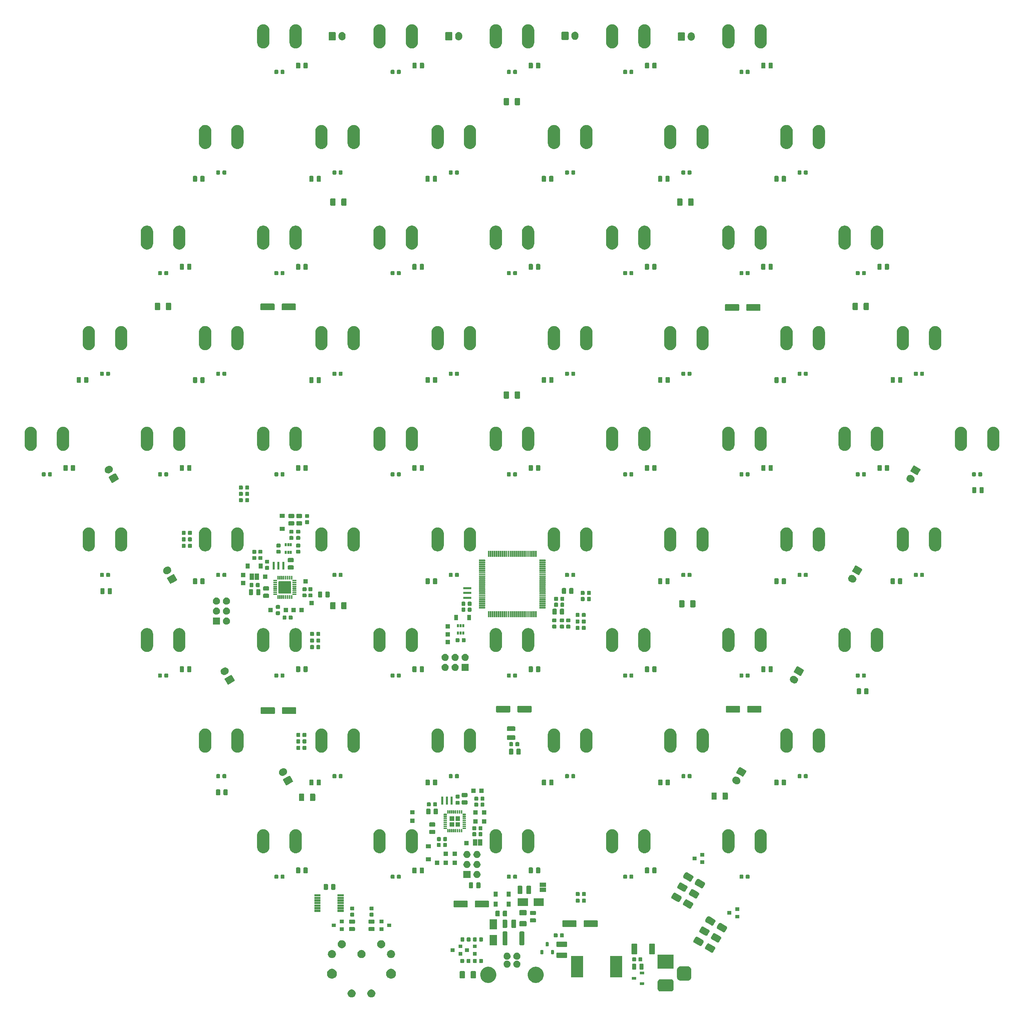
<source format=gbr>
G04 #@! TF.GenerationSoftware,KiCad,Pcbnew,(5.1.5)-3*
G04 #@! TF.CreationDate,2021-02-21T08:16:01-05:00*
G04 #@! TF.ProjectId,rainboard_newfighter,7261696e-626f-4617-9264-5f6e65776669,rev?*
G04 #@! TF.SameCoordinates,Original*
G04 #@! TF.FileFunction,Soldermask,Bot*
G04 #@! TF.FilePolarity,Negative*
%FSLAX46Y46*%
G04 Gerber Fmt 4.6, Leading zero omitted, Abs format (unit mm)*
G04 Created by KiCad (PCBNEW (5.1.5)-3) date 2021-02-21 08:16:01*
%MOMM*%
%LPD*%
G04 APERTURE LIST*
%ADD10C,0.100000*%
G04 APERTURE END LIST*
D10*
G36*
X-13246500Y-95954500D02*
G01*
X-14306500Y-95954500D01*
X-14306500Y-97014500D01*
X-13246500Y-97014500D01*
X-13246500Y-95954500D01*
G37*
X-13246500Y-95954500D02*
X-14306500Y-95954500D01*
X-14306500Y-97014500D01*
X-13246500Y-97014500D01*
X-13246500Y-95954500D01*
G36*
X-13246500Y-94454500D02*
G01*
X-14306500Y-94454500D01*
X-14306500Y-95514500D01*
X-13246500Y-95514500D01*
X-13246500Y-94454500D01*
G37*
X-13246500Y-94454500D02*
X-14306500Y-94454500D01*
X-14306500Y-95514500D01*
X-13246500Y-95514500D01*
X-13246500Y-94454500D01*
G36*
X-14746500Y-94454500D02*
G01*
X-15806500Y-94454500D01*
X-15806500Y-95514500D01*
X-14746500Y-95514500D01*
X-14746500Y-94454500D01*
G37*
X-14746500Y-94454500D02*
X-15806500Y-94454500D01*
X-15806500Y-95514500D01*
X-14746500Y-95514500D01*
X-14746500Y-94454500D01*
G36*
X-14746500Y-95954500D02*
G01*
X-15806500Y-95954500D01*
X-15806500Y-97014500D01*
X-14746500Y-97014500D01*
X-14746500Y-95954500D01*
G37*
X-14746500Y-95954500D02*
X-15806500Y-95954500D01*
X-15806500Y-97014500D01*
X-14746500Y-97014500D01*
X-14746500Y-95954500D01*
G36*
X-35509537Y-138422630D02*
G01*
X-35377518Y-138448890D01*
X-35190980Y-138526156D01*
X-35023100Y-138638330D01*
X-34880330Y-138781100D01*
X-34768156Y-138948980D01*
X-34690890Y-139135518D01*
X-34651500Y-139333546D01*
X-34651500Y-139535454D01*
X-34690890Y-139733482D01*
X-34768156Y-139920020D01*
X-34880330Y-140087900D01*
X-35023100Y-140230670D01*
X-35190980Y-140342844D01*
X-35377518Y-140420110D01*
X-35509537Y-140446370D01*
X-35575545Y-140459500D01*
X-35777455Y-140459500D01*
X-35843463Y-140446370D01*
X-35975482Y-140420110D01*
X-36162020Y-140342844D01*
X-36329900Y-140230670D01*
X-36472670Y-140087900D01*
X-36584844Y-139920020D01*
X-36662110Y-139733482D01*
X-36701500Y-139535454D01*
X-36701500Y-139333546D01*
X-36662110Y-139135518D01*
X-36584844Y-138948980D01*
X-36472670Y-138781100D01*
X-36329900Y-138638330D01*
X-36162020Y-138526156D01*
X-35975482Y-138448890D01*
X-35843463Y-138422630D01*
X-35777455Y-138409500D01*
X-35575545Y-138409500D01*
X-35509537Y-138422630D01*
G37*
G36*
X-40509537Y-138422630D02*
G01*
X-40377518Y-138448890D01*
X-40190980Y-138526156D01*
X-40023100Y-138638330D01*
X-39880330Y-138781100D01*
X-39768156Y-138948980D01*
X-39690890Y-139135518D01*
X-39651500Y-139333546D01*
X-39651500Y-139535454D01*
X-39690890Y-139733482D01*
X-39768156Y-139920020D01*
X-39880330Y-140087900D01*
X-40023100Y-140230670D01*
X-40190980Y-140342844D01*
X-40377518Y-140420110D01*
X-40509537Y-140446370D01*
X-40575545Y-140459500D01*
X-40777455Y-140459500D01*
X-40843463Y-140446370D01*
X-40975482Y-140420110D01*
X-41162020Y-140342844D01*
X-41329900Y-140230670D01*
X-41472670Y-140087900D01*
X-41584844Y-139920020D01*
X-41662110Y-139733482D01*
X-41701500Y-139535454D01*
X-41701500Y-139333546D01*
X-41662110Y-139135518D01*
X-41584844Y-138948980D01*
X-41472670Y-138781100D01*
X-41329900Y-138638330D01*
X-41162020Y-138526156D01*
X-40975482Y-138448890D01*
X-40843463Y-138422630D01*
X-40777455Y-138409500D01*
X-40575545Y-138409500D01*
X-40509537Y-138422630D01*
G37*
G36*
X40419770Y-135849148D02*
G01*
X40560421Y-135891814D01*
X40690042Y-135961097D01*
X40803659Y-136054341D01*
X40896903Y-136167958D01*
X40966186Y-136297579D01*
X41008852Y-136438230D01*
X41023500Y-136586954D01*
X41023500Y-138182046D01*
X41008852Y-138330770D01*
X40966186Y-138471421D01*
X40896903Y-138601042D01*
X40803659Y-138714659D01*
X40690042Y-138807903D01*
X40560421Y-138877186D01*
X40419770Y-138919852D01*
X40271046Y-138934500D01*
X37675954Y-138934500D01*
X37527230Y-138919852D01*
X37386579Y-138877186D01*
X37256958Y-138807903D01*
X37143341Y-138714659D01*
X37050097Y-138601042D01*
X36980814Y-138471421D01*
X36938148Y-138330770D01*
X36923500Y-138182046D01*
X36923500Y-136586954D01*
X36938148Y-136438230D01*
X36980814Y-136297579D01*
X37050097Y-136167958D01*
X37143341Y-136054341D01*
X37256958Y-135961097D01*
X37386579Y-135891814D01*
X37527230Y-135849148D01*
X37675954Y-135834500D01*
X40271046Y-135834500D01*
X40419770Y-135849148D01*
G37*
G36*
X33403346Y-136577843D02*
G01*
X33433621Y-136587027D01*
X33461529Y-136601944D01*
X33485986Y-136622014D01*
X33506056Y-136646471D01*
X33520973Y-136674379D01*
X33530157Y-136704654D01*
X33533500Y-136738596D01*
X33533500Y-137130404D01*
X33530157Y-137164346D01*
X33520973Y-137194621D01*
X33506056Y-137222529D01*
X33485986Y-137246986D01*
X33461529Y-137267056D01*
X33433621Y-137281973D01*
X33403346Y-137291157D01*
X33369404Y-137294500D01*
X32587596Y-137294500D01*
X32553654Y-137291157D01*
X32523379Y-137281973D01*
X32495471Y-137267056D01*
X32471014Y-137246986D01*
X32450944Y-137222529D01*
X32436027Y-137194621D01*
X32426843Y-137164346D01*
X32423500Y-137130404D01*
X32423500Y-136738596D01*
X32426843Y-136704654D01*
X32436027Y-136674379D01*
X32450944Y-136646471D01*
X32471014Y-136622014D01*
X32495471Y-136601944D01*
X32523379Y-136587027D01*
X32553654Y-136577843D01*
X32587596Y-136574500D01*
X33369404Y-136574500D01*
X33403346Y-136577843D01*
G37*
G36*
X-5621644Y-132683576D02*
G01*
X-5422037Y-132723280D01*
X-5280104Y-132782071D01*
X-5048962Y-132877813D01*
X-4943152Y-132948513D01*
X-4713201Y-133102161D01*
X-4427661Y-133387701D01*
X-4314726Y-133556721D01*
X-4203313Y-133723462D01*
X-4144149Y-133866298D01*
X-4048780Y-134096537D01*
X-4048780Y-134096539D01*
X-3975618Y-134464346D01*
X-3970000Y-134492593D01*
X-3970000Y-134896407D01*
X-4048780Y-135292463D01*
X-4130398Y-135489504D01*
X-4203313Y-135665538D01*
X-4280064Y-135780404D01*
X-4427661Y-136001299D01*
X-4713201Y-136286839D01*
X-4729275Y-136297579D01*
X-5048962Y-136511187D01*
X-5201814Y-136574500D01*
X-5422037Y-136665720D01*
X-5617773Y-136704654D01*
X-5818091Y-136744500D01*
X-6221909Y-136744500D01*
X-6422227Y-136704654D01*
X-6617963Y-136665720D01*
X-6838186Y-136574500D01*
X-6991038Y-136511187D01*
X-7310725Y-136297579D01*
X-7326799Y-136286839D01*
X-7612339Y-136001299D01*
X-7759936Y-135780404D01*
X-7836687Y-135665538D01*
X-7909602Y-135489504D01*
X-7991220Y-135292463D01*
X-8070000Y-134896407D01*
X-8070000Y-134492593D01*
X-8064381Y-134464346D01*
X-7991220Y-134096539D01*
X-7991220Y-134096537D01*
X-7895851Y-133866298D01*
X-7836687Y-133723462D01*
X-7725274Y-133556721D01*
X-7612339Y-133387701D01*
X-7326799Y-133102161D01*
X-7096848Y-132948513D01*
X-6991038Y-132877813D01*
X-6759896Y-132782071D01*
X-6617963Y-132723280D01*
X-6418356Y-132683576D01*
X-6221909Y-132644500D01*
X-5818091Y-132644500D01*
X-5621644Y-132683576D01*
G37*
G36*
X6418356Y-132683576D02*
G01*
X6617963Y-132723280D01*
X6759896Y-132782071D01*
X6991038Y-132877813D01*
X7096848Y-132948513D01*
X7326799Y-133102161D01*
X7612339Y-133387701D01*
X7725274Y-133556721D01*
X7836687Y-133723462D01*
X7895851Y-133866298D01*
X7991220Y-134096537D01*
X7991220Y-134096539D01*
X8064382Y-134464346D01*
X8070000Y-134492593D01*
X8070000Y-134896407D01*
X7991220Y-135292463D01*
X7909602Y-135489504D01*
X7836687Y-135665538D01*
X7759936Y-135780404D01*
X7612339Y-136001299D01*
X7326799Y-136286839D01*
X7310725Y-136297579D01*
X6991038Y-136511187D01*
X6838186Y-136574500D01*
X6617963Y-136665720D01*
X6422227Y-136704654D01*
X6221909Y-136744500D01*
X5818091Y-136744500D01*
X5617773Y-136704654D01*
X5422037Y-136665720D01*
X5201814Y-136574500D01*
X5048962Y-136511187D01*
X4729275Y-136297579D01*
X4713201Y-136286839D01*
X4427661Y-136001299D01*
X4280064Y-135780404D01*
X4203313Y-135665538D01*
X4130398Y-135489504D01*
X4048780Y-135292463D01*
X3970000Y-134896407D01*
X3970000Y-134492593D01*
X3975619Y-134464346D01*
X4048780Y-134096539D01*
X4048780Y-134096537D01*
X4144149Y-133866298D01*
X4203313Y-133723462D01*
X4314726Y-133556721D01*
X4427661Y-133387701D01*
X4713201Y-133102161D01*
X4943152Y-132948513D01*
X5048962Y-132877813D01*
X5280104Y-132782071D01*
X5422037Y-132723280D01*
X5621644Y-132683576D01*
X5818091Y-132644500D01*
X6221909Y-132644500D01*
X6418356Y-132683576D01*
G37*
G36*
X44769156Y-132576550D02*
G01*
X44933257Y-132626329D01*
X45084487Y-132707163D01*
X45217047Y-132815953D01*
X45325837Y-132948513D01*
X45406671Y-133099743D01*
X45456450Y-133263844D01*
X45473500Y-133436954D01*
X45473500Y-135332046D01*
X45456450Y-135505156D01*
X45406671Y-135669257D01*
X45325837Y-135820487D01*
X45217047Y-135953047D01*
X45084487Y-136061837D01*
X44933257Y-136142671D01*
X44769156Y-136192450D01*
X44596046Y-136209500D01*
X42750954Y-136209500D01*
X42577844Y-136192450D01*
X42413743Y-136142671D01*
X42262513Y-136061837D01*
X42129953Y-135953047D01*
X42021163Y-135820487D01*
X41940329Y-135669257D01*
X41890550Y-135505156D01*
X41873500Y-135332046D01*
X41873500Y-133436954D01*
X41890550Y-133263844D01*
X41940329Y-133099743D01*
X42021163Y-132948513D01*
X42129953Y-132815953D01*
X42262513Y-132707163D01*
X42413743Y-132626329D01*
X42577844Y-132576550D01*
X42750954Y-132559500D01*
X44596046Y-132559500D01*
X44769156Y-132576550D01*
G37*
G36*
X31393346Y-135227843D02*
G01*
X31423621Y-135237027D01*
X31451529Y-135251944D01*
X31475986Y-135272014D01*
X31496056Y-135296471D01*
X31510973Y-135324379D01*
X31520157Y-135354654D01*
X31523500Y-135388596D01*
X31523500Y-135780404D01*
X31520157Y-135814346D01*
X31510973Y-135844621D01*
X31496056Y-135872529D01*
X31475986Y-135896986D01*
X31451529Y-135917056D01*
X31423621Y-135931973D01*
X31393346Y-135941157D01*
X31359404Y-135944500D01*
X30577596Y-135944500D01*
X30543654Y-135941157D01*
X30513379Y-135931973D01*
X30485471Y-135917056D01*
X30461014Y-135896986D01*
X30440944Y-135872529D01*
X30426027Y-135844621D01*
X30416843Y-135814346D01*
X30413500Y-135780404D01*
X30413500Y-135388596D01*
X30416843Y-135354654D01*
X30426027Y-135324379D01*
X30440944Y-135296471D01*
X30461014Y-135272014D01*
X30485471Y-135251944D01*
X30513379Y-135237027D01*
X30543654Y-135227843D01*
X30577596Y-135224500D01*
X31359404Y-135224500D01*
X31393346Y-135227843D01*
G37*
G36*
X-30311890Y-133232536D02*
G01*
X-30117789Y-133312936D01*
X-30084403Y-133326765D01*
X-30005725Y-133379336D01*
X-29879673Y-133463561D01*
X-29705561Y-133637673D01*
X-29568764Y-133842405D01*
X-29474536Y-134069890D01*
X-29426500Y-134311384D01*
X-29426500Y-134557616D01*
X-29474536Y-134799110D01*
X-29568764Y-135026595D01*
X-29705561Y-135231327D01*
X-29879673Y-135405439D01*
X-29963202Y-135461251D01*
X-30084403Y-135542235D01*
X-30084404Y-135542236D01*
X-30084405Y-135542236D01*
X-30311890Y-135636464D01*
X-30553384Y-135684500D01*
X-30799616Y-135684500D01*
X-31041110Y-135636464D01*
X-31268595Y-135542236D01*
X-31268596Y-135542236D01*
X-31268597Y-135542235D01*
X-31389798Y-135461251D01*
X-31473327Y-135405439D01*
X-31647439Y-135231327D01*
X-31784236Y-135026595D01*
X-31878464Y-134799110D01*
X-31926500Y-134557616D01*
X-31926500Y-134311384D01*
X-31878464Y-134069890D01*
X-31784236Y-133842405D01*
X-31647439Y-133637673D01*
X-31473327Y-133463561D01*
X-31347275Y-133379336D01*
X-31268597Y-133326765D01*
X-31235211Y-133312936D01*
X-31041110Y-133232536D01*
X-30799616Y-133184500D01*
X-30553384Y-133184500D01*
X-30311890Y-133232536D01*
G37*
G36*
X-45311890Y-133232536D02*
G01*
X-45117789Y-133312936D01*
X-45084403Y-133326765D01*
X-45005725Y-133379336D01*
X-44879673Y-133463561D01*
X-44705561Y-133637673D01*
X-44568764Y-133842405D01*
X-44474536Y-134069890D01*
X-44426500Y-134311384D01*
X-44426500Y-134557616D01*
X-44474536Y-134799110D01*
X-44568764Y-135026595D01*
X-44705561Y-135231327D01*
X-44879673Y-135405439D01*
X-44963202Y-135461251D01*
X-45084403Y-135542235D01*
X-45084404Y-135542236D01*
X-45084405Y-135542236D01*
X-45311890Y-135636464D01*
X-45553384Y-135684500D01*
X-45799616Y-135684500D01*
X-46041110Y-135636464D01*
X-46268595Y-135542236D01*
X-46268596Y-135542236D01*
X-46268597Y-135542235D01*
X-46389798Y-135461251D01*
X-46473327Y-135405439D01*
X-46647439Y-135231327D01*
X-46784236Y-135026595D01*
X-46878464Y-134799110D01*
X-46926500Y-134557616D01*
X-46926500Y-134311384D01*
X-46878464Y-134069890D01*
X-46784236Y-133842405D01*
X-46647439Y-133637673D01*
X-46473327Y-133463561D01*
X-46347275Y-133379336D01*
X-46268597Y-133326765D01*
X-46235211Y-133312936D01*
X-46041110Y-133232536D01*
X-45799616Y-133184500D01*
X-45553384Y-133184500D01*
X-45311890Y-133232536D01*
G37*
G36*
X-12144726Y-133764348D02*
G01*
X-12099749Y-133777992D01*
X-12058298Y-133800149D01*
X-12021966Y-133829966D01*
X-11992149Y-133866298D01*
X-11969992Y-133907749D01*
X-11956348Y-133952726D01*
X-11951500Y-134001954D01*
X-11951500Y-135367046D01*
X-11956348Y-135416274D01*
X-11969992Y-135461251D01*
X-11992149Y-135502702D01*
X-12021966Y-135539034D01*
X-12058298Y-135568851D01*
X-12099749Y-135591008D01*
X-12144726Y-135604652D01*
X-12193954Y-135609500D01*
X-13059046Y-135609500D01*
X-13108274Y-135604652D01*
X-13153251Y-135591008D01*
X-13194702Y-135568851D01*
X-13231034Y-135539034D01*
X-13260851Y-135502702D01*
X-13283008Y-135461251D01*
X-13296652Y-135416274D01*
X-13301500Y-135367046D01*
X-13301500Y-134001954D01*
X-13296652Y-133952726D01*
X-13283008Y-133907749D01*
X-13260851Y-133866298D01*
X-13231034Y-133829966D01*
X-13194702Y-133800149D01*
X-13153251Y-133777992D01*
X-13108274Y-133764348D01*
X-13059046Y-133759500D01*
X-12193954Y-133759500D01*
X-12144726Y-133764348D01*
G37*
G36*
X-9344726Y-133764348D02*
G01*
X-9299749Y-133777992D01*
X-9258298Y-133800149D01*
X-9221966Y-133829966D01*
X-9192149Y-133866298D01*
X-9169992Y-133907749D01*
X-9156348Y-133952726D01*
X-9151500Y-134001954D01*
X-9151500Y-135367046D01*
X-9156348Y-135416274D01*
X-9169992Y-135461251D01*
X-9192149Y-135502702D01*
X-9221966Y-135539034D01*
X-9258298Y-135568851D01*
X-9299749Y-135591008D01*
X-9344726Y-135604652D01*
X-9393954Y-135609500D01*
X-10259046Y-135609500D01*
X-10308274Y-135604652D01*
X-10353251Y-135591008D01*
X-10394702Y-135568851D01*
X-10431034Y-135539034D01*
X-10460851Y-135502702D01*
X-10483008Y-135461251D01*
X-10496652Y-135416274D01*
X-10501500Y-135367046D01*
X-10501500Y-134001954D01*
X-10496652Y-133952726D01*
X-10483008Y-133907749D01*
X-10460851Y-133866298D01*
X-10431034Y-133829966D01*
X-10394702Y-133800149D01*
X-10353251Y-133777992D01*
X-10308274Y-133764348D01*
X-10259046Y-133759500D01*
X-9393954Y-133759500D01*
X-9344726Y-133764348D01*
G37*
G36*
X18023500Y-135384500D02*
G01*
X15023500Y-135384500D01*
X15023500Y-129884500D01*
X18023500Y-129884500D01*
X18023500Y-135384500D01*
G37*
G36*
X27923500Y-135384500D02*
G01*
X24923500Y-135384500D01*
X24923500Y-129884500D01*
X27923500Y-129884500D01*
X27923500Y-135384500D01*
G37*
G36*
X33403346Y-133877843D02*
G01*
X33433621Y-133887027D01*
X33461529Y-133901944D01*
X33485986Y-133922014D01*
X33506056Y-133946471D01*
X33520973Y-133974379D01*
X33530157Y-134004654D01*
X33533500Y-134038596D01*
X33533500Y-134430404D01*
X33530157Y-134464346D01*
X33520973Y-134494621D01*
X33506056Y-134522529D01*
X33485986Y-134546986D01*
X33461529Y-134567056D01*
X33433621Y-134581973D01*
X33403346Y-134591157D01*
X33369404Y-134594500D01*
X32587596Y-134594500D01*
X32553654Y-134591157D01*
X32523379Y-134581973D01*
X32495471Y-134567056D01*
X32471014Y-134546986D01*
X32450944Y-134522529D01*
X32436027Y-134494621D01*
X32426843Y-134464346D01*
X32423500Y-134430404D01*
X32423500Y-134038596D01*
X32426843Y-134004654D01*
X32436027Y-133974379D01*
X32450944Y-133946471D01*
X32471014Y-133922014D01*
X32495471Y-133901944D01*
X32523379Y-133887027D01*
X32553654Y-133877843D01*
X32587596Y-133874500D01*
X33369404Y-133874500D01*
X33403346Y-133877843D01*
G37*
G36*
X33202255Y-131889420D02*
G01*
X33247935Y-131903277D01*
X33290035Y-131925781D01*
X33326936Y-131956064D01*
X33357219Y-131992965D01*
X33379723Y-132035065D01*
X33393580Y-132080745D01*
X33398500Y-132130703D01*
X33398500Y-133138297D01*
X33393580Y-133188255D01*
X33379723Y-133233935D01*
X33357219Y-133276035D01*
X33326936Y-133312936D01*
X33290035Y-133343219D01*
X33247935Y-133365723D01*
X33202255Y-133379580D01*
X33152297Y-133384500D01*
X32569703Y-133384500D01*
X32519745Y-133379580D01*
X32474065Y-133365723D01*
X32431965Y-133343219D01*
X32395064Y-133312936D01*
X32364781Y-133276035D01*
X32342277Y-133233935D01*
X32328420Y-133188255D01*
X32323500Y-133138297D01*
X32323500Y-132130703D01*
X32328420Y-132080745D01*
X32342277Y-132035065D01*
X32364781Y-131992965D01*
X32395064Y-131956064D01*
X32431965Y-131925781D01*
X32474065Y-131903277D01*
X32519745Y-131889420D01*
X32569703Y-131884500D01*
X33152297Y-131884500D01*
X33202255Y-131889420D01*
G37*
G36*
X31327255Y-131889420D02*
G01*
X31372935Y-131903277D01*
X31415035Y-131925781D01*
X31451936Y-131956064D01*
X31482219Y-131992965D01*
X31504723Y-132035065D01*
X31518580Y-132080745D01*
X31523500Y-132130703D01*
X31523500Y-133138297D01*
X31518580Y-133188255D01*
X31504723Y-133233935D01*
X31482219Y-133276035D01*
X31451936Y-133312936D01*
X31415035Y-133343219D01*
X31372935Y-133365723D01*
X31327255Y-133379580D01*
X31277297Y-133384500D01*
X30694703Y-133384500D01*
X30644745Y-133379580D01*
X30599065Y-133365723D01*
X30556965Y-133343219D01*
X30520064Y-133312936D01*
X30489781Y-133276035D01*
X30467277Y-133233935D01*
X30453420Y-133188255D01*
X30448500Y-133138297D01*
X30448500Y-132130703D01*
X30453420Y-132080745D01*
X30467277Y-132035065D01*
X30489781Y-131992965D01*
X30520064Y-131956064D01*
X30556965Y-131925781D01*
X30599065Y-131903277D01*
X30644745Y-131889420D01*
X30694703Y-131884500D01*
X31277297Y-131884500D01*
X31327255Y-131889420D01*
G37*
G36*
X41023500Y-133184500D02*
G01*
X36923500Y-133184500D01*
X36923500Y-129584500D01*
X41023500Y-129584500D01*
X41023500Y-133184500D01*
G37*
G36*
X1454561Y-131107557D02*
G01*
X1512520Y-131119086D01*
X1547026Y-131133379D01*
X1645988Y-131174370D01*
X1676310Y-131186930D01*
X1823717Y-131285424D01*
X1949076Y-131410783D01*
X2047570Y-131558190D01*
X2110245Y-131709500D01*
X2115414Y-131721981D01*
X2148720Y-131889420D01*
X2150000Y-131895858D01*
X2150000Y-132073142D01*
X2115414Y-132247020D01*
X2047570Y-132410810D01*
X1949076Y-132558217D01*
X1823717Y-132683576D01*
X1676310Y-132782070D01*
X1512520Y-132849914D01*
X1454561Y-132861443D01*
X1338644Y-132884500D01*
X1161356Y-132884500D01*
X1045439Y-132861443D01*
X987480Y-132849914D01*
X823690Y-132782070D01*
X676283Y-132683576D01*
X550924Y-132558217D01*
X452430Y-132410810D01*
X384586Y-132247020D01*
X350000Y-132073142D01*
X350000Y-131895858D01*
X351281Y-131889420D01*
X384586Y-131721981D01*
X389756Y-131709500D01*
X452430Y-131558190D01*
X550924Y-131410783D01*
X676283Y-131285424D01*
X823690Y-131186930D01*
X854013Y-131174370D01*
X952974Y-131133379D01*
X987480Y-131119086D01*
X1045439Y-131107557D01*
X1161356Y-131084500D01*
X1338644Y-131084500D01*
X1454561Y-131107557D01*
G37*
G36*
X-1045439Y-131107557D02*
G01*
X-987480Y-131119086D01*
X-952974Y-131133379D01*
X-854012Y-131174370D01*
X-823690Y-131186930D01*
X-676283Y-131285424D01*
X-550924Y-131410783D01*
X-452430Y-131558190D01*
X-389755Y-131709500D01*
X-384586Y-131721981D01*
X-351280Y-131889420D01*
X-350000Y-131895858D01*
X-350000Y-132073142D01*
X-384586Y-132247020D01*
X-452430Y-132410810D01*
X-550924Y-132558217D01*
X-676283Y-132683576D01*
X-823690Y-132782070D01*
X-987480Y-132849914D01*
X-1045439Y-132861443D01*
X-1161356Y-132884500D01*
X-1338644Y-132884500D01*
X-1454561Y-132861443D01*
X-1512520Y-132849914D01*
X-1676310Y-132782070D01*
X-1823717Y-132683576D01*
X-1949076Y-132558217D01*
X-2047570Y-132410810D01*
X-2115414Y-132247020D01*
X-2150000Y-132073142D01*
X-2150000Y-131895858D01*
X-2148719Y-131889420D01*
X-2115414Y-131721981D01*
X-2110244Y-131709500D01*
X-2047570Y-131558190D01*
X-1949076Y-131410783D01*
X-1823717Y-131285424D01*
X-1676310Y-131186930D01*
X-1645987Y-131174370D01*
X-1547026Y-131133379D01*
X-1512520Y-131119086D01*
X-1454561Y-131107557D01*
X-1338644Y-131084500D01*
X-1161356Y-131084500D01*
X-1045439Y-131107557D01*
G37*
G36*
X-7527621Y-130663940D02*
G01*
X-7486630Y-130676374D01*
X-7448855Y-130696565D01*
X-7415742Y-130723742D01*
X-7388565Y-130756855D01*
X-7368374Y-130794630D01*
X-7355940Y-130835621D01*
X-7351500Y-130880704D01*
X-7351500Y-131488296D01*
X-7355940Y-131533379D01*
X-7368374Y-131574370D01*
X-7388565Y-131612145D01*
X-7415742Y-131645258D01*
X-7448855Y-131672435D01*
X-7486630Y-131692626D01*
X-7527621Y-131705060D01*
X-7572704Y-131709500D01*
X-8105296Y-131709500D01*
X-8150379Y-131705060D01*
X-8191370Y-131692626D01*
X-8229145Y-131672435D01*
X-8262258Y-131645258D01*
X-8289435Y-131612145D01*
X-8309626Y-131574370D01*
X-8322060Y-131533379D01*
X-8326500Y-131488296D01*
X-8326500Y-130880704D01*
X-8322060Y-130835621D01*
X-8309626Y-130794630D01*
X-8289435Y-130756855D01*
X-8262258Y-130723742D01*
X-8229145Y-130696565D01*
X-8191370Y-130676374D01*
X-8150379Y-130663940D01*
X-8105296Y-130659500D01*
X-7572704Y-130659500D01*
X-7527621Y-130663940D01*
G37*
G36*
X-9102621Y-130663940D02*
G01*
X-9061630Y-130676374D01*
X-9023855Y-130696565D01*
X-8990742Y-130723742D01*
X-8963565Y-130756855D01*
X-8943374Y-130794630D01*
X-8930940Y-130835621D01*
X-8926500Y-130880704D01*
X-8926500Y-131488296D01*
X-8930940Y-131533379D01*
X-8943374Y-131574370D01*
X-8963565Y-131612145D01*
X-8990742Y-131645258D01*
X-9023855Y-131672435D01*
X-9061630Y-131692626D01*
X-9102621Y-131705060D01*
X-9147704Y-131709500D01*
X-9680296Y-131709500D01*
X-9725379Y-131705060D01*
X-9766370Y-131692626D01*
X-9804145Y-131672435D01*
X-9837258Y-131645258D01*
X-9864435Y-131612145D01*
X-9884626Y-131574370D01*
X-9897060Y-131533379D01*
X-9901500Y-131488296D01*
X-9901500Y-130880704D01*
X-9897060Y-130835621D01*
X-9884626Y-130794630D01*
X-9864435Y-130756855D01*
X-9837258Y-130723742D01*
X-9804145Y-130696565D01*
X-9766370Y-130676374D01*
X-9725379Y-130663940D01*
X-9680296Y-130659500D01*
X-9147704Y-130659500D01*
X-9102621Y-130663940D01*
G37*
G36*
X-12302621Y-130663940D02*
G01*
X-12261630Y-130676374D01*
X-12223855Y-130696565D01*
X-12190742Y-130723742D01*
X-12163565Y-130756855D01*
X-12143374Y-130794630D01*
X-12130940Y-130835621D01*
X-12126500Y-130880704D01*
X-12126500Y-131488296D01*
X-12130940Y-131533379D01*
X-12143374Y-131574370D01*
X-12163565Y-131612145D01*
X-12190742Y-131645258D01*
X-12223855Y-131672435D01*
X-12261630Y-131692626D01*
X-12302621Y-131705060D01*
X-12347704Y-131709500D01*
X-12880296Y-131709500D01*
X-12925379Y-131705060D01*
X-12966370Y-131692626D01*
X-13004145Y-131672435D01*
X-13037258Y-131645258D01*
X-13064435Y-131612145D01*
X-13084626Y-131574370D01*
X-13097060Y-131533379D01*
X-13101500Y-131488296D01*
X-13101500Y-130880704D01*
X-13097060Y-130835621D01*
X-13084626Y-130794630D01*
X-13064435Y-130756855D01*
X-13037258Y-130723742D01*
X-13004145Y-130696565D01*
X-12966370Y-130676374D01*
X-12925379Y-130663940D01*
X-12880296Y-130659500D01*
X-12347704Y-130659500D01*
X-12302621Y-130663940D01*
G37*
G36*
X-10727621Y-130663940D02*
G01*
X-10686630Y-130676374D01*
X-10648855Y-130696565D01*
X-10615742Y-130723742D01*
X-10588565Y-130756855D01*
X-10568374Y-130794630D01*
X-10555940Y-130835621D01*
X-10551500Y-130880704D01*
X-10551500Y-131488296D01*
X-10555940Y-131533379D01*
X-10568374Y-131574370D01*
X-10588565Y-131612145D01*
X-10615742Y-131645258D01*
X-10648855Y-131672435D01*
X-10686630Y-131692626D01*
X-10727621Y-131705060D01*
X-10772704Y-131709500D01*
X-11305296Y-131709500D01*
X-11350379Y-131705060D01*
X-11391370Y-131692626D01*
X-11429145Y-131672435D01*
X-11462258Y-131645258D01*
X-11489435Y-131612145D01*
X-11509626Y-131574370D01*
X-11522060Y-131533379D01*
X-11526500Y-131488296D01*
X-11526500Y-130880704D01*
X-11522060Y-130835621D01*
X-11509626Y-130794630D01*
X-11489435Y-130756855D01*
X-11462258Y-130723742D01*
X-11429145Y-130696565D01*
X-11391370Y-130676374D01*
X-11350379Y-130663940D01*
X-11305296Y-130659500D01*
X-10772704Y-130659500D01*
X-10727621Y-130663940D01*
G37*
G36*
X32872379Y-130263940D02*
G01*
X32913370Y-130276374D01*
X32951145Y-130296565D01*
X32984258Y-130323742D01*
X33011435Y-130356855D01*
X33031626Y-130394630D01*
X33044060Y-130435621D01*
X33048500Y-130480704D01*
X33048500Y-131088296D01*
X33044060Y-131133379D01*
X33031626Y-131174370D01*
X33011435Y-131212145D01*
X32984258Y-131245258D01*
X32951145Y-131272435D01*
X32913370Y-131292626D01*
X32872379Y-131305060D01*
X32827296Y-131309500D01*
X32294704Y-131309500D01*
X32249621Y-131305060D01*
X32208630Y-131292626D01*
X32170855Y-131272435D01*
X32137742Y-131245258D01*
X32110565Y-131212145D01*
X32090374Y-131174370D01*
X32077940Y-131133379D01*
X32073500Y-131088296D01*
X32073500Y-130480704D01*
X32077940Y-130435621D01*
X32090374Y-130394630D01*
X32110565Y-130356855D01*
X32137742Y-130323742D01*
X32170855Y-130296565D01*
X32208630Y-130276374D01*
X32249621Y-130263940D01*
X32294704Y-130259500D01*
X32827296Y-130259500D01*
X32872379Y-130263940D01*
G37*
G36*
X31297379Y-130263940D02*
G01*
X31338370Y-130276374D01*
X31376145Y-130296565D01*
X31409258Y-130323742D01*
X31436435Y-130356855D01*
X31456626Y-130394630D01*
X31469060Y-130435621D01*
X31473500Y-130480704D01*
X31473500Y-131088296D01*
X31469060Y-131133379D01*
X31456626Y-131174370D01*
X31436435Y-131212145D01*
X31409258Y-131245258D01*
X31376145Y-131272435D01*
X31338370Y-131292626D01*
X31297379Y-131305060D01*
X31252296Y-131309500D01*
X30719704Y-131309500D01*
X30674621Y-131305060D01*
X30633630Y-131292626D01*
X30595855Y-131272435D01*
X30562742Y-131245258D01*
X30535565Y-131212145D01*
X30515374Y-131174370D01*
X30502940Y-131133379D01*
X30498500Y-131088296D01*
X30498500Y-130480704D01*
X30502940Y-130435621D01*
X30515374Y-130394630D01*
X30535565Y-130356855D01*
X30562742Y-130323742D01*
X30595855Y-130296565D01*
X30633630Y-130276374D01*
X30674621Y-130263940D01*
X30719704Y-130259500D01*
X31252296Y-130259500D01*
X31297379Y-130263940D01*
G37*
G36*
X1441719Y-129105003D02*
G01*
X1512520Y-129119086D01*
X1676310Y-129186930D01*
X1823717Y-129285424D01*
X1949076Y-129410783D01*
X2011589Y-129504341D01*
X2047571Y-129558192D01*
X2115414Y-129721981D01*
X2150000Y-129895856D01*
X2150000Y-130073144D01*
X2136801Y-130139500D01*
X2115414Y-130247020D01*
X2047570Y-130410810D01*
X1949076Y-130558217D01*
X1823717Y-130683576D01*
X1676310Y-130782070D01*
X1676309Y-130782071D01*
X1676308Y-130782071D01*
X1628335Y-130801942D01*
X1512520Y-130849914D01*
X1483446Y-130855697D01*
X1338644Y-130884500D01*
X1161356Y-130884500D01*
X1016554Y-130855697D01*
X987480Y-130849914D01*
X871665Y-130801942D01*
X823692Y-130782071D01*
X823691Y-130782071D01*
X823690Y-130782070D01*
X676283Y-130683576D01*
X550924Y-130558217D01*
X452430Y-130410810D01*
X384586Y-130247020D01*
X363199Y-130139500D01*
X350000Y-130073144D01*
X350000Y-129895856D01*
X384586Y-129721981D01*
X452429Y-129558192D01*
X488411Y-129504341D01*
X550924Y-129410783D01*
X676283Y-129285424D01*
X823690Y-129186930D01*
X987480Y-129119086D01*
X1058281Y-129105003D01*
X1161356Y-129084500D01*
X1338644Y-129084500D01*
X1441719Y-129105003D01*
G37*
G36*
X-1058281Y-129105003D02*
G01*
X-987480Y-129119086D01*
X-823690Y-129186930D01*
X-676283Y-129285424D01*
X-550924Y-129410783D01*
X-488411Y-129504341D01*
X-452429Y-129558192D01*
X-384586Y-129721981D01*
X-350000Y-129895856D01*
X-350000Y-130073144D01*
X-363199Y-130139500D01*
X-384586Y-130247020D01*
X-452430Y-130410810D01*
X-550924Y-130558217D01*
X-676283Y-130683576D01*
X-823690Y-130782070D01*
X-823691Y-130782071D01*
X-823692Y-130782071D01*
X-871665Y-130801942D01*
X-987480Y-130849914D01*
X-1016554Y-130855697D01*
X-1161356Y-130884500D01*
X-1338644Y-130884500D01*
X-1483446Y-130855697D01*
X-1512520Y-130849914D01*
X-1628335Y-130801942D01*
X-1676308Y-130782071D01*
X-1676309Y-130782071D01*
X-1676310Y-130782070D01*
X-1823717Y-130683576D01*
X-1949076Y-130558217D01*
X-2047570Y-130410810D01*
X-2115414Y-130247020D01*
X-2136801Y-130139500D01*
X-2150000Y-130073144D01*
X-2150000Y-129895856D01*
X-2115414Y-129721981D01*
X-2047571Y-129558192D01*
X-2011589Y-129504341D01*
X-1949076Y-129410783D01*
X-1823717Y-129285424D01*
X-1676310Y-129186930D01*
X-1512520Y-129119086D01*
X-1441719Y-129105003D01*
X-1338644Y-129084500D01*
X-1161356Y-129084500D01*
X-1058281Y-129105003D01*
G37*
G36*
X-30543783Y-128415818D02*
G01*
X-30377518Y-128448890D01*
X-30190980Y-128526156D01*
X-30023100Y-128638330D01*
X-29880330Y-128781100D01*
X-29768156Y-128948980D01*
X-29690890Y-129135518D01*
X-29672857Y-129226175D01*
X-29656448Y-129308668D01*
X-29651500Y-129333546D01*
X-29651500Y-129535454D01*
X-29690890Y-129733482D01*
X-29768156Y-129920020D01*
X-29880330Y-130087900D01*
X-30023100Y-130230670D01*
X-30190980Y-130342844D01*
X-30377518Y-130420110D01*
X-30509537Y-130446370D01*
X-30575545Y-130459500D01*
X-30777455Y-130459500D01*
X-30843463Y-130446370D01*
X-30975482Y-130420110D01*
X-31162020Y-130342844D01*
X-31329900Y-130230670D01*
X-31472670Y-130087900D01*
X-31584844Y-129920020D01*
X-31662110Y-129733482D01*
X-31701500Y-129535454D01*
X-31701500Y-129333546D01*
X-31696551Y-129308668D01*
X-31680143Y-129226175D01*
X-31662110Y-129135518D01*
X-31584844Y-128948980D01*
X-31472670Y-128781100D01*
X-31329900Y-128638330D01*
X-31162020Y-128526156D01*
X-30975482Y-128448890D01*
X-30809217Y-128415818D01*
X-30777455Y-128409500D01*
X-30575545Y-128409500D01*
X-30543783Y-128415818D01*
G37*
G36*
X-38043783Y-128415818D02*
G01*
X-37877518Y-128448890D01*
X-37690980Y-128526156D01*
X-37523100Y-128638330D01*
X-37380330Y-128781100D01*
X-37268156Y-128948980D01*
X-37190890Y-129135518D01*
X-37172857Y-129226175D01*
X-37156448Y-129308668D01*
X-37151500Y-129333546D01*
X-37151500Y-129535454D01*
X-37190890Y-129733482D01*
X-37268156Y-129920020D01*
X-37380330Y-130087900D01*
X-37523100Y-130230670D01*
X-37690980Y-130342844D01*
X-37877518Y-130420110D01*
X-38009537Y-130446370D01*
X-38075545Y-130459500D01*
X-38277455Y-130459500D01*
X-38343463Y-130446370D01*
X-38475482Y-130420110D01*
X-38662020Y-130342844D01*
X-38829900Y-130230670D01*
X-38972670Y-130087900D01*
X-39084844Y-129920020D01*
X-39162110Y-129733482D01*
X-39201500Y-129535454D01*
X-39201500Y-129333546D01*
X-39196551Y-129308668D01*
X-39180143Y-129226175D01*
X-39162110Y-129135518D01*
X-39084844Y-128948980D01*
X-38972670Y-128781100D01*
X-38829900Y-128638330D01*
X-38662020Y-128526156D01*
X-38475482Y-128448890D01*
X-38309217Y-128415818D01*
X-38277455Y-128409500D01*
X-38075545Y-128409500D01*
X-38043783Y-128415818D01*
G37*
G36*
X-45543783Y-128415818D02*
G01*
X-45377518Y-128448890D01*
X-45190980Y-128526156D01*
X-45023100Y-128638330D01*
X-44880330Y-128781100D01*
X-44768156Y-128948980D01*
X-44690890Y-129135518D01*
X-44672857Y-129226175D01*
X-44656448Y-129308668D01*
X-44651500Y-129333546D01*
X-44651500Y-129535454D01*
X-44690890Y-129733482D01*
X-44768156Y-129920020D01*
X-44880330Y-130087900D01*
X-45023100Y-130230670D01*
X-45190980Y-130342844D01*
X-45377518Y-130420110D01*
X-45509537Y-130446370D01*
X-45575545Y-130459500D01*
X-45777455Y-130459500D01*
X-45843463Y-130446370D01*
X-45975482Y-130420110D01*
X-46162020Y-130342844D01*
X-46329900Y-130230670D01*
X-46472670Y-130087900D01*
X-46584844Y-129920020D01*
X-46662110Y-129733482D01*
X-46701500Y-129535454D01*
X-46701500Y-129333546D01*
X-46696551Y-129308668D01*
X-46680143Y-129226175D01*
X-46662110Y-129135518D01*
X-46584844Y-128948980D01*
X-46472670Y-128781100D01*
X-46329900Y-128638330D01*
X-46162020Y-128526156D01*
X-45975482Y-128448890D01*
X-45809217Y-128415818D01*
X-45777455Y-128409500D01*
X-45575545Y-128409500D01*
X-45543783Y-128415818D01*
G37*
G36*
X13805274Y-129064348D02*
G01*
X13850251Y-129077992D01*
X13891702Y-129100149D01*
X13928034Y-129129966D01*
X13957851Y-129166298D01*
X13980008Y-129207749D01*
X13993652Y-129252726D01*
X13998500Y-129301954D01*
X13998500Y-130167046D01*
X13993652Y-130216274D01*
X13980008Y-130261251D01*
X13957851Y-130302702D01*
X13928034Y-130339034D01*
X13891702Y-130368851D01*
X13850251Y-130391008D01*
X13805274Y-130404652D01*
X13756046Y-130409500D01*
X11490954Y-130409500D01*
X11441726Y-130404652D01*
X11396749Y-130391008D01*
X11355298Y-130368851D01*
X11318966Y-130339034D01*
X11289149Y-130302702D01*
X11266992Y-130261251D01*
X11253348Y-130216274D01*
X11248500Y-130167046D01*
X11248500Y-129301954D01*
X11253348Y-129252726D01*
X11266992Y-129207749D01*
X11289149Y-129166298D01*
X11318966Y-129129966D01*
X11355298Y-129100149D01*
X11396749Y-129077992D01*
X11441726Y-129064348D01*
X11490954Y-129059500D01*
X13756046Y-129059500D01*
X13805274Y-129064348D01*
G37*
G36*
X-12576500Y-129834500D02*
G01*
X-13576500Y-129834500D01*
X-13576500Y-128934500D01*
X-12576500Y-128934500D01*
X-12576500Y-129834500D01*
G37*
G36*
X-8926500Y-129834500D02*
G01*
X-9926500Y-129834500D01*
X-9926500Y-128934500D01*
X-8926500Y-128934500D01*
X-8926500Y-129834500D01*
G37*
G36*
X31557658Y-126764291D02*
G01*
X31602082Y-126777767D01*
X31643021Y-126799649D01*
X31678903Y-126829097D01*
X31708351Y-126864979D01*
X31730233Y-126905918D01*
X31743709Y-126950342D01*
X31748500Y-126998990D01*
X31748500Y-129270010D01*
X31743709Y-129318658D01*
X31730233Y-129363082D01*
X31708351Y-129404021D01*
X31678903Y-129439903D01*
X31643021Y-129469351D01*
X31602082Y-129491233D01*
X31557658Y-129504709D01*
X31509010Y-129509500D01*
X30537990Y-129509500D01*
X30489342Y-129504709D01*
X30444918Y-129491233D01*
X30403979Y-129469351D01*
X30368097Y-129439903D01*
X30338649Y-129404021D01*
X30316767Y-129363082D01*
X30303291Y-129318658D01*
X30298500Y-129270010D01*
X30298500Y-126998990D01*
X30303291Y-126950342D01*
X30316767Y-126905918D01*
X30338649Y-126864979D01*
X30368097Y-126829097D01*
X30403979Y-126799649D01*
X30444918Y-126777767D01*
X30489342Y-126764291D01*
X30537990Y-126759500D01*
X31509010Y-126759500D01*
X31557658Y-126764291D01*
G37*
G36*
X36057658Y-126764291D02*
G01*
X36102082Y-126777767D01*
X36143021Y-126799649D01*
X36178903Y-126829097D01*
X36208351Y-126864979D01*
X36230233Y-126905918D01*
X36243709Y-126950342D01*
X36248500Y-126998990D01*
X36248500Y-129270010D01*
X36243709Y-129318658D01*
X36230233Y-129363082D01*
X36208351Y-129404021D01*
X36178903Y-129439903D01*
X36143021Y-129469351D01*
X36102082Y-129491233D01*
X36057658Y-129504709D01*
X36009010Y-129509500D01*
X35037990Y-129509500D01*
X34989342Y-129504709D01*
X34944918Y-129491233D01*
X34903979Y-129469351D01*
X34868097Y-129439903D01*
X34838649Y-129404021D01*
X34816767Y-129363082D01*
X34803291Y-129318658D01*
X34798500Y-129270010D01*
X34798500Y-126998990D01*
X34803291Y-126950342D01*
X34816767Y-126905918D01*
X34838649Y-126864979D01*
X34868097Y-126829097D01*
X34903979Y-126799649D01*
X34944918Y-126777767D01*
X34989342Y-126764291D01*
X35037990Y-126759500D01*
X36009010Y-126759500D01*
X36057658Y-126764291D01*
G37*
G36*
X7803346Y-128387843D02*
G01*
X7833621Y-128397027D01*
X7861529Y-128411944D01*
X7885986Y-128432014D01*
X7906056Y-128456471D01*
X7920973Y-128484379D01*
X7930157Y-128514654D01*
X7933500Y-128548596D01*
X7933500Y-129330404D01*
X7930157Y-129364346D01*
X7920973Y-129394621D01*
X7906056Y-129422529D01*
X7885986Y-129446986D01*
X7861529Y-129467056D01*
X7833621Y-129481973D01*
X7803346Y-129491157D01*
X7769404Y-129494500D01*
X7377596Y-129494500D01*
X7343654Y-129491157D01*
X7313379Y-129481973D01*
X7285471Y-129467056D01*
X7261014Y-129446986D01*
X7240944Y-129422529D01*
X7226027Y-129394621D01*
X7216843Y-129364346D01*
X7213500Y-129330404D01*
X7213500Y-128548596D01*
X7216843Y-128514654D01*
X7226027Y-128484379D01*
X7240944Y-128456471D01*
X7261014Y-128432014D01*
X7285471Y-128411944D01*
X7313379Y-128397027D01*
X7343654Y-128387843D01*
X7377596Y-128384500D01*
X7769404Y-128384500D01*
X7803346Y-128387843D01*
G37*
G36*
X10503346Y-128387843D02*
G01*
X10533621Y-128397027D01*
X10561529Y-128411944D01*
X10585986Y-128432014D01*
X10606056Y-128456471D01*
X10620973Y-128484379D01*
X10630157Y-128514654D01*
X10633500Y-128548596D01*
X10633500Y-129330404D01*
X10630157Y-129364346D01*
X10620973Y-129394621D01*
X10606056Y-129422529D01*
X10585986Y-129446986D01*
X10561529Y-129467056D01*
X10533621Y-129481973D01*
X10503346Y-129491157D01*
X10469404Y-129494500D01*
X10077596Y-129494500D01*
X10043654Y-129491157D01*
X10013379Y-129481973D01*
X9985471Y-129467056D01*
X9961014Y-129446986D01*
X9940944Y-129422529D01*
X9926027Y-129394621D01*
X9916843Y-129364346D01*
X9913500Y-129330404D01*
X9913500Y-128548596D01*
X9916843Y-128514654D01*
X9926027Y-128484379D01*
X9940944Y-128456471D01*
X9961014Y-128432014D01*
X9985471Y-128411944D01*
X10013379Y-128397027D01*
X10043654Y-128387843D01*
X10077596Y-128384500D01*
X10469404Y-128384500D01*
X10503346Y-128387843D01*
G37*
G36*
X49848601Y-126722027D02*
G01*
X49924923Y-126739822D01*
X49998550Y-126773182D01*
X50261958Y-126925261D01*
X51360413Y-127559454D01*
X51360420Y-127559459D01*
X51379935Y-127570726D01*
X51445640Y-127617810D01*
X51499214Y-127675010D01*
X51540596Y-127741558D01*
X51568200Y-127814899D01*
X51580966Y-127892220D01*
X51578401Y-127970543D01*
X51560606Y-128046865D01*
X51527245Y-128120491D01*
X51515978Y-128140005D01*
X51515974Y-128140015D01*
X51090974Y-128876137D01*
X51090966Y-128876148D01*
X51079702Y-128895658D01*
X51032617Y-128961365D01*
X50975418Y-129014938D01*
X50908870Y-129056320D01*
X50835529Y-129083924D01*
X50758208Y-129096690D01*
X50679885Y-129094125D01*
X50603563Y-129076330D01*
X50529936Y-129042970D01*
X50076364Y-128781100D01*
X49168073Y-128256698D01*
X49168066Y-128256693D01*
X49148551Y-128245426D01*
X49082846Y-128198342D01*
X49029272Y-128141142D01*
X48987890Y-128074594D01*
X48960286Y-128001253D01*
X48947520Y-127923932D01*
X48950085Y-127845609D01*
X48967880Y-127769287D01*
X49001241Y-127695661D01*
X49012508Y-127676147D01*
X49012512Y-127676137D01*
X49437512Y-126940015D01*
X49437520Y-126940004D01*
X49448784Y-126920494D01*
X49495869Y-126854787D01*
X49553068Y-126801214D01*
X49619616Y-126759832D01*
X49692957Y-126732228D01*
X49770278Y-126719462D01*
X49848601Y-126722027D01*
G37*
G36*
X-10926500Y-128884500D02*
G01*
X-11926500Y-128884500D01*
X-11926500Y-127984500D01*
X-10926500Y-127984500D01*
X-10926500Y-128884500D01*
G37*
G36*
X-14576500Y-128884500D02*
G01*
X-15576500Y-128884500D01*
X-15576500Y-127984500D01*
X-14576500Y-127984500D01*
X-14576500Y-128884500D01*
G37*
G36*
X-33009537Y-125922630D02*
G01*
X-32877518Y-125948890D01*
X-32690980Y-126026156D01*
X-32523100Y-126138330D01*
X-32380330Y-126281100D01*
X-32268156Y-126448980D01*
X-32190890Y-126635518D01*
X-32172410Y-126728425D01*
X-32151500Y-126833545D01*
X-32151500Y-127035455D01*
X-32164630Y-127101463D01*
X-32190890Y-127233482D01*
X-32268156Y-127420020D01*
X-32380330Y-127587900D01*
X-32523100Y-127730670D01*
X-32690980Y-127842844D01*
X-32877518Y-127920110D01*
X-33009537Y-127946370D01*
X-33075545Y-127959500D01*
X-33277455Y-127959500D01*
X-33343463Y-127946370D01*
X-33475482Y-127920110D01*
X-33662020Y-127842844D01*
X-33829900Y-127730670D01*
X-33972670Y-127587900D01*
X-34084844Y-127420020D01*
X-34162110Y-127233482D01*
X-34188370Y-127101463D01*
X-34201500Y-127035455D01*
X-34201500Y-126833545D01*
X-34180590Y-126728425D01*
X-34162110Y-126635518D01*
X-34084844Y-126448980D01*
X-33972670Y-126281100D01*
X-33829900Y-126138330D01*
X-33662020Y-126026156D01*
X-33475482Y-125948890D01*
X-33343463Y-125922630D01*
X-33277455Y-125909500D01*
X-33075545Y-125909500D01*
X-33009537Y-125922630D01*
G37*
G36*
X-43009537Y-125922630D02*
G01*
X-42877518Y-125948890D01*
X-42690980Y-126026156D01*
X-42523100Y-126138330D01*
X-42380330Y-126281100D01*
X-42268156Y-126448980D01*
X-42190890Y-126635518D01*
X-42172410Y-126728425D01*
X-42151500Y-126833545D01*
X-42151500Y-127035455D01*
X-42164630Y-127101463D01*
X-42190890Y-127233482D01*
X-42268156Y-127420020D01*
X-42380330Y-127587900D01*
X-42523100Y-127730670D01*
X-42690980Y-127842844D01*
X-42877518Y-127920110D01*
X-43009537Y-127946370D01*
X-43075545Y-127959500D01*
X-43277455Y-127959500D01*
X-43343463Y-127946370D01*
X-43475482Y-127920110D01*
X-43662020Y-127842844D01*
X-43829900Y-127730670D01*
X-43972670Y-127587900D01*
X-44084844Y-127420020D01*
X-44162110Y-127233482D01*
X-44188370Y-127101463D01*
X-44201500Y-127035455D01*
X-44201500Y-126833545D01*
X-44180590Y-126728425D01*
X-44162110Y-126635518D01*
X-44084844Y-126448980D01*
X-43972670Y-126281100D01*
X-43829900Y-126138330D01*
X-43662020Y-126026156D01*
X-43475482Y-125948890D01*
X-43343463Y-125922630D01*
X-43277455Y-125909500D01*
X-43075545Y-125909500D01*
X-43009537Y-125922630D01*
G37*
G36*
X-8926500Y-127934500D02*
G01*
X-9926500Y-127934500D01*
X-9926500Y-127034500D01*
X-8926500Y-127034500D01*
X-8926500Y-127934500D01*
G37*
G36*
X-12576500Y-127934500D02*
G01*
X-13576500Y-127934500D01*
X-13576500Y-127034500D01*
X-12576500Y-127034500D01*
X-12576500Y-127934500D01*
G37*
G36*
X13805274Y-126264348D02*
G01*
X13850251Y-126277992D01*
X13891702Y-126300149D01*
X13928034Y-126329966D01*
X13957851Y-126366298D01*
X13980008Y-126407749D01*
X13993652Y-126452726D01*
X13998500Y-126501954D01*
X13998500Y-127367046D01*
X13993652Y-127416274D01*
X13980008Y-127461251D01*
X13957851Y-127502702D01*
X13928034Y-127539034D01*
X13891702Y-127568851D01*
X13850251Y-127591008D01*
X13805274Y-127604652D01*
X13756046Y-127609500D01*
X11490954Y-127609500D01*
X11441726Y-127604652D01*
X11396749Y-127591008D01*
X11355298Y-127568851D01*
X11318966Y-127539034D01*
X11289149Y-127502702D01*
X11266992Y-127461251D01*
X11253348Y-127416274D01*
X11248500Y-127367046D01*
X11248500Y-126501954D01*
X11253348Y-126452726D01*
X11266992Y-126407749D01*
X11289149Y-126366298D01*
X11318966Y-126329966D01*
X11355298Y-126300149D01*
X11396749Y-126277992D01*
X11441726Y-126264348D01*
X11490954Y-126259500D01*
X13756046Y-126259500D01*
X13805274Y-126264348D01*
G37*
G36*
X9153346Y-126377843D02*
G01*
X9183621Y-126387027D01*
X9211529Y-126401944D01*
X9235986Y-126422014D01*
X9256056Y-126446471D01*
X9270973Y-126474379D01*
X9280157Y-126504654D01*
X9283500Y-126538596D01*
X9283500Y-127320404D01*
X9280157Y-127354346D01*
X9270973Y-127384621D01*
X9256056Y-127412529D01*
X9235986Y-127436986D01*
X9211529Y-127457056D01*
X9183621Y-127471973D01*
X9153346Y-127481157D01*
X9119404Y-127484500D01*
X8727596Y-127484500D01*
X8693654Y-127481157D01*
X8663379Y-127471973D01*
X8635471Y-127457056D01*
X8611014Y-127436986D01*
X8590944Y-127412529D01*
X8576027Y-127384621D01*
X8566843Y-127354346D01*
X8563500Y-127320404D01*
X8563500Y-126538596D01*
X8566843Y-126504654D01*
X8576027Y-126474379D01*
X8590944Y-126446471D01*
X8611014Y-126422014D01*
X8635471Y-126401944D01*
X8663379Y-126387027D01*
X8693654Y-126377843D01*
X8727596Y-126374500D01*
X9119404Y-126374500D01*
X9153346Y-126377843D01*
G37*
G36*
X46904115Y-125022027D02*
G01*
X46980437Y-125039822D01*
X47054064Y-125073182D01*
X47436781Y-125294144D01*
X48415927Y-125859454D01*
X48415934Y-125859459D01*
X48435449Y-125870726D01*
X48501154Y-125917810D01*
X48554728Y-125975010D01*
X48596110Y-126041558D01*
X48623714Y-126114899D01*
X48636480Y-126192220D01*
X48633915Y-126270543D01*
X48616120Y-126346865D01*
X48582759Y-126420491D01*
X48571492Y-126440005D01*
X48571488Y-126440015D01*
X48146488Y-127176137D01*
X48146480Y-127176148D01*
X48135216Y-127195658D01*
X48088131Y-127261365D01*
X48030932Y-127314938D01*
X47964384Y-127356320D01*
X47891043Y-127383924D01*
X47813722Y-127396690D01*
X47735399Y-127394125D01*
X47659077Y-127376330D01*
X47585450Y-127342970D01*
X47039938Y-127028018D01*
X46223587Y-126556698D01*
X46223580Y-126556693D01*
X46204065Y-126545426D01*
X46138360Y-126498342D01*
X46084786Y-126441142D01*
X46043404Y-126374594D01*
X46015800Y-126301253D01*
X46003034Y-126223932D01*
X46005599Y-126145609D01*
X46023394Y-126069287D01*
X46056755Y-125995661D01*
X46068022Y-125976147D01*
X46068026Y-125976137D01*
X46493026Y-125240015D01*
X46493034Y-125240004D01*
X46504298Y-125220494D01*
X46551383Y-125154787D01*
X46608582Y-125101214D01*
X46675130Y-125059832D01*
X46748471Y-125032228D01*
X46825792Y-125019462D01*
X46904115Y-125022027D01*
G37*
G36*
X-3776500Y-127184500D02*
G01*
X-5676500Y-127184500D01*
X-5676500Y-124584500D01*
X-3776500Y-124584500D01*
X-3776500Y-127184500D01*
G37*
G36*
X2926697Y-123689434D02*
G01*
X2972509Y-123703331D01*
X3014726Y-123725896D01*
X3051733Y-123756267D01*
X3082104Y-123793274D01*
X3104669Y-123835491D01*
X3118566Y-123881303D01*
X3123500Y-123931398D01*
X3123500Y-126937602D01*
X3118566Y-126987697D01*
X3104669Y-127033509D01*
X3082104Y-127075726D01*
X3051733Y-127112733D01*
X3014726Y-127143104D01*
X2972509Y-127165669D01*
X2926697Y-127179566D01*
X2876602Y-127184500D01*
X2145398Y-127184500D01*
X2095303Y-127179566D01*
X2049491Y-127165669D01*
X2007274Y-127143104D01*
X1970267Y-127112733D01*
X1939896Y-127075726D01*
X1917331Y-127033509D01*
X1903434Y-126987697D01*
X1898500Y-126937602D01*
X1898500Y-123931398D01*
X1903434Y-123881303D01*
X1917331Y-123835491D01*
X1939896Y-123793274D01*
X1970267Y-123756267D01*
X2007274Y-123725896D01*
X2049491Y-123703331D01*
X2095303Y-123689434D01*
X2145398Y-123684500D01*
X2876602Y-123684500D01*
X2926697Y-123689434D01*
G37*
G36*
X-1348303Y-123689434D02*
G01*
X-1302491Y-123703331D01*
X-1260274Y-123725896D01*
X-1223267Y-123756267D01*
X-1192896Y-123793274D01*
X-1170331Y-123835491D01*
X-1156434Y-123881303D01*
X-1151500Y-123931398D01*
X-1151500Y-126937602D01*
X-1156434Y-126987697D01*
X-1170331Y-127033509D01*
X-1192896Y-127075726D01*
X-1223267Y-127112733D01*
X-1260274Y-127143104D01*
X-1302491Y-127165669D01*
X-1348303Y-127179566D01*
X-1398398Y-127184500D01*
X-2129602Y-127184500D01*
X-2179697Y-127179566D01*
X-2225509Y-127165669D01*
X-2267726Y-127143104D01*
X-2304733Y-127112733D01*
X-2335104Y-127075726D01*
X-2357669Y-127033509D01*
X-2371566Y-126987697D01*
X-2376500Y-126937602D01*
X-2376500Y-123931398D01*
X-2371566Y-123881303D01*
X-2357669Y-123835491D01*
X-2335104Y-123793274D01*
X-2304733Y-123756267D01*
X-2267726Y-123725896D01*
X-2225509Y-123703331D01*
X-2179697Y-123689434D01*
X-2129602Y-123684500D01*
X-1398398Y-123684500D01*
X-1348303Y-123689434D01*
G37*
G36*
X51348601Y-124123951D02*
G01*
X51424923Y-124141746D01*
X51498550Y-124175106D01*
X51898003Y-124405731D01*
X52860413Y-124961378D01*
X52860420Y-124961383D01*
X52879935Y-124972650D01*
X52945640Y-125019734D01*
X52999214Y-125076934D01*
X53040596Y-125143482D01*
X53068200Y-125216823D01*
X53080966Y-125294144D01*
X53078401Y-125372467D01*
X53060606Y-125448789D01*
X53027245Y-125522415D01*
X53015978Y-125541929D01*
X53015974Y-125541939D01*
X52590974Y-126278061D01*
X52590966Y-126278072D01*
X52579702Y-126297582D01*
X52532617Y-126363289D01*
X52475418Y-126416862D01*
X52408870Y-126458244D01*
X52335529Y-126485848D01*
X52258208Y-126498614D01*
X52179885Y-126496049D01*
X52103563Y-126478254D01*
X52029936Y-126444894D01*
X51462903Y-126117517D01*
X50668073Y-125658622D01*
X50668066Y-125658617D01*
X50648551Y-125647350D01*
X50582846Y-125600266D01*
X50529272Y-125543066D01*
X50487890Y-125476518D01*
X50460286Y-125403177D01*
X50447520Y-125325856D01*
X50450085Y-125247533D01*
X50467880Y-125171211D01*
X50501241Y-125097585D01*
X50512508Y-125078071D01*
X50512512Y-125078061D01*
X50937512Y-124341939D01*
X50937520Y-124341928D01*
X50948784Y-124322418D01*
X50995869Y-124256711D01*
X51053068Y-124203138D01*
X51119616Y-124161756D01*
X51192957Y-124134152D01*
X51270278Y-124121386D01*
X51348601Y-124123951D01*
G37*
G36*
X-9102621Y-125213940D02*
G01*
X-9061630Y-125226374D01*
X-9023855Y-125246565D01*
X-8990742Y-125273742D01*
X-8963565Y-125306855D01*
X-8943374Y-125344630D01*
X-8930940Y-125385621D01*
X-8926500Y-125430704D01*
X-8926500Y-126038296D01*
X-8930940Y-126083379D01*
X-8943374Y-126124370D01*
X-8963565Y-126162145D01*
X-8990742Y-126195258D01*
X-9023855Y-126222435D01*
X-9061630Y-126242626D01*
X-9102621Y-126255060D01*
X-9147704Y-126259500D01*
X-9680296Y-126259500D01*
X-9725379Y-126255060D01*
X-9766370Y-126242626D01*
X-9804145Y-126222435D01*
X-9837258Y-126195258D01*
X-9864435Y-126162145D01*
X-9884626Y-126124370D01*
X-9897060Y-126083379D01*
X-9901500Y-126038296D01*
X-9901500Y-125430704D01*
X-9897060Y-125385621D01*
X-9884626Y-125344630D01*
X-9864435Y-125306855D01*
X-9837258Y-125273742D01*
X-9804145Y-125246565D01*
X-9766370Y-125226374D01*
X-9725379Y-125213940D01*
X-9680296Y-125209500D01*
X-9147704Y-125209500D01*
X-9102621Y-125213940D01*
G37*
G36*
X-7527621Y-125213940D02*
G01*
X-7486630Y-125226374D01*
X-7448855Y-125246565D01*
X-7415742Y-125273742D01*
X-7388565Y-125306855D01*
X-7368374Y-125344630D01*
X-7355940Y-125385621D01*
X-7351500Y-125430704D01*
X-7351500Y-126038296D01*
X-7355940Y-126083379D01*
X-7368374Y-126124370D01*
X-7388565Y-126162145D01*
X-7415742Y-126195258D01*
X-7448855Y-126222435D01*
X-7486630Y-126242626D01*
X-7527621Y-126255060D01*
X-7572704Y-126259500D01*
X-8105296Y-126259500D01*
X-8150379Y-126255060D01*
X-8191370Y-126242626D01*
X-8229145Y-126222435D01*
X-8262258Y-126195258D01*
X-8289435Y-126162145D01*
X-8309626Y-126124370D01*
X-8322060Y-126083379D01*
X-8326500Y-126038296D01*
X-8326500Y-125430704D01*
X-8322060Y-125385621D01*
X-8309626Y-125344630D01*
X-8289435Y-125306855D01*
X-8262258Y-125273742D01*
X-8229145Y-125246565D01*
X-8191370Y-125226374D01*
X-8150379Y-125213940D01*
X-8105296Y-125209500D01*
X-7572704Y-125209500D01*
X-7527621Y-125213940D01*
G37*
G36*
X-12252621Y-125213940D02*
G01*
X-12211630Y-125226374D01*
X-12173855Y-125246565D01*
X-12140742Y-125273742D01*
X-12113565Y-125306855D01*
X-12093374Y-125344630D01*
X-12080940Y-125385621D01*
X-12076500Y-125430704D01*
X-12076500Y-126038296D01*
X-12080940Y-126083379D01*
X-12093374Y-126124370D01*
X-12113565Y-126162145D01*
X-12140742Y-126195258D01*
X-12173855Y-126222435D01*
X-12211630Y-126242626D01*
X-12252621Y-126255060D01*
X-12297704Y-126259500D01*
X-12830296Y-126259500D01*
X-12875379Y-126255060D01*
X-12916370Y-126242626D01*
X-12954145Y-126222435D01*
X-12987258Y-126195258D01*
X-13014435Y-126162145D01*
X-13034626Y-126124370D01*
X-13047060Y-126083379D01*
X-13051500Y-126038296D01*
X-13051500Y-125430704D01*
X-13047060Y-125385621D01*
X-13034626Y-125344630D01*
X-13014435Y-125306855D01*
X-12987258Y-125273742D01*
X-12954145Y-125246565D01*
X-12916370Y-125226374D01*
X-12875379Y-125213940D01*
X-12830296Y-125209500D01*
X-12297704Y-125209500D01*
X-12252621Y-125213940D01*
G37*
G36*
X-10677621Y-125213940D02*
G01*
X-10636630Y-125226374D01*
X-10598855Y-125246565D01*
X-10565742Y-125273742D01*
X-10538565Y-125306855D01*
X-10518374Y-125344630D01*
X-10505940Y-125385621D01*
X-10501500Y-125430704D01*
X-10501500Y-126038296D01*
X-10505940Y-126083379D01*
X-10518374Y-126124370D01*
X-10538565Y-126162145D01*
X-10565742Y-126195258D01*
X-10598855Y-126222435D01*
X-10636630Y-126242626D01*
X-10677621Y-126255060D01*
X-10722704Y-126259500D01*
X-11255296Y-126259500D01*
X-11300379Y-126255060D01*
X-11341370Y-126242626D01*
X-11379145Y-126222435D01*
X-11412258Y-126195258D01*
X-11439435Y-126162145D01*
X-11459626Y-126124370D01*
X-11472060Y-126083379D01*
X-11476500Y-126038296D01*
X-11476500Y-125430704D01*
X-11472060Y-125385621D01*
X-11459626Y-125344630D01*
X-11439435Y-125306855D01*
X-11412258Y-125273742D01*
X-11379145Y-125246565D01*
X-11341370Y-125226374D01*
X-11300379Y-125213940D01*
X-11255296Y-125209500D01*
X-10722704Y-125209500D01*
X-10677621Y-125213940D01*
G37*
G36*
X12972379Y-124163940D02*
G01*
X13013370Y-124176374D01*
X13051145Y-124196565D01*
X13084258Y-124223742D01*
X13111435Y-124256855D01*
X13131626Y-124294630D01*
X13144060Y-124335621D01*
X13148500Y-124380704D01*
X13148500Y-124988296D01*
X13144060Y-125033379D01*
X13131626Y-125074370D01*
X13111435Y-125112145D01*
X13084258Y-125145258D01*
X13051145Y-125172435D01*
X13013370Y-125192626D01*
X12972379Y-125205060D01*
X12927296Y-125209500D01*
X12394704Y-125209500D01*
X12349621Y-125205060D01*
X12308630Y-125192626D01*
X12270855Y-125172435D01*
X12237742Y-125145258D01*
X12210565Y-125112145D01*
X12190374Y-125074370D01*
X12177940Y-125033379D01*
X12173500Y-124988296D01*
X12173500Y-124380704D01*
X12177940Y-124335621D01*
X12190374Y-124294630D01*
X12210565Y-124256855D01*
X12237742Y-124223742D01*
X12270855Y-124196565D01*
X12308630Y-124176374D01*
X12349621Y-124163940D01*
X12394704Y-124159500D01*
X12927296Y-124159500D01*
X12972379Y-124163940D01*
G37*
G36*
X11397379Y-124163940D02*
G01*
X11438370Y-124176374D01*
X11476145Y-124196565D01*
X11509258Y-124223742D01*
X11536435Y-124256855D01*
X11556626Y-124294630D01*
X11569060Y-124335621D01*
X11573500Y-124380704D01*
X11573500Y-124988296D01*
X11569060Y-125033379D01*
X11556626Y-125074370D01*
X11536435Y-125112145D01*
X11509258Y-125145258D01*
X11476145Y-125172435D01*
X11438370Y-125192626D01*
X11397379Y-125205060D01*
X11352296Y-125209500D01*
X10819704Y-125209500D01*
X10774621Y-125205060D01*
X10733630Y-125192626D01*
X10695855Y-125172435D01*
X10662742Y-125145258D01*
X10635565Y-125112145D01*
X10615374Y-125074370D01*
X10602940Y-125033379D01*
X10598500Y-124988296D01*
X10598500Y-124380704D01*
X10602940Y-124335621D01*
X10615374Y-124294630D01*
X10635565Y-124256855D01*
X10662742Y-124223742D01*
X10695855Y-124196565D01*
X10733630Y-124176374D01*
X10774621Y-124163940D01*
X10819704Y-124159500D01*
X11352296Y-124159500D01*
X11397379Y-124163940D01*
G37*
G36*
X48404115Y-122423951D02*
G01*
X48480437Y-122441746D01*
X48554064Y-122475106D01*
X48815387Y-122625981D01*
X49915927Y-123261378D01*
X49915934Y-123261383D01*
X49935449Y-123272650D01*
X50001154Y-123319734D01*
X50054728Y-123376934D01*
X50096110Y-123443482D01*
X50123714Y-123516823D01*
X50136480Y-123594144D01*
X50133915Y-123672467D01*
X50116120Y-123748789D01*
X50082759Y-123822415D01*
X50071492Y-123841929D01*
X50071488Y-123841939D01*
X49646488Y-124578061D01*
X49646480Y-124578072D01*
X49635216Y-124597582D01*
X49588131Y-124663289D01*
X49530932Y-124716862D01*
X49464384Y-124758244D01*
X49391043Y-124785848D01*
X49313722Y-124798614D01*
X49235399Y-124796049D01*
X49159077Y-124778254D01*
X49085450Y-124744894D01*
X48454655Y-124380704D01*
X47723587Y-123958622D01*
X47723580Y-123958617D01*
X47704065Y-123947350D01*
X47638360Y-123900266D01*
X47584786Y-123843066D01*
X47543404Y-123776518D01*
X47515800Y-123703177D01*
X47503034Y-123625856D01*
X47505599Y-123547533D01*
X47523394Y-123471211D01*
X47556755Y-123397585D01*
X47568022Y-123378071D01*
X47568026Y-123378061D01*
X47993026Y-122641939D01*
X47993034Y-122641928D01*
X48004298Y-122622418D01*
X48051383Y-122556711D01*
X48108582Y-122503138D01*
X48175130Y-122461756D01*
X48248471Y-122434152D01*
X48325792Y-122421386D01*
X48404115Y-122423951D01*
G37*
G36*
X52848601Y-121525875D02*
G01*
X52924923Y-121543670D01*
X52998550Y-121577030D01*
X53287513Y-121743863D01*
X54360413Y-122363302D01*
X54360420Y-122363307D01*
X54379935Y-122374574D01*
X54445640Y-122421658D01*
X54499214Y-122478858D01*
X54540596Y-122545406D01*
X54568200Y-122618747D01*
X54580966Y-122696068D01*
X54578401Y-122774391D01*
X54560606Y-122850713D01*
X54527245Y-122924339D01*
X54515978Y-122943853D01*
X54515974Y-122943863D01*
X54090974Y-123679985D01*
X54090966Y-123679996D01*
X54079702Y-123699506D01*
X54032617Y-123765213D01*
X53975418Y-123818786D01*
X53908870Y-123860168D01*
X53835529Y-123887772D01*
X53758208Y-123900538D01*
X53679885Y-123897973D01*
X53603563Y-123880178D01*
X53529936Y-123846818D01*
X52962903Y-123519441D01*
X52168073Y-123060546D01*
X52168066Y-123060541D01*
X52148551Y-123049274D01*
X52082846Y-123002190D01*
X52029272Y-122944990D01*
X51987890Y-122878442D01*
X51960286Y-122805101D01*
X51947520Y-122727780D01*
X51950085Y-122649457D01*
X51967880Y-122573135D01*
X52001241Y-122499509D01*
X52012508Y-122479995D01*
X52012512Y-122479985D01*
X52437512Y-121743863D01*
X52437520Y-121743852D01*
X52448784Y-121724342D01*
X52495869Y-121658635D01*
X52553068Y-121605062D01*
X52619616Y-121563680D01*
X52692957Y-121536076D01*
X52770278Y-121523310D01*
X52848601Y-121525875D01*
G37*
G36*
X-40022745Y-122539420D02*
G01*
X-39977065Y-122553277D01*
X-39934965Y-122575781D01*
X-39898064Y-122606064D01*
X-39867781Y-122642965D01*
X-39845277Y-122685065D01*
X-39831420Y-122730745D01*
X-39826500Y-122780703D01*
X-39826500Y-123363297D01*
X-39831420Y-123413255D01*
X-39845277Y-123458935D01*
X-39867781Y-123501035D01*
X-39898064Y-123537936D01*
X-39934965Y-123568219D01*
X-39977065Y-123590723D01*
X-40022745Y-123604580D01*
X-40072703Y-123609500D01*
X-41080297Y-123609500D01*
X-41130255Y-123604580D01*
X-41175935Y-123590723D01*
X-41218035Y-123568219D01*
X-41254936Y-123537936D01*
X-41285219Y-123501035D01*
X-41307723Y-123458935D01*
X-41321580Y-123413255D01*
X-41326500Y-123363297D01*
X-41326500Y-122780703D01*
X-41321580Y-122730745D01*
X-41307723Y-122685065D01*
X-41285219Y-122642965D01*
X-41254936Y-122606064D01*
X-41218035Y-122575781D01*
X-41175935Y-122553277D01*
X-41130255Y-122539420D01*
X-41080297Y-122534500D01*
X-40072703Y-122534500D01*
X-40022745Y-122539420D01*
G37*
G36*
X-35072745Y-122539420D02*
G01*
X-35027065Y-122553277D01*
X-34984965Y-122575781D01*
X-34948064Y-122606064D01*
X-34917781Y-122642965D01*
X-34895277Y-122685065D01*
X-34881420Y-122730745D01*
X-34876500Y-122780703D01*
X-34876500Y-123363297D01*
X-34881420Y-123413255D01*
X-34895277Y-123458935D01*
X-34917781Y-123501035D01*
X-34948064Y-123537936D01*
X-34984965Y-123568219D01*
X-35027065Y-123590723D01*
X-35072745Y-123604580D01*
X-35122703Y-123609500D01*
X-36130297Y-123609500D01*
X-36180255Y-123604580D01*
X-36225935Y-123590723D01*
X-36268035Y-123568219D01*
X-36304936Y-123537936D01*
X-36335219Y-123501035D01*
X-36357723Y-123458935D01*
X-36371580Y-123413255D01*
X-36376500Y-123363297D01*
X-36376500Y-122780703D01*
X-36371580Y-122730745D01*
X-36357723Y-122685065D01*
X-36335219Y-122642965D01*
X-36304936Y-122606064D01*
X-36268035Y-122575781D01*
X-36225935Y-122553277D01*
X-36180255Y-122539420D01*
X-36130297Y-122534500D01*
X-35122703Y-122534500D01*
X-35072745Y-122539420D01*
G37*
G36*
X-32626500Y-123534500D02*
G01*
X-33626500Y-123534500D01*
X-33626500Y-122634500D01*
X-32626500Y-122634500D01*
X-32626500Y-123534500D01*
G37*
G36*
X-42676500Y-123534500D02*
G01*
X-43676500Y-123534500D01*
X-43676500Y-122634500D01*
X-42676500Y-122634500D01*
X-42676500Y-123534500D01*
G37*
G36*
X-3776500Y-123184500D02*
G01*
X-5676500Y-123184500D01*
X-5676500Y-120584500D01*
X-3776500Y-120584500D01*
X-3776500Y-123184500D01*
G37*
G36*
X835504Y-120679462D02*
G01*
X881595Y-120693444D01*
X924067Y-120716145D01*
X961299Y-120746701D01*
X991855Y-120783933D01*
X1014556Y-120826405D01*
X1028538Y-120872496D01*
X1033500Y-120922880D01*
X1033500Y-122546120D01*
X1028538Y-122596504D01*
X1014556Y-122642595D01*
X991855Y-122685067D01*
X961299Y-122722299D01*
X924067Y-122752855D01*
X881595Y-122775556D01*
X835504Y-122789538D01*
X785120Y-122794500D01*
X91880Y-122794500D01*
X41496Y-122789538D01*
X-4595Y-122775556D01*
X-47067Y-122752855D01*
X-84299Y-122722299D01*
X-114855Y-122685067D01*
X-137556Y-122642595D01*
X-151538Y-122596504D01*
X-156500Y-122546120D01*
X-156500Y-120922880D01*
X-151538Y-120872496D01*
X-137556Y-120826405D01*
X-114855Y-120783933D01*
X-84299Y-120746701D01*
X-47067Y-120716145D01*
X-4595Y-120693444D01*
X41496Y-120679462D01*
X91880Y-120674500D01*
X785120Y-120674500D01*
X835504Y-120679462D01*
G37*
G36*
X-1394496Y-120679462D02*
G01*
X-1348405Y-120693444D01*
X-1305933Y-120716145D01*
X-1268701Y-120746701D01*
X-1238145Y-120783933D01*
X-1215444Y-120826405D01*
X-1201462Y-120872496D01*
X-1196500Y-120922880D01*
X-1196500Y-122546120D01*
X-1201462Y-122596504D01*
X-1215444Y-122642595D01*
X-1238145Y-122685067D01*
X-1268701Y-122722299D01*
X-1305933Y-122752855D01*
X-1348405Y-122775556D01*
X-1394496Y-122789538D01*
X-1444880Y-122794500D01*
X-2138120Y-122794500D01*
X-2188504Y-122789538D01*
X-2234595Y-122775556D01*
X-2277067Y-122752855D01*
X-2314299Y-122722299D01*
X-2344855Y-122685067D01*
X-2367556Y-122642595D01*
X-2381538Y-122596504D01*
X-2386500Y-122546120D01*
X-2386500Y-120922880D01*
X-2381538Y-120872496D01*
X-2367556Y-120826405D01*
X-2344855Y-120783933D01*
X-2314299Y-120746701D01*
X-2277067Y-120716145D01*
X-2234595Y-120693444D01*
X-2188504Y-120679462D01*
X-2138120Y-120674500D01*
X-1444880Y-120674500D01*
X-1394496Y-120679462D01*
G37*
G36*
X21587316Y-120889180D02*
G01*
X21630654Y-120902327D01*
X21670590Y-120923672D01*
X21705597Y-120952403D01*
X21734328Y-120987410D01*
X21755673Y-121027346D01*
X21768820Y-121070684D01*
X21773500Y-121118204D01*
X21773500Y-122350796D01*
X21768820Y-122398316D01*
X21755673Y-122441654D01*
X21734328Y-122481590D01*
X21705597Y-122516597D01*
X21670590Y-122545328D01*
X21630654Y-122566673D01*
X21587316Y-122579820D01*
X21539796Y-122584500D01*
X18407204Y-122584500D01*
X18359684Y-122579820D01*
X18316346Y-122566673D01*
X18276410Y-122545328D01*
X18241403Y-122516597D01*
X18212672Y-122481590D01*
X18191327Y-122441654D01*
X18178180Y-122398316D01*
X18173500Y-122350796D01*
X18173500Y-121118204D01*
X18178180Y-121070684D01*
X18191327Y-121027346D01*
X18212672Y-120987410D01*
X18241403Y-120952403D01*
X18276410Y-120923672D01*
X18316346Y-120902327D01*
X18359684Y-120889180D01*
X18407204Y-120884500D01*
X21539796Y-120884500D01*
X21587316Y-120889180D01*
G37*
G36*
X16187316Y-120889180D02*
G01*
X16230654Y-120902327D01*
X16270590Y-120923672D01*
X16305597Y-120952403D01*
X16334328Y-120987410D01*
X16355673Y-121027346D01*
X16368820Y-121070684D01*
X16373500Y-121118204D01*
X16373500Y-122350796D01*
X16368820Y-122398316D01*
X16355673Y-122441654D01*
X16334328Y-122481590D01*
X16305597Y-122516597D01*
X16270590Y-122545328D01*
X16230654Y-122566673D01*
X16187316Y-122579820D01*
X16139796Y-122584500D01*
X13007204Y-122584500D01*
X12959684Y-122579820D01*
X12916346Y-122566673D01*
X12876410Y-122545328D01*
X12841403Y-122516597D01*
X12812672Y-122481590D01*
X12791327Y-122441654D01*
X12778180Y-122398316D01*
X12773500Y-122350796D01*
X12773500Y-121118204D01*
X12778180Y-121070684D01*
X12791327Y-121027346D01*
X12812672Y-120987410D01*
X12841403Y-120952403D01*
X12876410Y-120923672D01*
X12916346Y-120902327D01*
X12959684Y-120889180D01*
X13007204Y-120884500D01*
X16139796Y-120884500D01*
X16187316Y-120889180D01*
G37*
G36*
X-30626500Y-122584500D02*
G01*
X-31626500Y-122584500D01*
X-31626500Y-121684500D01*
X-30626500Y-121684500D01*
X-30626500Y-122584500D01*
G37*
G36*
X-44676500Y-122584500D02*
G01*
X-45676500Y-122584500D01*
X-45676500Y-121684500D01*
X-44676500Y-121684500D01*
X-44676500Y-122584500D01*
G37*
G36*
X3505274Y-121064348D02*
G01*
X3550251Y-121077992D01*
X3591702Y-121100149D01*
X3628034Y-121129966D01*
X3657851Y-121166298D01*
X3680008Y-121207749D01*
X3693652Y-121252726D01*
X3698500Y-121301954D01*
X3698500Y-122167046D01*
X3693652Y-122216274D01*
X3680008Y-122261251D01*
X3657851Y-122302702D01*
X3628034Y-122339034D01*
X3591702Y-122368851D01*
X3550251Y-122391008D01*
X3505274Y-122404652D01*
X3456046Y-122409500D01*
X2090954Y-122409500D01*
X2041726Y-122404652D01*
X1996749Y-122391008D01*
X1955298Y-122368851D01*
X1918966Y-122339034D01*
X1889149Y-122302702D01*
X1866992Y-122261251D01*
X1853348Y-122216274D01*
X1848500Y-122167046D01*
X1848500Y-121301954D01*
X1853348Y-121252726D01*
X1866992Y-121207749D01*
X1889149Y-121166298D01*
X1918966Y-121129966D01*
X1955298Y-121100149D01*
X1996749Y-121077992D01*
X2041726Y-121064348D01*
X2090954Y-121059500D01*
X3456046Y-121059500D01*
X3505274Y-121064348D01*
G37*
G36*
X49904115Y-119825875D02*
G01*
X49980437Y-119843670D01*
X50054064Y-119877030D01*
X50343027Y-120043863D01*
X51415927Y-120663302D01*
X51415934Y-120663307D01*
X51435449Y-120674574D01*
X51501154Y-120721658D01*
X51554728Y-120778858D01*
X51596110Y-120845406D01*
X51623714Y-120918747D01*
X51636480Y-120996068D01*
X51633915Y-121074391D01*
X51616120Y-121150713D01*
X51582759Y-121224339D01*
X51571492Y-121243853D01*
X51571488Y-121243863D01*
X51146488Y-121979985D01*
X51146480Y-121979996D01*
X51135216Y-121999506D01*
X51088131Y-122065213D01*
X51030932Y-122118786D01*
X50964384Y-122160168D01*
X50891043Y-122187772D01*
X50813722Y-122200538D01*
X50735399Y-122197973D01*
X50659077Y-122180178D01*
X50585450Y-122146818D01*
X49862773Y-121729580D01*
X49223587Y-121360546D01*
X49223580Y-121360541D01*
X49204065Y-121349274D01*
X49138360Y-121302190D01*
X49084786Y-121244990D01*
X49043404Y-121178442D01*
X49015800Y-121105101D01*
X49003034Y-121027780D01*
X49005599Y-120949457D01*
X49023394Y-120873135D01*
X49056755Y-120799509D01*
X49068022Y-120779995D01*
X49068026Y-120779985D01*
X49493026Y-120043863D01*
X49493034Y-120043852D01*
X49504298Y-120024342D01*
X49551383Y-119958635D01*
X49608582Y-119905062D01*
X49675130Y-119863680D01*
X49748471Y-119836076D01*
X49825792Y-119823310D01*
X49904115Y-119825875D01*
G37*
G36*
X-35072745Y-120664420D02*
G01*
X-35027065Y-120678277D01*
X-34984965Y-120700781D01*
X-34948064Y-120731064D01*
X-34917781Y-120767965D01*
X-34895277Y-120810065D01*
X-34881420Y-120855745D01*
X-34876500Y-120905703D01*
X-34876500Y-121488297D01*
X-34881420Y-121538255D01*
X-34895277Y-121583935D01*
X-34917781Y-121626035D01*
X-34948064Y-121662936D01*
X-34984965Y-121693219D01*
X-35027065Y-121715723D01*
X-35072745Y-121729580D01*
X-35122703Y-121734500D01*
X-36130297Y-121734500D01*
X-36180255Y-121729580D01*
X-36225935Y-121715723D01*
X-36268035Y-121693219D01*
X-36304936Y-121662936D01*
X-36335219Y-121626035D01*
X-36357723Y-121583935D01*
X-36371580Y-121538255D01*
X-36376500Y-121488297D01*
X-36376500Y-120905703D01*
X-36371580Y-120855745D01*
X-36357723Y-120810065D01*
X-36335219Y-120767965D01*
X-36304936Y-120731064D01*
X-36268035Y-120700781D01*
X-36225935Y-120678277D01*
X-36180255Y-120664420D01*
X-36130297Y-120659500D01*
X-35122703Y-120659500D01*
X-35072745Y-120664420D01*
G37*
G36*
X-40022745Y-120664420D02*
G01*
X-39977065Y-120678277D01*
X-39934965Y-120700781D01*
X-39898064Y-120731064D01*
X-39867781Y-120767965D01*
X-39845277Y-120810065D01*
X-39831420Y-120855745D01*
X-39826500Y-120905703D01*
X-39826500Y-121488297D01*
X-39831420Y-121538255D01*
X-39845277Y-121583935D01*
X-39867781Y-121626035D01*
X-39898064Y-121662936D01*
X-39934965Y-121693219D01*
X-39977065Y-121715723D01*
X-40022745Y-121729580D01*
X-40072703Y-121734500D01*
X-41080297Y-121734500D01*
X-41130255Y-121729580D01*
X-41175935Y-121715723D01*
X-41218035Y-121693219D01*
X-41254936Y-121662936D01*
X-41285219Y-121626035D01*
X-41307723Y-121583935D01*
X-41321580Y-121538255D01*
X-41326500Y-121488297D01*
X-41326500Y-120905703D01*
X-41321580Y-120855745D01*
X-41307723Y-120810065D01*
X-41285219Y-120767965D01*
X-41254936Y-120731064D01*
X-41218035Y-120700781D01*
X-41175935Y-120678277D01*
X-41130255Y-120664420D01*
X-41080297Y-120659500D01*
X-40072703Y-120659500D01*
X-40022745Y-120664420D01*
G37*
G36*
X-42676500Y-121634500D02*
G01*
X-43676500Y-121634500D01*
X-43676500Y-120734500D01*
X-42676500Y-120734500D01*
X-42676500Y-121634500D01*
G37*
G36*
X-32626500Y-121634500D02*
G01*
X-33626500Y-121634500D01*
X-33626500Y-120734500D01*
X-32626500Y-120734500D01*
X-32626500Y-121634500D01*
G37*
G36*
X5877255Y-120339420D02*
G01*
X5922935Y-120353277D01*
X5965035Y-120375781D01*
X6001936Y-120406064D01*
X6032219Y-120442965D01*
X6054723Y-120485065D01*
X6068580Y-120530745D01*
X6073500Y-120580703D01*
X6073500Y-121163297D01*
X6068580Y-121213255D01*
X6054723Y-121258935D01*
X6032219Y-121301035D01*
X6001936Y-121337936D01*
X5965035Y-121368219D01*
X5922935Y-121390723D01*
X5877255Y-121404580D01*
X5827297Y-121409500D01*
X4819703Y-121409500D01*
X4769745Y-121404580D01*
X4724065Y-121390723D01*
X4681965Y-121368219D01*
X4645064Y-121337936D01*
X4614781Y-121301035D01*
X4592277Y-121258935D01*
X4578420Y-121213255D01*
X4573500Y-121163297D01*
X4573500Y-120580703D01*
X4578420Y-120530745D01*
X4592277Y-120485065D01*
X4614781Y-120442965D01*
X4645064Y-120406064D01*
X4681965Y-120375781D01*
X4724065Y-120353277D01*
X4769745Y-120339420D01*
X4819703Y-120334500D01*
X5827297Y-120334500D01*
X5877255Y-120339420D01*
G37*
G36*
X57634000Y-120373600D02*
G01*
X56634000Y-120373600D01*
X56634000Y-119473600D01*
X57634000Y-119473600D01*
X57634000Y-120373600D01*
G37*
G36*
X-35277621Y-118938940D02*
G01*
X-35236630Y-118951374D01*
X-35198855Y-118971565D01*
X-35165742Y-118998742D01*
X-35138565Y-119031855D01*
X-35118374Y-119069630D01*
X-35105940Y-119110621D01*
X-35101500Y-119155704D01*
X-35101500Y-119688296D01*
X-35105940Y-119733379D01*
X-35118374Y-119774370D01*
X-35138565Y-119812145D01*
X-35165742Y-119845258D01*
X-35198855Y-119872435D01*
X-35236630Y-119892626D01*
X-35277621Y-119905060D01*
X-35322704Y-119909500D01*
X-35930296Y-119909500D01*
X-35975379Y-119905060D01*
X-36016370Y-119892626D01*
X-36054145Y-119872435D01*
X-36087258Y-119845258D01*
X-36114435Y-119812145D01*
X-36134626Y-119774370D01*
X-36147060Y-119733379D01*
X-36151500Y-119688296D01*
X-36151500Y-119155704D01*
X-36147060Y-119110621D01*
X-36134626Y-119069630D01*
X-36114435Y-119031855D01*
X-36087258Y-118998742D01*
X-36054145Y-118971565D01*
X-36016370Y-118951374D01*
X-35975379Y-118938940D01*
X-35930296Y-118934500D01*
X-35322704Y-118934500D01*
X-35277621Y-118938940D01*
G37*
G36*
X-40177621Y-118938940D02*
G01*
X-40136630Y-118951374D01*
X-40098855Y-118971565D01*
X-40065742Y-118998742D01*
X-40038565Y-119031855D01*
X-40018374Y-119069630D01*
X-40005940Y-119110621D01*
X-40001500Y-119155704D01*
X-40001500Y-119688296D01*
X-40005940Y-119733379D01*
X-40018374Y-119774370D01*
X-40038565Y-119812145D01*
X-40065742Y-119845258D01*
X-40098855Y-119872435D01*
X-40136630Y-119892626D01*
X-40177621Y-119905060D01*
X-40222704Y-119909500D01*
X-40830296Y-119909500D01*
X-40875379Y-119905060D01*
X-40916370Y-119892626D01*
X-40954145Y-119872435D01*
X-40987258Y-119845258D01*
X-41014435Y-119812145D01*
X-41034626Y-119774370D01*
X-41047060Y-119733379D01*
X-41051500Y-119688296D01*
X-41051500Y-119155704D01*
X-41047060Y-119110621D01*
X-41034626Y-119069630D01*
X-41014435Y-119031855D01*
X-40987258Y-118998742D01*
X-40954145Y-118971565D01*
X-40916370Y-118951374D01*
X-40875379Y-118938940D01*
X-40830296Y-118934500D01*
X-40222704Y-118934500D01*
X-40177621Y-118938940D01*
G37*
G36*
X-1447745Y-118389420D02*
G01*
X-1402065Y-118403277D01*
X-1359965Y-118425781D01*
X-1323064Y-118456064D01*
X-1292781Y-118492965D01*
X-1270277Y-118535065D01*
X-1256420Y-118580745D01*
X-1251500Y-118630703D01*
X-1251500Y-119638297D01*
X-1256420Y-119688255D01*
X-1270277Y-119733935D01*
X-1292781Y-119776035D01*
X-1323064Y-119812936D01*
X-1359965Y-119843219D01*
X-1402065Y-119865723D01*
X-1447745Y-119879580D01*
X-1497703Y-119884500D01*
X-2080297Y-119884500D01*
X-2130255Y-119879580D01*
X-2175935Y-119865723D01*
X-2218035Y-119843219D01*
X-2254936Y-119812936D01*
X-2285219Y-119776035D01*
X-2307723Y-119733935D01*
X-2321580Y-119688255D01*
X-2326500Y-119638297D01*
X-2326500Y-118630703D01*
X-2321580Y-118580745D01*
X-2307723Y-118535065D01*
X-2285219Y-118492965D01*
X-2254936Y-118456064D01*
X-2218035Y-118425781D01*
X-2175935Y-118403277D01*
X-2130255Y-118389420D01*
X-2080297Y-118384500D01*
X-1497703Y-118384500D01*
X-1447745Y-118389420D01*
G37*
G36*
X-3322745Y-118389420D02*
G01*
X-3277065Y-118403277D01*
X-3234965Y-118425781D01*
X-3198064Y-118456064D01*
X-3167781Y-118492965D01*
X-3145277Y-118535065D01*
X-3131420Y-118580745D01*
X-3126500Y-118630703D01*
X-3126500Y-119638297D01*
X-3131420Y-119688255D01*
X-3145277Y-119733935D01*
X-3167781Y-119776035D01*
X-3198064Y-119812936D01*
X-3234965Y-119843219D01*
X-3277065Y-119865723D01*
X-3322745Y-119879580D01*
X-3372703Y-119884500D01*
X-3955297Y-119884500D01*
X-4005255Y-119879580D01*
X-4050935Y-119865723D01*
X-4093035Y-119843219D01*
X-4129936Y-119812936D01*
X-4160219Y-119776035D01*
X-4182723Y-119733935D01*
X-4196580Y-119688255D01*
X-4201500Y-119638297D01*
X-4201500Y-118630703D01*
X-4196580Y-118580745D01*
X-4182723Y-118535065D01*
X-4160219Y-118492965D01*
X-4129936Y-118456064D01*
X-4093035Y-118425781D01*
X-4050935Y-118403277D01*
X-4005255Y-118389420D01*
X-3955297Y-118384500D01*
X-3372703Y-118384500D01*
X-3322745Y-118389420D01*
G37*
G36*
X3505274Y-118264348D02*
G01*
X3550251Y-118277992D01*
X3591702Y-118300149D01*
X3628034Y-118329966D01*
X3657851Y-118366298D01*
X3680008Y-118407749D01*
X3693652Y-118452726D01*
X3698500Y-118501954D01*
X3698500Y-119367046D01*
X3693652Y-119416274D01*
X3680008Y-119461251D01*
X3657851Y-119502702D01*
X3628034Y-119539034D01*
X3591702Y-119568851D01*
X3550251Y-119591008D01*
X3505274Y-119604652D01*
X3456046Y-119609500D01*
X2090954Y-119609500D01*
X2041726Y-119604652D01*
X1996749Y-119591008D01*
X1955298Y-119568851D01*
X1918966Y-119539034D01*
X1889149Y-119502702D01*
X1866992Y-119461251D01*
X1853348Y-119416274D01*
X1848500Y-119367046D01*
X1848500Y-118501954D01*
X1853348Y-118452726D01*
X1866992Y-118407749D01*
X1889149Y-118366298D01*
X1918966Y-118329966D01*
X1955298Y-118300149D01*
X1996749Y-118277992D01*
X2041726Y-118264348D01*
X2090954Y-118259500D01*
X3456046Y-118259500D01*
X3505274Y-118264348D01*
G37*
G36*
X5877255Y-118464420D02*
G01*
X5922935Y-118478277D01*
X5965035Y-118500781D01*
X6001936Y-118531064D01*
X6032219Y-118567965D01*
X6054723Y-118610065D01*
X6068580Y-118655745D01*
X6073500Y-118705703D01*
X6073500Y-119288297D01*
X6068580Y-119338255D01*
X6054723Y-119383935D01*
X6032219Y-119426035D01*
X6001936Y-119462936D01*
X5965035Y-119493219D01*
X5922935Y-119515723D01*
X5877255Y-119529580D01*
X5827297Y-119534500D01*
X4819703Y-119534500D01*
X4769745Y-119529580D01*
X4724065Y-119515723D01*
X4681965Y-119493219D01*
X4645064Y-119462936D01*
X4614781Y-119426035D01*
X4592277Y-119383935D01*
X4578420Y-119338255D01*
X4573500Y-119288297D01*
X4573500Y-118705703D01*
X4578420Y-118655745D01*
X4592277Y-118610065D01*
X4614781Y-118567965D01*
X4645064Y-118531064D01*
X4681965Y-118500781D01*
X4724065Y-118478277D01*
X4769745Y-118464420D01*
X4819703Y-118459500D01*
X5827297Y-118459500D01*
X5877255Y-118464420D01*
G37*
G36*
X55634000Y-119423600D02*
G01*
X54634000Y-119423600D01*
X54634000Y-118523600D01*
X55634000Y-118523600D01*
X55634000Y-119423600D01*
G37*
G36*
X-48601500Y-118709500D02*
G01*
X-50151500Y-118709500D01*
X-50151500Y-118159500D01*
X-48601500Y-118159500D01*
X-48601500Y-118709500D01*
G37*
G36*
X-42701500Y-118709500D02*
G01*
X-44251500Y-118709500D01*
X-44251500Y-118159500D01*
X-42701500Y-118159500D01*
X-42701500Y-118709500D01*
G37*
G36*
X57634000Y-118473600D02*
G01*
X56634000Y-118473600D01*
X56634000Y-117573600D01*
X57634000Y-117573600D01*
X57634000Y-118473600D01*
G37*
G36*
X-40177621Y-117363940D02*
G01*
X-40136630Y-117376374D01*
X-40098855Y-117396565D01*
X-40065742Y-117423742D01*
X-40038565Y-117456855D01*
X-40018374Y-117494630D01*
X-40005940Y-117535621D01*
X-40001500Y-117580704D01*
X-40001500Y-118113296D01*
X-40005940Y-118158379D01*
X-40018374Y-118199370D01*
X-40038565Y-118237145D01*
X-40065742Y-118270258D01*
X-40098855Y-118297435D01*
X-40136630Y-118317626D01*
X-40177621Y-118330060D01*
X-40222704Y-118334500D01*
X-40830296Y-118334500D01*
X-40875379Y-118330060D01*
X-40916370Y-118317626D01*
X-40954145Y-118297435D01*
X-40987258Y-118270258D01*
X-41014435Y-118237145D01*
X-41034626Y-118199370D01*
X-41047060Y-118158379D01*
X-41051500Y-118113296D01*
X-41051500Y-117580704D01*
X-41047060Y-117535621D01*
X-41034626Y-117494630D01*
X-41014435Y-117456855D01*
X-40987258Y-117423742D01*
X-40954145Y-117396565D01*
X-40916370Y-117376374D01*
X-40875379Y-117363940D01*
X-40830296Y-117359500D01*
X-40222704Y-117359500D01*
X-40177621Y-117363940D01*
G37*
G36*
X-35277621Y-117363940D02*
G01*
X-35236630Y-117376374D01*
X-35198855Y-117396565D01*
X-35165742Y-117423742D01*
X-35138565Y-117456855D01*
X-35118374Y-117494630D01*
X-35105940Y-117535621D01*
X-35101500Y-117580704D01*
X-35101500Y-118113296D01*
X-35105940Y-118158379D01*
X-35118374Y-118199370D01*
X-35138565Y-118237145D01*
X-35165742Y-118270258D01*
X-35198855Y-118297435D01*
X-35236630Y-118317626D01*
X-35277621Y-118330060D01*
X-35322704Y-118334500D01*
X-35930296Y-118334500D01*
X-35975379Y-118330060D01*
X-36016370Y-118317626D01*
X-36054145Y-118297435D01*
X-36087258Y-118270258D01*
X-36114435Y-118237145D01*
X-36134626Y-118199370D01*
X-36147060Y-118158379D01*
X-36151500Y-118113296D01*
X-36151500Y-117580704D01*
X-36147060Y-117535621D01*
X-36134626Y-117494630D01*
X-36114435Y-117456855D01*
X-36087258Y-117423742D01*
X-36054145Y-117396565D01*
X-36016370Y-117376374D01*
X-35975379Y-117363940D01*
X-35930296Y-117359500D01*
X-35322704Y-117359500D01*
X-35277621Y-117363940D01*
G37*
G36*
X-48601500Y-118059500D02*
G01*
X-50151500Y-118059500D01*
X-50151500Y-117509500D01*
X-48601500Y-117509500D01*
X-48601500Y-118059500D01*
G37*
G36*
X-42701500Y-118059500D02*
G01*
X-44251500Y-118059500D01*
X-44251500Y-117509500D01*
X-42701500Y-117509500D01*
X-42701500Y-118059500D01*
G37*
G36*
X44260601Y-115546027D02*
G01*
X44336923Y-115563822D01*
X44410550Y-115597182D01*
X44699513Y-115764015D01*
X45772413Y-116383454D01*
X45772420Y-116383459D01*
X45791935Y-116394726D01*
X45857640Y-116441810D01*
X45911214Y-116499010D01*
X45952596Y-116565558D01*
X45980200Y-116638899D01*
X45992966Y-116716220D01*
X45990401Y-116794543D01*
X45972606Y-116870865D01*
X45939245Y-116944491D01*
X45927978Y-116964005D01*
X45927974Y-116964015D01*
X45502974Y-117700137D01*
X45502966Y-117700148D01*
X45491702Y-117719658D01*
X45444617Y-117785365D01*
X45387418Y-117838938D01*
X45320870Y-117880320D01*
X45247529Y-117907924D01*
X45170208Y-117920690D01*
X45091885Y-117918125D01*
X45015563Y-117900330D01*
X44941936Y-117866970D01*
X44323596Y-117509971D01*
X43580073Y-117080698D01*
X43580066Y-117080693D01*
X43560551Y-117069426D01*
X43494846Y-117022342D01*
X43441272Y-116965142D01*
X43399890Y-116898594D01*
X43372286Y-116825253D01*
X43359520Y-116747932D01*
X43362085Y-116669609D01*
X43379880Y-116593287D01*
X43413241Y-116519661D01*
X43424508Y-116500147D01*
X43424512Y-116500137D01*
X43849512Y-115764015D01*
X43849520Y-115764004D01*
X43860784Y-115744494D01*
X43907869Y-115678787D01*
X43965068Y-115625214D01*
X44031616Y-115583832D01*
X44104957Y-115556228D01*
X44182278Y-115543462D01*
X44260601Y-115546027D01*
G37*
G36*
X-6012684Y-115889180D02*
G01*
X-5969346Y-115902327D01*
X-5929410Y-115923672D01*
X-5894403Y-115952403D01*
X-5865672Y-115987410D01*
X-5844327Y-116027346D01*
X-5831180Y-116070684D01*
X-5826500Y-116118204D01*
X-5826500Y-117350796D01*
X-5831180Y-117398316D01*
X-5844327Y-117441654D01*
X-5865672Y-117481590D01*
X-5894403Y-117516597D01*
X-5929410Y-117545328D01*
X-5969346Y-117566673D01*
X-6012684Y-117579820D01*
X-6060204Y-117584500D01*
X-9192796Y-117584500D01*
X-9240316Y-117579820D01*
X-9283654Y-117566673D01*
X-9323590Y-117545328D01*
X-9358597Y-117516597D01*
X-9387328Y-117481590D01*
X-9408673Y-117441654D01*
X-9421820Y-117398316D01*
X-9426500Y-117350796D01*
X-9426500Y-116118204D01*
X-9421820Y-116070684D01*
X-9408673Y-116027346D01*
X-9387328Y-115987410D01*
X-9358597Y-115952403D01*
X-9323590Y-115923672D01*
X-9283654Y-115902327D01*
X-9240316Y-115889180D01*
X-9192796Y-115884500D01*
X-6060204Y-115884500D01*
X-6012684Y-115889180D01*
G37*
G36*
X-11412684Y-115889180D02*
G01*
X-11369346Y-115902327D01*
X-11329410Y-115923672D01*
X-11294403Y-115952403D01*
X-11265672Y-115987410D01*
X-11244327Y-116027346D01*
X-11231180Y-116070684D01*
X-11226500Y-116118204D01*
X-11226500Y-117350796D01*
X-11231180Y-117398316D01*
X-11244327Y-117441654D01*
X-11265672Y-117481590D01*
X-11294403Y-117516597D01*
X-11329410Y-117545328D01*
X-11369346Y-117566673D01*
X-11412684Y-117579820D01*
X-11460204Y-117584500D01*
X-14592796Y-117584500D01*
X-14640316Y-117579820D01*
X-14683654Y-117566673D01*
X-14723590Y-117545328D01*
X-14758597Y-117516597D01*
X-14787328Y-117481590D01*
X-14808673Y-117441654D01*
X-14821820Y-117398316D01*
X-14826500Y-117350796D01*
X-14826500Y-116118204D01*
X-14821820Y-116070684D01*
X-14808673Y-116027346D01*
X-14787328Y-115987410D01*
X-14758597Y-115952403D01*
X-14723590Y-115923672D01*
X-14683654Y-115902327D01*
X-14640316Y-115889180D01*
X-14592796Y-115884500D01*
X-11460204Y-115884500D01*
X-11412684Y-115889180D01*
G37*
G36*
X-48601500Y-117409500D02*
G01*
X-50151500Y-117409500D01*
X-50151500Y-116859500D01*
X-48601500Y-116859500D01*
X-48601500Y-117409500D01*
G37*
G36*
X-42701500Y-117409500D02*
G01*
X-44251500Y-117409500D01*
X-44251500Y-116859500D01*
X-42701500Y-116859500D01*
X-42701500Y-117409500D01*
G37*
G36*
X-3626500Y-117384500D02*
G01*
X-4626500Y-117384500D01*
X-4626500Y-116084500D01*
X-3626500Y-116084500D01*
X-3626500Y-117384500D01*
G37*
G36*
X-326500Y-117384500D02*
G01*
X-1326500Y-117384500D01*
X-1326500Y-116084500D01*
X-326500Y-116084500D01*
X-326500Y-117384500D01*
G37*
G36*
X8073500Y-117184500D02*
G01*
X5473500Y-117184500D01*
X5473500Y-115284500D01*
X8073500Y-115284500D01*
X8073500Y-117184500D01*
G37*
G36*
X4073500Y-117184500D02*
G01*
X1473500Y-117184500D01*
X1473500Y-115284500D01*
X4073500Y-115284500D01*
X4073500Y-117184500D01*
G37*
G36*
X-48601500Y-116759500D02*
G01*
X-50151500Y-116759500D01*
X-50151500Y-116209500D01*
X-48601500Y-116209500D01*
X-48601500Y-116759500D01*
G37*
G36*
X-42701500Y-116759500D02*
G01*
X-44251500Y-116759500D01*
X-44251500Y-116209500D01*
X-42701500Y-116209500D01*
X-42701500Y-116759500D01*
G37*
G36*
X18559879Y-115363940D02*
G01*
X18600870Y-115376374D01*
X18638645Y-115396565D01*
X18671758Y-115423742D01*
X18698935Y-115456855D01*
X18719126Y-115494630D01*
X18731560Y-115535621D01*
X18736000Y-115580704D01*
X18736000Y-116188296D01*
X18731560Y-116233379D01*
X18719126Y-116274370D01*
X18698935Y-116312145D01*
X18671758Y-116345258D01*
X18638645Y-116372435D01*
X18600870Y-116392626D01*
X18559879Y-116405060D01*
X18514796Y-116409500D01*
X17982204Y-116409500D01*
X17937121Y-116405060D01*
X17896130Y-116392626D01*
X17858355Y-116372435D01*
X17825242Y-116345258D01*
X17798065Y-116312145D01*
X17777874Y-116274370D01*
X17765440Y-116233379D01*
X17761000Y-116188296D01*
X17761000Y-115580704D01*
X17765440Y-115535621D01*
X17777874Y-115494630D01*
X17798065Y-115456855D01*
X17825242Y-115423742D01*
X17858355Y-115396565D01*
X17896130Y-115376374D01*
X17937121Y-115363940D01*
X17982204Y-115359500D01*
X18514796Y-115359500D01*
X18559879Y-115363940D01*
G37*
G36*
X16984879Y-115363940D02*
G01*
X17025870Y-115376374D01*
X17063645Y-115396565D01*
X17096758Y-115423742D01*
X17123935Y-115456855D01*
X17144126Y-115494630D01*
X17156560Y-115535621D01*
X17161000Y-115580704D01*
X17161000Y-116188296D01*
X17156560Y-116233379D01*
X17144126Y-116274370D01*
X17123935Y-116312145D01*
X17096758Y-116345258D01*
X17063645Y-116372435D01*
X17025870Y-116392626D01*
X16984879Y-116405060D01*
X16939796Y-116409500D01*
X16407204Y-116409500D01*
X16362121Y-116405060D01*
X16321130Y-116392626D01*
X16283355Y-116372435D01*
X16250242Y-116345258D01*
X16223065Y-116312145D01*
X16202874Y-116274370D01*
X16190440Y-116233379D01*
X16186000Y-116188296D01*
X16186000Y-115580704D01*
X16190440Y-115535621D01*
X16202874Y-115494630D01*
X16223065Y-115456855D01*
X16250242Y-115423742D01*
X16283355Y-115396565D01*
X16321130Y-115376374D01*
X16362121Y-115363940D01*
X16407204Y-115359500D01*
X16939796Y-115359500D01*
X16984879Y-115363940D01*
G37*
G36*
X41316115Y-113846027D02*
G01*
X41392437Y-113863822D01*
X41466064Y-113897182D01*
X41746491Y-114059087D01*
X42827927Y-114683454D01*
X42827934Y-114683459D01*
X42847449Y-114694726D01*
X42913154Y-114741810D01*
X42966728Y-114799010D01*
X43008110Y-114865558D01*
X43035714Y-114938899D01*
X43048480Y-115016220D01*
X43045915Y-115094543D01*
X43028120Y-115170865D01*
X42994759Y-115244491D01*
X42983492Y-115264005D01*
X42983488Y-115264015D01*
X42558488Y-116000137D01*
X42558480Y-116000148D01*
X42547216Y-116019658D01*
X42500131Y-116085365D01*
X42442932Y-116138938D01*
X42376384Y-116180320D01*
X42303043Y-116207924D01*
X42225722Y-116220690D01*
X42147399Y-116218125D01*
X42071077Y-116200330D01*
X41997450Y-116166970D01*
X41576046Y-115923672D01*
X40635587Y-115380698D01*
X40635580Y-115380693D01*
X40616065Y-115369426D01*
X40550360Y-115322342D01*
X40496786Y-115265142D01*
X40455404Y-115198594D01*
X40427800Y-115125253D01*
X40415034Y-115047932D01*
X40417599Y-114969609D01*
X40435394Y-114893287D01*
X40468755Y-114819661D01*
X40480022Y-114800147D01*
X40480026Y-114800137D01*
X40905026Y-114064015D01*
X40905034Y-114064004D01*
X40916298Y-114044494D01*
X40963383Y-113978787D01*
X41020582Y-113925214D01*
X41087130Y-113883832D01*
X41160471Y-113856228D01*
X41237792Y-113843462D01*
X41316115Y-113846027D01*
G37*
G36*
X-48601500Y-116109500D02*
G01*
X-50151500Y-116109500D01*
X-50151500Y-115559500D01*
X-48601500Y-115559500D01*
X-48601500Y-116109500D01*
G37*
G36*
X-42701500Y-116109500D02*
G01*
X-44251500Y-116109500D01*
X-44251500Y-115559500D01*
X-42701500Y-115559500D01*
X-42701500Y-116109500D01*
G37*
G36*
X-48601500Y-115459500D02*
G01*
X-50151500Y-115459500D01*
X-50151500Y-114909500D01*
X-48601500Y-114909500D01*
X-48601500Y-115459500D01*
G37*
G36*
X-42701500Y-115459500D02*
G01*
X-44251500Y-115459500D01*
X-44251500Y-114909500D01*
X-42701500Y-114909500D01*
X-42701500Y-115459500D01*
G37*
G36*
X45760601Y-112947951D02*
G01*
X45836923Y-112965746D01*
X45910550Y-112999106D01*
X46199513Y-113165939D01*
X47272413Y-113785378D01*
X47272420Y-113785383D01*
X47291935Y-113796650D01*
X47357640Y-113843734D01*
X47411214Y-113900934D01*
X47452596Y-113967482D01*
X47480200Y-114040823D01*
X47492966Y-114118144D01*
X47490401Y-114196467D01*
X47472606Y-114272789D01*
X47439245Y-114346415D01*
X47427978Y-114365929D01*
X47427974Y-114365939D01*
X47002974Y-115102061D01*
X47002966Y-115102072D01*
X46991702Y-115121582D01*
X46944617Y-115187289D01*
X46887418Y-115240862D01*
X46820870Y-115282244D01*
X46747529Y-115309848D01*
X46670208Y-115322614D01*
X46591885Y-115320049D01*
X46515563Y-115302254D01*
X46441936Y-115268894D01*
X45874903Y-114941517D01*
X45080073Y-114482622D01*
X45080066Y-114482617D01*
X45060551Y-114471350D01*
X44994846Y-114424266D01*
X44941272Y-114367066D01*
X44899890Y-114300518D01*
X44872286Y-114227177D01*
X44859520Y-114149856D01*
X44862085Y-114071533D01*
X44879880Y-113995211D01*
X44913241Y-113921585D01*
X44924508Y-113902071D01*
X44924512Y-113902061D01*
X45349512Y-113165939D01*
X45349520Y-113165928D01*
X45360784Y-113146418D01*
X45407869Y-113080711D01*
X45465068Y-113027138D01*
X45531616Y-112985756D01*
X45604957Y-112958152D01*
X45682278Y-112945386D01*
X45760601Y-112947951D01*
G37*
G36*
X-326500Y-114884500D02*
G01*
X-1326500Y-114884500D01*
X-1326500Y-113584500D01*
X-326500Y-113584500D01*
X-326500Y-114884500D01*
G37*
G36*
X-3626500Y-114884500D02*
G01*
X-4626500Y-114884500D01*
X-4626500Y-113584500D01*
X-3626500Y-113584500D01*
X-3626500Y-114884500D01*
G37*
G36*
X-42701500Y-114809500D02*
G01*
X-44251500Y-114809500D01*
X-44251500Y-114259500D01*
X-42701500Y-114259500D01*
X-42701500Y-114809500D01*
G37*
G36*
X-48601500Y-114809500D02*
G01*
X-50151500Y-114809500D01*
X-50151500Y-114259500D01*
X-48601500Y-114259500D01*
X-48601500Y-114809500D01*
G37*
G36*
X18559879Y-113663940D02*
G01*
X18600870Y-113676374D01*
X18638645Y-113696565D01*
X18671758Y-113723742D01*
X18698935Y-113756855D01*
X18719126Y-113794630D01*
X18731560Y-113835621D01*
X18736000Y-113880704D01*
X18736000Y-114488296D01*
X18731560Y-114533379D01*
X18719126Y-114574370D01*
X18698935Y-114612145D01*
X18671758Y-114645258D01*
X18638645Y-114672435D01*
X18600870Y-114692626D01*
X18559879Y-114705060D01*
X18514796Y-114709500D01*
X17982204Y-114709500D01*
X17937121Y-114705060D01*
X17896130Y-114692626D01*
X17858355Y-114672435D01*
X17825242Y-114645258D01*
X17798065Y-114612145D01*
X17777874Y-114574370D01*
X17765440Y-114533379D01*
X17761000Y-114488296D01*
X17761000Y-113880704D01*
X17765440Y-113835621D01*
X17777874Y-113794630D01*
X17798065Y-113756855D01*
X17825242Y-113723742D01*
X17858355Y-113696565D01*
X17896130Y-113676374D01*
X17937121Y-113663940D01*
X17982204Y-113659500D01*
X18514796Y-113659500D01*
X18559879Y-113663940D01*
G37*
G36*
X16984879Y-113663940D02*
G01*
X17025870Y-113676374D01*
X17063645Y-113696565D01*
X17096758Y-113723742D01*
X17123935Y-113756855D01*
X17144126Y-113794630D01*
X17156560Y-113835621D01*
X17161000Y-113880704D01*
X17161000Y-114488296D01*
X17156560Y-114533379D01*
X17144126Y-114574370D01*
X17123935Y-114612145D01*
X17096758Y-114645258D01*
X17063645Y-114672435D01*
X17025870Y-114692626D01*
X16984879Y-114705060D01*
X16939796Y-114709500D01*
X16407204Y-114709500D01*
X16362121Y-114705060D01*
X16321130Y-114692626D01*
X16283355Y-114672435D01*
X16250242Y-114645258D01*
X16223065Y-114612145D01*
X16202874Y-114574370D01*
X16190440Y-114533379D01*
X16186000Y-114488296D01*
X16186000Y-113880704D01*
X16190440Y-113835621D01*
X16202874Y-113794630D01*
X16223065Y-113756855D01*
X16250242Y-113723742D01*
X16283355Y-113696565D01*
X16321130Y-113676374D01*
X16362121Y-113663940D01*
X16407204Y-113659500D01*
X16939796Y-113659500D01*
X16984879Y-113663940D01*
G37*
G36*
X4650504Y-112079462D02*
G01*
X4696595Y-112093444D01*
X4739067Y-112116145D01*
X4776299Y-112146701D01*
X4806855Y-112183933D01*
X4829556Y-112226405D01*
X4843538Y-112272496D01*
X4848500Y-112322880D01*
X4848500Y-113946120D01*
X4843538Y-113996504D01*
X4829556Y-114042595D01*
X4806855Y-114085067D01*
X4776299Y-114122299D01*
X4739067Y-114152855D01*
X4696595Y-114175556D01*
X4650504Y-114189538D01*
X4600120Y-114194500D01*
X3906880Y-114194500D01*
X3856496Y-114189538D01*
X3810405Y-114175556D01*
X3767933Y-114152855D01*
X3730701Y-114122299D01*
X3700145Y-114085067D01*
X3677444Y-114042595D01*
X3663462Y-113996504D01*
X3658500Y-113946120D01*
X3658500Y-112322880D01*
X3663462Y-112272496D01*
X3677444Y-112226405D01*
X3700145Y-112183933D01*
X3730701Y-112146701D01*
X3767933Y-112116145D01*
X3810405Y-112093444D01*
X3856496Y-112079462D01*
X3906880Y-112074500D01*
X4600120Y-112074500D01*
X4650504Y-112079462D01*
G37*
G36*
X2420504Y-112079462D02*
G01*
X2466595Y-112093444D01*
X2509067Y-112116145D01*
X2546299Y-112146701D01*
X2576855Y-112183933D01*
X2599556Y-112226405D01*
X2613538Y-112272496D01*
X2618500Y-112322880D01*
X2618500Y-113946120D01*
X2613538Y-113996504D01*
X2599556Y-114042595D01*
X2576855Y-114085067D01*
X2546299Y-114122299D01*
X2509067Y-114152855D01*
X2466595Y-114175556D01*
X2420504Y-114189538D01*
X2370120Y-114194500D01*
X1676880Y-114194500D01*
X1626496Y-114189538D01*
X1580405Y-114175556D01*
X1537933Y-114152855D01*
X1500701Y-114122299D01*
X1470145Y-114085067D01*
X1447444Y-114042595D01*
X1433462Y-113996504D01*
X1428500Y-113946120D01*
X1428500Y-112322880D01*
X1433462Y-112272496D01*
X1447444Y-112226405D01*
X1470145Y-112183933D01*
X1500701Y-112146701D01*
X1537933Y-112116145D01*
X1580405Y-112093444D01*
X1626496Y-112079462D01*
X1676880Y-112074500D01*
X2370120Y-112074500D01*
X2420504Y-112079462D01*
G37*
G36*
X8623500Y-113684500D02*
G01*
X7023500Y-113684500D01*
X7023500Y-112584500D01*
X8623500Y-112584500D01*
X8623500Y-113684500D01*
G37*
G36*
X42816115Y-111247951D02*
G01*
X42892437Y-111265746D01*
X42966064Y-111299106D01*
X43228838Y-111450819D01*
X44327927Y-112085378D01*
X44327934Y-112085383D01*
X44347449Y-112096650D01*
X44413154Y-112143734D01*
X44466728Y-112200934D01*
X44508110Y-112267482D01*
X44535714Y-112340823D01*
X44548480Y-112418144D01*
X44545915Y-112496467D01*
X44528120Y-112572789D01*
X44494759Y-112646415D01*
X44483492Y-112665929D01*
X44483488Y-112665939D01*
X44058488Y-113402061D01*
X44058480Y-113402072D01*
X44047216Y-113421582D01*
X44000131Y-113487289D01*
X43942932Y-113540862D01*
X43876384Y-113582244D01*
X43803043Y-113609848D01*
X43725722Y-113622614D01*
X43647399Y-113620049D01*
X43571077Y-113602254D01*
X43497450Y-113568894D01*
X42799512Y-113165939D01*
X42135587Y-112782622D01*
X42135580Y-112782617D01*
X42116065Y-112771350D01*
X42050360Y-112724266D01*
X41996786Y-112667066D01*
X41955404Y-112600518D01*
X41927800Y-112527177D01*
X41915034Y-112449856D01*
X41917599Y-112371533D01*
X41935394Y-112295211D01*
X41968755Y-112221585D01*
X41980022Y-112202071D01*
X41980026Y-112202061D01*
X42405026Y-111465939D01*
X42405034Y-111465928D01*
X42416298Y-111446418D01*
X42463383Y-111380711D01*
X42520582Y-111327138D01*
X42587130Y-111285756D01*
X42660471Y-111258152D01*
X42737792Y-111245386D01*
X42816115Y-111247951D01*
G37*
G36*
X-44997745Y-111639420D02*
G01*
X-44952065Y-111653277D01*
X-44909965Y-111675781D01*
X-44873064Y-111706064D01*
X-44842781Y-111742965D01*
X-44820277Y-111785065D01*
X-44806420Y-111830745D01*
X-44801500Y-111880703D01*
X-44801500Y-112888297D01*
X-44806420Y-112938255D01*
X-44820277Y-112983935D01*
X-44842781Y-113026035D01*
X-44873064Y-113062936D01*
X-44909965Y-113093219D01*
X-44952065Y-113115723D01*
X-44997745Y-113129580D01*
X-45047703Y-113134500D01*
X-45630297Y-113134500D01*
X-45680255Y-113129580D01*
X-45725935Y-113115723D01*
X-45768035Y-113093219D01*
X-45804936Y-113062936D01*
X-45835219Y-113026035D01*
X-45857723Y-112983935D01*
X-45871580Y-112938255D01*
X-45876500Y-112888297D01*
X-45876500Y-111880703D01*
X-45871580Y-111830745D01*
X-45857723Y-111785065D01*
X-45835219Y-111742965D01*
X-45804936Y-111706064D01*
X-45768035Y-111675781D01*
X-45725935Y-111653277D01*
X-45680255Y-111639420D01*
X-45630297Y-111634500D01*
X-45047703Y-111634500D01*
X-44997745Y-111639420D01*
G37*
G36*
X-46872745Y-111639420D02*
G01*
X-46827065Y-111653277D01*
X-46784965Y-111675781D01*
X-46748064Y-111706064D01*
X-46717781Y-111742965D01*
X-46695277Y-111785065D01*
X-46681420Y-111830745D01*
X-46676500Y-111880703D01*
X-46676500Y-112888297D01*
X-46681420Y-112938255D01*
X-46695277Y-112983935D01*
X-46717781Y-113026035D01*
X-46748064Y-113062936D01*
X-46784965Y-113093219D01*
X-46827065Y-113115723D01*
X-46872745Y-113129580D01*
X-46922703Y-113134500D01*
X-47505297Y-113134500D01*
X-47555255Y-113129580D01*
X-47600935Y-113115723D01*
X-47643035Y-113093219D01*
X-47679936Y-113062936D01*
X-47710219Y-113026035D01*
X-47732723Y-112983935D01*
X-47746580Y-112938255D01*
X-47751500Y-112888297D01*
X-47751500Y-111880703D01*
X-47746580Y-111830745D01*
X-47732723Y-111785065D01*
X-47710219Y-111742965D01*
X-47679936Y-111706064D01*
X-47643035Y-111675781D01*
X-47600935Y-111653277D01*
X-47555255Y-111639420D01*
X-47505297Y-111634500D01*
X-46922703Y-111634500D01*
X-46872745Y-111639420D01*
G37*
G36*
X-10060245Y-111239420D02*
G01*
X-10014565Y-111253277D01*
X-9972465Y-111275781D01*
X-9935564Y-111306064D01*
X-9905281Y-111342965D01*
X-9882777Y-111385065D01*
X-9868920Y-111430745D01*
X-9864000Y-111480703D01*
X-9864000Y-112488297D01*
X-9868920Y-112538255D01*
X-9882777Y-112583935D01*
X-9905281Y-112626035D01*
X-9935564Y-112662936D01*
X-9972465Y-112693219D01*
X-10014565Y-112715723D01*
X-10060245Y-112729580D01*
X-10110203Y-112734500D01*
X-10692797Y-112734500D01*
X-10742755Y-112729580D01*
X-10788435Y-112715723D01*
X-10830535Y-112693219D01*
X-10867436Y-112662936D01*
X-10897719Y-112626035D01*
X-10920223Y-112583935D01*
X-10934080Y-112538255D01*
X-10939000Y-112488297D01*
X-10939000Y-111480703D01*
X-10934080Y-111430745D01*
X-10920223Y-111385065D01*
X-10897719Y-111342965D01*
X-10867436Y-111306064D01*
X-10830535Y-111275781D01*
X-10788435Y-111253277D01*
X-10742755Y-111239420D01*
X-10692797Y-111234500D01*
X-10110203Y-111234500D01*
X-10060245Y-111239420D01*
G37*
G36*
X-8185245Y-111239420D02*
G01*
X-8139565Y-111253277D01*
X-8097465Y-111275781D01*
X-8060564Y-111306064D01*
X-8030281Y-111342965D01*
X-8007777Y-111385065D01*
X-7993920Y-111430745D01*
X-7989000Y-111480703D01*
X-7989000Y-112488297D01*
X-7993920Y-112538255D01*
X-8007777Y-112583935D01*
X-8030281Y-112626035D01*
X-8060564Y-112662936D01*
X-8097465Y-112693219D01*
X-8139565Y-112715723D01*
X-8185245Y-112729580D01*
X-8235203Y-112734500D01*
X-8817797Y-112734500D01*
X-8867755Y-112729580D01*
X-8913435Y-112715723D01*
X-8955535Y-112693219D01*
X-8992436Y-112662936D01*
X-9022719Y-112626035D01*
X-9045223Y-112583935D01*
X-9059080Y-112538255D01*
X-9064000Y-112488297D01*
X-9064000Y-111480703D01*
X-9059080Y-111430745D01*
X-9045223Y-111385065D01*
X-9022719Y-111342965D01*
X-8992436Y-111306064D01*
X-8955535Y-111275781D01*
X-8913435Y-111253277D01*
X-8867755Y-111239420D01*
X-8817797Y-111234500D01*
X-8235203Y-111234500D01*
X-8185245Y-111239420D01*
G37*
G36*
X47260601Y-110349875D02*
G01*
X47336923Y-110367670D01*
X47410550Y-110401030D01*
X47699513Y-110567863D01*
X48772413Y-111187302D01*
X48772420Y-111187307D01*
X48791935Y-111198574D01*
X48857640Y-111245658D01*
X48911214Y-111302858D01*
X48952596Y-111369406D01*
X48980200Y-111442747D01*
X48992966Y-111520068D01*
X48990401Y-111598391D01*
X48972606Y-111674713D01*
X48939245Y-111748339D01*
X48927978Y-111767853D01*
X48927974Y-111767863D01*
X48502974Y-112503985D01*
X48502966Y-112503996D01*
X48491702Y-112523506D01*
X48444617Y-112589213D01*
X48387418Y-112642786D01*
X48320870Y-112684168D01*
X48247529Y-112711772D01*
X48170208Y-112724538D01*
X48091885Y-112721973D01*
X48015563Y-112704178D01*
X47941936Y-112670818D01*
X47374903Y-112343441D01*
X46580073Y-111884546D01*
X46580066Y-111884541D01*
X46560551Y-111873274D01*
X46494846Y-111826190D01*
X46441272Y-111768990D01*
X46399890Y-111702442D01*
X46372286Y-111629101D01*
X46359520Y-111551780D01*
X46362085Y-111473457D01*
X46379880Y-111397135D01*
X46413241Y-111323509D01*
X46424508Y-111303995D01*
X46424512Y-111303985D01*
X46849512Y-110567863D01*
X46849520Y-110567852D01*
X46860784Y-110548342D01*
X46907869Y-110482635D01*
X46965068Y-110429062D01*
X47031616Y-110387680D01*
X47104957Y-110360076D01*
X47182278Y-110347310D01*
X47260601Y-110349875D01*
G37*
G36*
X8623500Y-112384500D02*
G01*
X7023500Y-112384500D01*
X7023500Y-111284500D01*
X8623500Y-111284500D01*
X8623500Y-112384500D01*
G37*
G36*
X44316115Y-108649875D02*
G01*
X44392437Y-108667670D01*
X44466064Y-108701030D01*
X44725880Y-108851035D01*
X45827927Y-109487302D01*
X45827934Y-109487307D01*
X45847449Y-109498574D01*
X45913154Y-109545658D01*
X45966728Y-109602858D01*
X46008110Y-109669406D01*
X46035714Y-109742747D01*
X46048480Y-109820068D01*
X46045915Y-109898391D01*
X46028120Y-109974713D01*
X45994759Y-110048339D01*
X45983492Y-110067853D01*
X45983488Y-110067863D01*
X45558488Y-110803985D01*
X45558480Y-110803996D01*
X45547216Y-110823506D01*
X45500131Y-110889213D01*
X45442932Y-110942786D01*
X45376384Y-110984168D01*
X45303043Y-111011772D01*
X45225722Y-111024538D01*
X45147399Y-111021973D01*
X45071077Y-111004178D01*
X44997450Y-110970818D01*
X44299512Y-110567863D01*
X43635587Y-110184546D01*
X43635580Y-110184541D01*
X43616065Y-110173274D01*
X43550360Y-110126190D01*
X43496786Y-110068990D01*
X43455404Y-110002442D01*
X43427800Y-109929101D01*
X43415034Y-109851780D01*
X43417599Y-109773457D01*
X43435394Y-109697135D01*
X43468755Y-109623509D01*
X43480022Y-109603995D01*
X43480026Y-109603985D01*
X43905026Y-108867863D01*
X43905034Y-108867852D01*
X43916298Y-108848342D01*
X43963383Y-108782635D01*
X44020582Y-108729062D01*
X44087130Y-108687680D01*
X44160471Y-108660076D01*
X44237792Y-108647310D01*
X44316115Y-108649875D01*
G37*
G36*
X-28397921Y-109279440D02*
G01*
X-28356930Y-109291874D01*
X-28319155Y-109312065D01*
X-28286042Y-109339242D01*
X-28258865Y-109372355D01*
X-28238674Y-109410130D01*
X-28226240Y-109451121D01*
X-28221800Y-109496204D01*
X-28221800Y-110103796D01*
X-28226240Y-110148879D01*
X-28238674Y-110189870D01*
X-28258865Y-110227645D01*
X-28286042Y-110260758D01*
X-28319155Y-110287935D01*
X-28356930Y-110308126D01*
X-28397921Y-110320560D01*
X-28443004Y-110325000D01*
X-28975596Y-110325000D01*
X-29020679Y-110320560D01*
X-29061670Y-110308126D01*
X-29099445Y-110287935D01*
X-29132558Y-110260758D01*
X-29159735Y-110227645D01*
X-29179926Y-110189870D01*
X-29192360Y-110148879D01*
X-29196800Y-110103796D01*
X-29196800Y-109496204D01*
X-29192360Y-109451121D01*
X-29179926Y-109410130D01*
X-29159735Y-109372355D01*
X-29132558Y-109339242D01*
X-29099445Y-109312065D01*
X-29061670Y-109291874D01*
X-29020679Y-109279440D01*
X-28975596Y-109275000D01*
X-28443004Y-109275000D01*
X-28397921Y-109279440D01*
G37*
G36*
X58517579Y-109279440D02*
G01*
X58558570Y-109291874D01*
X58596345Y-109312065D01*
X58629458Y-109339242D01*
X58656635Y-109372355D01*
X58676826Y-109410130D01*
X58689260Y-109451121D01*
X58693700Y-109496204D01*
X58693700Y-110103796D01*
X58689260Y-110148879D01*
X58676826Y-110189870D01*
X58656635Y-110227645D01*
X58629458Y-110260758D01*
X58596345Y-110287935D01*
X58558570Y-110308126D01*
X58517579Y-110320560D01*
X58472496Y-110325000D01*
X57939904Y-110325000D01*
X57894821Y-110320560D01*
X57853830Y-110308126D01*
X57816055Y-110287935D01*
X57782942Y-110260758D01*
X57755765Y-110227645D01*
X57735574Y-110189870D01*
X57723140Y-110148879D01*
X57718700Y-110103796D01*
X57718700Y-109496204D01*
X57723140Y-109451121D01*
X57735574Y-109410130D01*
X57755765Y-109372355D01*
X57782942Y-109339242D01*
X57816055Y-109312065D01*
X57853830Y-109291874D01*
X57894821Y-109279440D01*
X57939904Y-109275000D01*
X58472496Y-109275000D01*
X58517579Y-109279440D01*
G37*
G36*
X60092579Y-109279440D02*
G01*
X60133570Y-109291874D01*
X60171345Y-109312065D01*
X60204458Y-109339242D01*
X60231635Y-109372355D01*
X60251826Y-109410130D01*
X60264260Y-109451121D01*
X60268700Y-109496204D01*
X60268700Y-110103796D01*
X60264260Y-110148879D01*
X60251826Y-110189870D01*
X60231635Y-110227645D01*
X60204458Y-110260758D01*
X60171345Y-110287935D01*
X60133570Y-110308126D01*
X60092579Y-110320560D01*
X60047496Y-110325000D01*
X59514904Y-110325000D01*
X59469821Y-110320560D01*
X59428830Y-110308126D01*
X59391055Y-110287935D01*
X59357942Y-110260758D01*
X59330765Y-110227645D01*
X59310574Y-110189870D01*
X59298140Y-110148879D01*
X59293700Y-110103796D01*
X59293700Y-109496204D01*
X59298140Y-109451121D01*
X59310574Y-109410130D01*
X59330765Y-109372355D01*
X59357942Y-109339242D01*
X59391055Y-109312065D01*
X59428830Y-109291874D01*
X59469821Y-109279440D01*
X59514904Y-109275000D01*
X60047496Y-109275000D01*
X60092579Y-109279440D01*
G37*
G36*
X29020679Y-109279440D02*
G01*
X29061670Y-109291874D01*
X29099445Y-109312065D01*
X29132558Y-109339242D01*
X29159735Y-109372355D01*
X29179926Y-109410130D01*
X29192360Y-109451121D01*
X29196800Y-109496204D01*
X29196800Y-110103796D01*
X29192360Y-110148879D01*
X29179926Y-110189870D01*
X29159735Y-110227645D01*
X29132558Y-110260758D01*
X29099445Y-110287935D01*
X29061670Y-110308126D01*
X29020679Y-110320560D01*
X28975596Y-110325000D01*
X28443004Y-110325000D01*
X28397921Y-110320560D01*
X28356930Y-110308126D01*
X28319155Y-110287935D01*
X28286042Y-110260758D01*
X28258865Y-110227645D01*
X28238674Y-110189870D01*
X28226240Y-110148879D01*
X28221800Y-110103796D01*
X28221800Y-109496204D01*
X28226240Y-109451121D01*
X28238674Y-109410130D01*
X28258865Y-109372355D01*
X28286042Y-109339242D01*
X28319155Y-109312065D01*
X28356930Y-109291874D01*
X28397921Y-109279440D01*
X28443004Y-109275000D01*
X28975596Y-109275000D01*
X29020679Y-109279440D01*
G37*
G36*
X-57894821Y-109279440D02*
G01*
X-57853830Y-109291874D01*
X-57816055Y-109312065D01*
X-57782942Y-109339242D01*
X-57755765Y-109372355D01*
X-57735574Y-109410130D01*
X-57723140Y-109451121D01*
X-57718700Y-109496204D01*
X-57718700Y-110103796D01*
X-57723140Y-110148879D01*
X-57735574Y-110189870D01*
X-57755765Y-110227645D01*
X-57782942Y-110260758D01*
X-57816055Y-110287935D01*
X-57853830Y-110308126D01*
X-57894821Y-110320560D01*
X-57939904Y-110325000D01*
X-58472496Y-110325000D01*
X-58517579Y-110320560D01*
X-58558570Y-110308126D01*
X-58596345Y-110287935D01*
X-58629458Y-110260758D01*
X-58656635Y-110227645D01*
X-58676826Y-110189870D01*
X-58689260Y-110148879D01*
X-58693700Y-110103796D01*
X-58693700Y-109496204D01*
X-58689260Y-109451121D01*
X-58676826Y-109410130D01*
X-58656635Y-109372355D01*
X-58629458Y-109339242D01*
X-58596345Y-109312065D01*
X-58558570Y-109291874D01*
X-58517579Y-109279440D01*
X-58472496Y-109275000D01*
X-57939904Y-109275000D01*
X-57894821Y-109279440D01*
G37*
G36*
X-59469821Y-109279440D02*
G01*
X-59428830Y-109291874D01*
X-59391055Y-109312065D01*
X-59357942Y-109339242D01*
X-59330765Y-109372355D01*
X-59310574Y-109410130D01*
X-59298140Y-109451121D01*
X-59293700Y-109496204D01*
X-59293700Y-110103796D01*
X-59298140Y-110148879D01*
X-59310574Y-110189870D01*
X-59330765Y-110227645D01*
X-59357942Y-110260758D01*
X-59391055Y-110287935D01*
X-59428830Y-110308126D01*
X-59469821Y-110320560D01*
X-59514904Y-110325000D01*
X-60047496Y-110325000D01*
X-60092579Y-110320560D01*
X-60133570Y-110308126D01*
X-60171345Y-110287935D01*
X-60204458Y-110260758D01*
X-60231635Y-110227645D01*
X-60251826Y-110189870D01*
X-60264260Y-110148879D01*
X-60268700Y-110103796D01*
X-60268700Y-109496204D01*
X-60264260Y-109451121D01*
X-60251826Y-109410130D01*
X-60231635Y-109372355D01*
X-60204458Y-109339242D01*
X-60171345Y-109312065D01*
X-60133570Y-109291874D01*
X-60092579Y-109279440D01*
X-60047496Y-109275000D01*
X-59514904Y-109275000D01*
X-59469821Y-109279440D01*
G37*
G36*
X-29972921Y-109279440D02*
G01*
X-29931930Y-109291874D01*
X-29894155Y-109312065D01*
X-29861042Y-109339242D01*
X-29833865Y-109372355D01*
X-29813674Y-109410130D01*
X-29801240Y-109451121D01*
X-29796800Y-109496204D01*
X-29796800Y-110103796D01*
X-29801240Y-110148879D01*
X-29813674Y-110189870D01*
X-29833865Y-110227645D01*
X-29861042Y-110260758D01*
X-29894155Y-110287935D01*
X-29931930Y-110308126D01*
X-29972921Y-110320560D01*
X-30018004Y-110325000D01*
X-30550596Y-110325000D01*
X-30595679Y-110320560D01*
X-30636670Y-110308126D01*
X-30674445Y-110287935D01*
X-30707558Y-110260758D01*
X-30734735Y-110227645D01*
X-30754926Y-110189870D01*
X-30767360Y-110148879D01*
X-30771800Y-110103796D01*
X-30771800Y-109496204D01*
X-30767360Y-109451121D01*
X-30754926Y-109410130D01*
X-30734735Y-109372355D01*
X-30707558Y-109339242D01*
X-30674445Y-109312065D01*
X-30636670Y-109291874D01*
X-30595679Y-109279440D01*
X-30550596Y-109275000D01*
X-30018004Y-109275000D01*
X-29972921Y-109279440D01*
G37*
G36*
X1098879Y-109279440D02*
G01*
X1139870Y-109291874D01*
X1177645Y-109312065D01*
X1210758Y-109339242D01*
X1237935Y-109372355D01*
X1258126Y-109410130D01*
X1270560Y-109451121D01*
X1275000Y-109496204D01*
X1275000Y-110103796D01*
X1270560Y-110148879D01*
X1258126Y-110189870D01*
X1237935Y-110227645D01*
X1210758Y-110260758D01*
X1177645Y-110287935D01*
X1139870Y-110308126D01*
X1098879Y-110320560D01*
X1053796Y-110325000D01*
X521204Y-110325000D01*
X476121Y-110320560D01*
X435130Y-110308126D01*
X397355Y-110287935D01*
X364242Y-110260758D01*
X337065Y-110227645D01*
X316874Y-110189870D01*
X304440Y-110148879D01*
X300000Y-110103796D01*
X300000Y-109496204D01*
X304440Y-109451121D01*
X316874Y-109410130D01*
X337065Y-109372355D01*
X364242Y-109339242D01*
X397355Y-109312065D01*
X435130Y-109291874D01*
X476121Y-109279440D01*
X521204Y-109275000D01*
X1053796Y-109275000D01*
X1098879Y-109279440D01*
G37*
G36*
X-476121Y-109279440D02*
G01*
X-435130Y-109291874D01*
X-397355Y-109312065D01*
X-364242Y-109339242D01*
X-337065Y-109372355D01*
X-316874Y-109410130D01*
X-304440Y-109451121D01*
X-300000Y-109496204D01*
X-300000Y-110103796D01*
X-304440Y-110148879D01*
X-316874Y-110189870D01*
X-337065Y-110227645D01*
X-364242Y-110260758D01*
X-397355Y-110287935D01*
X-435130Y-110308126D01*
X-476121Y-110320560D01*
X-521204Y-110325000D01*
X-1053796Y-110325000D01*
X-1098879Y-110320560D01*
X-1139870Y-110308126D01*
X-1177645Y-110287935D01*
X-1210758Y-110260758D01*
X-1237935Y-110227645D01*
X-1258126Y-110189870D01*
X-1270560Y-110148879D01*
X-1275000Y-110103796D01*
X-1275000Y-109496204D01*
X-1270560Y-109451121D01*
X-1258126Y-109410130D01*
X-1237935Y-109372355D01*
X-1210758Y-109339242D01*
X-1177645Y-109312065D01*
X-1139870Y-109291874D01*
X-1098879Y-109279440D01*
X-1053796Y-109275000D01*
X-521204Y-109275000D01*
X-476121Y-109279440D01*
G37*
G36*
X30595679Y-109279440D02*
G01*
X30636670Y-109291874D01*
X30674445Y-109312065D01*
X30707558Y-109339242D01*
X30734735Y-109372355D01*
X30754926Y-109410130D01*
X30767360Y-109451121D01*
X30771800Y-109496204D01*
X30771800Y-110103796D01*
X30767360Y-110148879D01*
X30754926Y-110189870D01*
X30734735Y-110227645D01*
X30707558Y-110260758D01*
X30674445Y-110287935D01*
X30636670Y-110308126D01*
X30595679Y-110320560D01*
X30550596Y-110325000D01*
X30018004Y-110325000D01*
X29972921Y-110320560D01*
X29931930Y-110308126D01*
X29894155Y-110287935D01*
X29861042Y-110260758D01*
X29833865Y-110227645D01*
X29813674Y-110189870D01*
X29801240Y-110148879D01*
X29796800Y-110103796D01*
X29796800Y-109496204D01*
X29801240Y-109451121D01*
X29813674Y-109410130D01*
X29833865Y-109372355D01*
X29861042Y-109339242D01*
X29894155Y-109312065D01*
X29931930Y-109291874D01*
X29972921Y-109279440D01*
X30018004Y-109275000D01*
X30550596Y-109275000D01*
X30595679Y-109279440D01*
G37*
G36*
X-8681939Y-108357557D02*
G01*
X-8623980Y-108369086D01*
X-8460190Y-108436930D01*
X-8312783Y-108535424D01*
X-8187424Y-108660783D01*
X-8094308Y-108800141D01*
X-8088929Y-108808192D01*
X-8071183Y-108851035D01*
X-8021086Y-108971980D01*
X-7986500Y-109145858D01*
X-7986500Y-109323142D01*
X-8021086Y-109497020D01*
X-8088930Y-109660810D01*
X-8187424Y-109808217D01*
X-8312783Y-109933576D01*
X-8460190Y-110032070D01*
X-8623980Y-110099914D01*
X-8681939Y-110111443D01*
X-8797856Y-110134500D01*
X-8975144Y-110134500D01*
X-9091061Y-110111443D01*
X-9149020Y-110099914D01*
X-9312810Y-110032070D01*
X-9460217Y-109933576D01*
X-9585576Y-109808217D01*
X-9684070Y-109660810D01*
X-9751914Y-109497020D01*
X-9786500Y-109323142D01*
X-9786500Y-109145858D01*
X-9751914Y-108971980D01*
X-9701817Y-108851035D01*
X-9684071Y-108808192D01*
X-9678692Y-108800141D01*
X-9585576Y-108660783D01*
X-9460217Y-108535424D01*
X-9312810Y-108436930D01*
X-9149020Y-108369086D01*
X-9091061Y-108357557D01*
X-8975144Y-108334500D01*
X-8797856Y-108334500D01*
X-8681939Y-108357557D01*
G37*
G36*
X-10526500Y-110134500D02*
G01*
X-12326500Y-110134500D01*
X-12326500Y-108334500D01*
X-10526500Y-108334500D01*
X-10526500Y-110134500D01*
G37*
G36*
X-24397745Y-107464420D02*
G01*
X-24352065Y-107478277D01*
X-24309965Y-107500781D01*
X-24273064Y-107531064D01*
X-24242781Y-107567965D01*
X-24220277Y-107610065D01*
X-24206420Y-107655745D01*
X-24201500Y-107705703D01*
X-24201500Y-108713297D01*
X-24206420Y-108763255D01*
X-24220277Y-108808935D01*
X-24242781Y-108851035D01*
X-24273064Y-108887936D01*
X-24309965Y-108918219D01*
X-24352065Y-108940723D01*
X-24397745Y-108954580D01*
X-24447703Y-108959500D01*
X-25030297Y-108959500D01*
X-25080255Y-108954580D01*
X-25125935Y-108940723D01*
X-25168035Y-108918219D01*
X-25204936Y-108887936D01*
X-25235219Y-108851035D01*
X-25257723Y-108808935D01*
X-25271580Y-108763255D01*
X-25276500Y-108713297D01*
X-25276500Y-107705703D01*
X-25271580Y-107655745D01*
X-25257723Y-107610065D01*
X-25235219Y-107567965D01*
X-25204936Y-107531064D01*
X-25168035Y-107500781D01*
X-25125935Y-107478277D01*
X-25080255Y-107464420D01*
X-25030297Y-107459500D01*
X-24447703Y-107459500D01*
X-24397745Y-107464420D01*
G37*
G36*
X-22522745Y-107464420D02*
G01*
X-22477065Y-107478277D01*
X-22434965Y-107500781D01*
X-22398064Y-107531064D01*
X-22367781Y-107567965D01*
X-22345277Y-107610065D01*
X-22331420Y-107655745D01*
X-22326500Y-107705703D01*
X-22326500Y-108713297D01*
X-22331420Y-108763255D01*
X-22345277Y-108808935D01*
X-22367781Y-108851035D01*
X-22398064Y-108887936D01*
X-22434965Y-108918219D01*
X-22477065Y-108940723D01*
X-22522745Y-108954580D01*
X-22572703Y-108959500D01*
X-23155297Y-108959500D01*
X-23205255Y-108954580D01*
X-23250935Y-108940723D01*
X-23293035Y-108918219D01*
X-23329936Y-108887936D01*
X-23360219Y-108851035D01*
X-23382723Y-108808935D01*
X-23396580Y-108763255D01*
X-23401500Y-108713297D01*
X-23401500Y-107705703D01*
X-23396580Y-107655745D01*
X-23382723Y-107610065D01*
X-23360219Y-107567965D01*
X-23329936Y-107531064D01*
X-23293035Y-107500781D01*
X-23250935Y-107478277D01*
X-23205255Y-107464420D01*
X-23155297Y-107459500D01*
X-22572703Y-107459500D01*
X-22522745Y-107464420D01*
G37*
G36*
X5102255Y-107439420D02*
G01*
X5147935Y-107453277D01*
X5190035Y-107475781D01*
X5226936Y-107506064D01*
X5257219Y-107542965D01*
X5279723Y-107585065D01*
X5293580Y-107630745D01*
X5298500Y-107680703D01*
X5298500Y-108688297D01*
X5293580Y-108738255D01*
X5279723Y-108783935D01*
X5257219Y-108826035D01*
X5226936Y-108862936D01*
X5190035Y-108893219D01*
X5147935Y-108915723D01*
X5102255Y-108929580D01*
X5052297Y-108934500D01*
X4469703Y-108934500D01*
X4419745Y-108929580D01*
X4374065Y-108915723D01*
X4331965Y-108893219D01*
X4295064Y-108862936D01*
X4264781Y-108826035D01*
X4242277Y-108783935D01*
X4228420Y-108738255D01*
X4223500Y-108688297D01*
X4223500Y-107680703D01*
X4228420Y-107630745D01*
X4242277Y-107585065D01*
X4264781Y-107542965D01*
X4295064Y-107506064D01*
X4331965Y-107475781D01*
X4374065Y-107453277D01*
X4419745Y-107439420D01*
X4469703Y-107434500D01*
X5052297Y-107434500D01*
X5102255Y-107439420D01*
G37*
G36*
X-53897745Y-107439420D02*
G01*
X-53852065Y-107453277D01*
X-53809965Y-107475781D01*
X-53773064Y-107506064D01*
X-53742781Y-107542965D01*
X-53720277Y-107585065D01*
X-53706420Y-107630745D01*
X-53701500Y-107680703D01*
X-53701500Y-108688297D01*
X-53706420Y-108738255D01*
X-53720277Y-108783935D01*
X-53742781Y-108826035D01*
X-53773064Y-108862936D01*
X-53809965Y-108893219D01*
X-53852065Y-108915723D01*
X-53897745Y-108929580D01*
X-53947703Y-108934500D01*
X-54530297Y-108934500D01*
X-54580255Y-108929580D01*
X-54625935Y-108915723D01*
X-54668035Y-108893219D01*
X-54704936Y-108862936D01*
X-54735219Y-108826035D01*
X-54757723Y-108783935D01*
X-54771580Y-108738255D01*
X-54776500Y-108688297D01*
X-54776500Y-107680703D01*
X-54771580Y-107630745D01*
X-54757723Y-107585065D01*
X-54735219Y-107542965D01*
X-54704936Y-107506064D01*
X-54668035Y-107475781D01*
X-54625935Y-107453277D01*
X-54580255Y-107439420D01*
X-54530297Y-107434500D01*
X-53947703Y-107434500D01*
X-53897745Y-107439420D01*
G37*
G36*
X-52022745Y-107439420D02*
G01*
X-51977065Y-107453277D01*
X-51934965Y-107475781D01*
X-51898064Y-107506064D01*
X-51867781Y-107542965D01*
X-51845277Y-107585065D01*
X-51831420Y-107630745D01*
X-51826500Y-107680703D01*
X-51826500Y-108688297D01*
X-51831420Y-108738255D01*
X-51845277Y-108783935D01*
X-51867781Y-108826035D01*
X-51898064Y-108862936D01*
X-51934965Y-108893219D01*
X-51977065Y-108915723D01*
X-52022745Y-108929580D01*
X-52072703Y-108934500D01*
X-52655297Y-108934500D01*
X-52705255Y-108929580D01*
X-52750935Y-108915723D01*
X-52793035Y-108893219D01*
X-52829936Y-108862936D01*
X-52860219Y-108826035D01*
X-52882723Y-108783935D01*
X-52896580Y-108738255D01*
X-52901500Y-108688297D01*
X-52901500Y-107680703D01*
X-52896580Y-107630745D01*
X-52882723Y-107585065D01*
X-52860219Y-107542965D01*
X-52829936Y-107506064D01*
X-52793035Y-107475781D01*
X-52750935Y-107453277D01*
X-52705255Y-107439420D01*
X-52655297Y-107434500D01*
X-52072703Y-107434500D01*
X-52022745Y-107439420D01*
G37*
G36*
X34602255Y-107439420D02*
G01*
X34647935Y-107453277D01*
X34690035Y-107475781D01*
X34726936Y-107506064D01*
X34757219Y-107542965D01*
X34779723Y-107585065D01*
X34793580Y-107630745D01*
X34798500Y-107680703D01*
X34798500Y-108688297D01*
X34793580Y-108738255D01*
X34779723Y-108783935D01*
X34757219Y-108826035D01*
X34726936Y-108862936D01*
X34690035Y-108893219D01*
X34647935Y-108915723D01*
X34602255Y-108929580D01*
X34552297Y-108934500D01*
X33969703Y-108934500D01*
X33919745Y-108929580D01*
X33874065Y-108915723D01*
X33831965Y-108893219D01*
X33795064Y-108862936D01*
X33764781Y-108826035D01*
X33742277Y-108783935D01*
X33728420Y-108738255D01*
X33723500Y-108688297D01*
X33723500Y-107680703D01*
X33728420Y-107630745D01*
X33742277Y-107585065D01*
X33764781Y-107542965D01*
X33795064Y-107506064D01*
X33831965Y-107475781D01*
X33874065Y-107453277D01*
X33919745Y-107439420D01*
X33969703Y-107434500D01*
X34552297Y-107434500D01*
X34602255Y-107439420D01*
G37*
G36*
X6977255Y-107439420D02*
G01*
X7022935Y-107453277D01*
X7065035Y-107475781D01*
X7101936Y-107506064D01*
X7132219Y-107542965D01*
X7154723Y-107585065D01*
X7168580Y-107630745D01*
X7173500Y-107680703D01*
X7173500Y-108688297D01*
X7168580Y-108738255D01*
X7154723Y-108783935D01*
X7132219Y-108826035D01*
X7101936Y-108862936D01*
X7065035Y-108893219D01*
X7022935Y-108915723D01*
X6977255Y-108929580D01*
X6927297Y-108934500D01*
X6344703Y-108934500D01*
X6294745Y-108929580D01*
X6249065Y-108915723D01*
X6206965Y-108893219D01*
X6170064Y-108862936D01*
X6139781Y-108826035D01*
X6117277Y-108783935D01*
X6103420Y-108738255D01*
X6098500Y-108688297D01*
X6098500Y-107680703D01*
X6103420Y-107630745D01*
X6117277Y-107585065D01*
X6139781Y-107542965D01*
X6170064Y-107506064D01*
X6206965Y-107475781D01*
X6249065Y-107453277D01*
X6294745Y-107439420D01*
X6344703Y-107434500D01*
X6927297Y-107434500D01*
X6977255Y-107439420D01*
G37*
G36*
X36477255Y-107439420D02*
G01*
X36522935Y-107453277D01*
X36565035Y-107475781D01*
X36601936Y-107506064D01*
X36632219Y-107542965D01*
X36654723Y-107585065D01*
X36668580Y-107630745D01*
X36673500Y-107680703D01*
X36673500Y-108688297D01*
X36668580Y-108738255D01*
X36654723Y-108783935D01*
X36632219Y-108826035D01*
X36601936Y-108862936D01*
X36565035Y-108893219D01*
X36522935Y-108915723D01*
X36477255Y-108929580D01*
X36427297Y-108934500D01*
X35844703Y-108934500D01*
X35794745Y-108929580D01*
X35749065Y-108915723D01*
X35706965Y-108893219D01*
X35670064Y-108862936D01*
X35639781Y-108826035D01*
X35617277Y-108783935D01*
X35603420Y-108738255D01*
X35598500Y-108688297D01*
X35598500Y-107680703D01*
X35603420Y-107630745D01*
X35617277Y-107585065D01*
X35639781Y-107542965D01*
X35670064Y-107506064D01*
X35706965Y-107475781D01*
X35749065Y-107453277D01*
X35794745Y-107439420D01*
X35844703Y-107434500D01*
X36427297Y-107434500D01*
X36477255Y-107439420D01*
G37*
G36*
X-8681939Y-105817557D02*
G01*
X-8623980Y-105829086D01*
X-8460190Y-105896930D01*
X-8312783Y-105995424D01*
X-8187424Y-106120783D01*
X-8088930Y-106268190D01*
X-8021086Y-106431980D01*
X-7986500Y-106605858D01*
X-7986500Y-106783142D01*
X-8021086Y-106957020D01*
X-8088930Y-107120810D01*
X-8187424Y-107268217D01*
X-8312783Y-107393576D01*
X-8460190Y-107492070D01*
X-8460191Y-107492071D01*
X-8460192Y-107492071D01*
X-8508165Y-107511942D01*
X-8623980Y-107559914D01*
X-8664456Y-107567965D01*
X-8797856Y-107594500D01*
X-8975144Y-107594500D01*
X-9108544Y-107567965D01*
X-9149020Y-107559914D01*
X-9264835Y-107511942D01*
X-9312808Y-107492071D01*
X-9312809Y-107492071D01*
X-9312810Y-107492070D01*
X-9460217Y-107393576D01*
X-9585576Y-107268217D01*
X-9684070Y-107120810D01*
X-9751914Y-106957020D01*
X-9786500Y-106783142D01*
X-9786500Y-106605858D01*
X-9751914Y-106431980D01*
X-9684070Y-106268190D01*
X-9585576Y-106120783D01*
X-9460217Y-105995424D01*
X-9312810Y-105896930D01*
X-9149020Y-105829086D01*
X-9091061Y-105817557D01*
X-8975144Y-105794500D01*
X-8797856Y-105794500D01*
X-8681939Y-105817557D01*
G37*
G36*
X-11221939Y-105817557D02*
G01*
X-11163980Y-105829086D01*
X-11000190Y-105896930D01*
X-10852783Y-105995424D01*
X-10727424Y-106120783D01*
X-10628930Y-106268190D01*
X-10561086Y-106431980D01*
X-10526500Y-106605858D01*
X-10526500Y-106783142D01*
X-10561086Y-106957020D01*
X-10628930Y-107120810D01*
X-10727424Y-107268217D01*
X-10852783Y-107393576D01*
X-11000190Y-107492070D01*
X-11000191Y-107492071D01*
X-11000192Y-107492071D01*
X-11048165Y-107511942D01*
X-11163980Y-107559914D01*
X-11204456Y-107567965D01*
X-11337856Y-107594500D01*
X-11515144Y-107594500D01*
X-11648544Y-107567965D01*
X-11689020Y-107559914D01*
X-11804835Y-107511942D01*
X-11852808Y-107492071D01*
X-11852809Y-107492071D01*
X-11852810Y-107492070D01*
X-12000217Y-107393576D01*
X-12125576Y-107268217D01*
X-12224070Y-107120810D01*
X-12291914Y-106957020D01*
X-12326500Y-106783142D01*
X-12326500Y-106605858D01*
X-12291914Y-106431980D01*
X-12224070Y-106268190D01*
X-12125576Y-106120783D01*
X-12000217Y-105995424D01*
X-11852810Y-105896930D01*
X-11689020Y-105829086D01*
X-11631061Y-105817557D01*
X-11515144Y-105794500D01*
X-11337856Y-105794500D01*
X-11221939Y-105817557D01*
G37*
G36*
X-18476500Y-106784500D02*
G01*
X-19576500Y-106784500D01*
X-19576500Y-105684500D01*
X-18476500Y-105684500D01*
X-18476500Y-106784500D01*
G37*
G36*
X-13976500Y-106784500D02*
G01*
X-15076500Y-106784500D01*
X-15076500Y-105684500D01*
X-13976500Y-105684500D01*
X-13976500Y-106784500D01*
G37*
G36*
X-16226500Y-106784500D02*
G01*
X-17326500Y-106784500D01*
X-17326500Y-105684500D01*
X-16226500Y-105684500D01*
X-16226500Y-106784500D01*
G37*
G36*
X48794800Y-106556000D02*
G01*
X47794800Y-106556000D01*
X47794800Y-105656000D01*
X48794800Y-105656000D01*
X48794800Y-106556000D01*
G37*
G36*
X-20576500Y-105884500D02*
G01*
X-21876500Y-105884500D01*
X-21876500Y-104884500D01*
X-20576500Y-104884500D01*
X-20576500Y-105884500D01*
G37*
G36*
X46794800Y-105606000D02*
G01*
X45794800Y-105606000D01*
X45794800Y-104706000D01*
X46794800Y-104706000D01*
X46794800Y-105606000D01*
G37*
G36*
X-11221939Y-103277557D02*
G01*
X-11163980Y-103289086D01*
X-11000190Y-103356930D01*
X-10852783Y-103455424D01*
X-10727424Y-103580783D01*
X-10628930Y-103728190D01*
X-10561086Y-103891980D01*
X-10526500Y-104065858D01*
X-10526500Y-104243142D01*
X-10561086Y-104417020D01*
X-10628930Y-104580810D01*
X-10727424Y-104728217D01*
X-10852783Y-104853576D01*
X-11000190Y-104952070D01*
X-11163980Y-105019914D01*
X-11221939Y-105031443D01*
X-11337856Y-105054500D01*
X-11515144Y-105054500D01*
X-11631061Y-105031443D01*
X-11689020Y-105019914D01*
X-11852810Y-104952070D01*
X-12000217Y-104853576D01*
X-12125576Y-104728217D01*
X-12224070Y-104580810D01*
X-12291914Y-104417020D01*
X-12326500Y-104243142D01*
X-12326500Y-104065858D01*
X-12291914Y-103891980D01*
X-12224070Y-103728190D01*
X-12125576Y-103580783D01*
X-12000217Y-103455424D01*
X-11852810Y-103356930D01*
X-11689020Y-103289086D01*
X-11631061Y-103277557D01*
X-11515144Y-103254500D01*
X-11337856Y-103254500D01*
X-11221939Y-103277557D01*
G37*
G36*
X-8681939Y-103277557D02*
G01*
X-8623980Y-103289086D01*
X-8460190Y-103356930D01*
X-8312783Y-103455424D01*
X-8187424Y-103580783D01*
X-8088930Y-103728190D01*
X-8021086Y-103891980D01*
X-7986500Y-104065858D01*
X-7986500Y-104243142D01*
X-8021086Y-104417020D01*
X-8088930Y-104580810D01*
X-8187424Y-104728217D01*
X-8312783Y-104853576D01*
X-8460190Y-104952070D01*
X-8623980Y-105019914D01*
X-8681939Y-105031443D01*
X-8797856Y-105054500D01*
X-8975144Y-105054500D01*
X-9091061Y-105031443D01*
X-9149020Y-105019914D01*
X-9312810Y-104952070D01*
X-9460217Y-104853576D01*
X-9585576Y-104728217D01*
X-9684070Y-104580810D01*
X-9751914Y-104417020D01*
X-9786500Y-104243142D01*
X-9786500Y-104065858D01*
X-9751914Y-103891980D01*
X-9684070Y-103728190D01*
X-9585576Y-103580783D01*
X-9460217Y-103455424D01*
X-9312810Y-103356930D01*
X-9149020Y-103289086D01*
X-9091061Y-103277557D01*
X-8975144Y-103254500D01*
X-8797856Y-103254500D01*
X-8681939Y-103277557D01*
G37*
G36*
X48794800Y-104656000D02*
G01*
X47794800Y-104656000D01*
X47794800Y-103756000D01*
X48794800Y-103756000D01*
X48794800Y-104656000D01*
G37*
G36*
X-16226500Y-104534500D02*
G01*
X-17326500Y-104534500D01*
X-17326500Y-103434500D01*
X-16226500Y-103434500D01*
X-16226500Y-104534500D01*
G37*
G36*
X-13976500Y-104534500D02*
G01*
X-15076500Y-104534500D01*
X-15076500Y-103434500D01*
X-13976500Y-103434500D01*
X-13976500Y-104534500D01*
G37*
G36*
X-33292948Y-97752427D02*
G01*
X-33000771Y-97841059D01*
X-32731503Y-97984985D01*
X-32495482Y-98178682D01*
X-32301785Y-98414702D01*
X-32157859Y-98683970D01*
X-32069227Y-98976147D01*
X-32046800Y-99203857D01*
X-32046800Y-102356143D01*
X-32069227Y-102583853D01*
X-32157859Y-102876030D01*
X-32301785Y-103145298D01*
X-32495482Y-103381318D01*
X-32731502Y-103575015D01*
X-33000770Y-103718941D01*
X-33292947Y-103807573D01*
X-33596800Y-103837499D01*
X-33900652Y-103807573D01*
X-34192829Y-103718941D01*
X-34462097Y-103575015D01*
X-34698117Y-103381318D01*
X-34891814Y-103145298D01*
X-35035740Y-102876030D01*
X-35124372Y-102583853D01*
X-35146799Y-102356143D01*
X-35146800Y-99203858D01*
X-35124373Y-98976148D01*
X-35035741Y-98683971D01*
X-34891815Y-98414703D01*
X-34698118Y-98178682D01*
X-34462098Y-97984985D01*
X-34192830Y-97841059D01*
X-33900653Y-97752427D01*
X-33596800Y-97722501D01*
X-33292948Y-97752427D01*
G37*
G36*
X4403852Y-97752427D02*
G01*
X4696029Y-97841059D01*
X4965297Y-97984985D01*
X5201318Y-98178682D01*
X5395015Y-98414702D01*
X5538941Y-98683970D01*
X5627573Y-98976147D01*
X5650000Y-99203857D01*
X5650000Y-102356143D01*
X5627573Y-102583853D01*
X5538941Y-102876030D01*
X5395015Y-103145298D01*
X5201318Y-103381318D01*
X4965298Y-103575015D01*
X4696030Y-103718941D01*
X4403853Y-103807573D01*
X4100000Y-103837499D01*
X3796148Y-103807573D01*
X3503971Y-103718941D01*
X3234703Y-103575015D01*
X2998683Y-103381318D01*
X2804986Y-103145298D01*
X2661060Y-102876030D01*
X2572428Y-102583853D01*
X2550001Y-102356143D01*
X2550000Y-99203858D01*
X2572427Y-98976148D01*
X2661059Y-98683971D01*
X2804985Y-98414703D01*
X2998682Y-98178682D01*
X3234702Y-97984985D01*
X3503970Y-97841059D01*
X3796147Y-97752427D01*
X4100000Y-97722501D01*
X4403852Y-97752427D01*
G37*
G36*
X25700652Y-97752427D02*
G01*
X25992829Y-97841059D01*
X26262097Y-97984985D01*
X26498118Y-98178682D01*
X26691815Y-98414702D01*
X26835741Y-98683970D01*
X26924373Y-98976147D01*
X26946800Y-99203857D01*
X26946800Y-102356143D01*
X26924373Y-102583853D01*
X26835741Y-102876030D01*
X26691815Y-103145298D01*
X26498118Y-103381318D01*
X26262098Y-103575015D01*
X25992830Y-103718941D01*
X25700653Y-103807573D01*
X25396800Y-103837499D01*
X25092948Y-103807573D01*
X24800771Y-103718941D01*
X24531503Y-103575015D01*
X24295483Y-103381318D01*
X24101786Y-103145298D01*
X23957860Y-102876030D01*
X23869228Y-102583853D01*
X23846801Y-102356143D01*
X23846800Y-99203858D01*
X23869227Y-98976148D01*
X23957859Y-98683971D01*
X24101785Y-98414703D01*
X24295482Y-98178682D01*
X24531502Y-97984985D01*
X24800770Y-97841059D01*
X25092947Y-97752427D01*
X25396800Y-97722501D01*
X25700652Y-97752427D01*
G37*
G36*
X33900652Y-97752427D02*
G01*
X34192829Y-97841059D01*
X34462097Y-97984985D01*
X34698118Y-98178682D01*
X34891815Y-98414702D01*
X35035741Y-98683970D01*
X35124373Y-98976147D01*
X35146800Y-99203857D01*
X35146800Y-102356143D01*
X35124373Y-102583853D01*
X35035741Y-102876030D01*
X34891815Y-103145298D01*
X34698118Y-103381318D01*
X34462098Y-103575015D01*
X34192830Y-103718941D01*
X33900653Y-103807573D01*
X33596800Y-103837499D01*
X33292948Y-103807573D01*
X33000771Y-103718941D01*
X32731503Y-103575015D01*
X32495483Y-103381318D01*
X32301786Y-103145298D01*
X32157860Y-102876030D01*
X32069228Y-102583853D01*
X32046801Y-102356143D01*
X32046800Y-99203858D01*
X32069227Y-98976148D01*
X32157859Y-98683971D01*
X32301785Y-98414703D01*
X32495482Y-98178682D01*
X32731502Y-97984985D01*
X33000770Y-97841059D01*
X33292947Y-97752427D01*
X33596800Y-97722501D01*
X33900652Y-97752427D01*
G37*
G36*
X55197552Y-97752427D02*
G01*
X55489729Y-97841059D01*
X55758997Y-97984985D01*
X55995018Y-98178682D01*
X56188715Y-98414702D01*
X56332641Y-98683970D01*
X56421273Y-98976147D01*
X56443700Y-99203857D01*
X56443700Y-102356143D01*
X56421273Y-102583853D01*
X56332641Y-102876030D01*
X56188715Y-103145298D01*
X55995018Y-103381318D01*
X55758998Y-103575015D01*
X55489730Y-103718941D01*
X55197553Y-103807573D01*
X54893700Y-103837499D01*
X54589848Y-103807573D01*
X54297671Y-103718941D01*
X54028403Y-103575015D01*
X53792383Y-103381318D01*
X53598686Y-103145298D01*
X53454760Y-102876030D01*
X53366128Y-102583853D01*
X53343701Y-102356143D01*
X53343700Y-99203858D01*
X53366127Y-98976148D01*
X53454759Y-98683971D01*
X53598685Y-98414703D01*
X53792382Y-98178682D01*
X54028402Y-97984985D01*
X54297670Y-97841059D01*
X54589847Y-97752427D01*
X54893700Y-97722501D01*
X55197552Y-97752427D01*
G37*
G36*
X63397552Y-97752427D02*
G01*
X63689729Y-97841059D01*
X63958997Y-97984985D01*
X64195018Y-98178682D01*
X64388715Y-98414702D01*
X64532641Y-98683970D01*
X64621273Y-98976147D01*
X64643700Y-99203857D01*
X64643700Y-102356143D01*
X64621273Y-102583853D01*
X64532641Y-102876030D01*
X64388715Y-103145298D01*
X64195018Y-103381318D01*
X63958998Y-103575015D01*
X63689730Y-103718941D01*
X63397553Y-103807573D01*
X63093700Y-103837499D01*
X62789848Y-103807573D01*
X62497671Y-103718941D01*
X62228403Y-103575015D01*
X61992383Y-103381318D01*
X61798686Y-103145298D01*
X61654760Y-102876030D01*
X61566128Y-102583853D01*
X61543701Y-102356143D01*
X61543700Y-99203858D01*
X61566127Y-98976148D01*
X61654759Y-98683971D01*
X61798685Y-98414703D01*
X61992382Y-98178682D01*
X62228402Y-97984985D01*
X62497670Y-97841059D01*
X62789847Y-97752427D01*
X63093700Y-97722501D01*
X63397552Y-97752427D01*
G37*
G36*
X-3796148Y-97752427D02*
G01*
X-3503971Y-97841059D01*
X-3234703Y-97984985D01*
X-2998682Y-98178682D01*
X-2804985Y-98414702D01*
X-2661059Y-98683970D01*
X-2572427Y-98976147D01*
X-2550000Y-99203857D01*
X-2550000Y-102356143D01*
X-2572427Y-102583853D01*
X-2661059Y-102876030D01*
X-2804985Y-103145298D01*
X-2998682Y-103381318D01*
X-3234702Y-103575015D01*
X-3503970Y-103718941D01*
X-3796147Y-103807573D01*
X-4100000Y-103837499D01*
X-4403852Y-103807573D01*
X-4696029Y-103718941D01*
X-4965297Y-103575015D01*
X-5201317Y-103381318D01*
X-5395014Y-103145298D01*
X-5538940Y-102876030D01*
X-5627572Y-102583853D01*
X-5649999Y-102356143D01*
X-5650000Y-99203858D01*
X-5627573Y-98976148D01*
X-5538941Y-98683971D01*
X-5395015Y-98414703D01*
X-5201318Y-98178682D01*
X-4965298Y-97984985D01*
X-4696030Y-97841059D01*
X-4403853Y-97752427D01*
X-4100000Y-97722501D01*
X-3796148Y-97752427D01*
G37*
G36*
X-62789848Y-97752427D02*
G01*
X-62497671Y-97841059D01*
X-62228403Y-97984985D01*
X-61992382Y-98178682D01*
X-61798685Y-98414702D01*
X-61654759Y-98683970D01*
X-61566127Y-98976147D01*
X-61543700Y-99203857D01*
X-61543700Y-102356143D01*
X-61566127Y-102583853D01*
X-61654759Y-102876030D01*
X-61798685Y-103145298D01*
X-61992382Y-103381318D01*
X-62228402Y-103575015D01*
X-62497670Y-103718941D01*
X-62789847Y-103807573D01*
X-63093700Y-103837499D01*
X-63397552Y-103807573D01*
X-63689729Y-103718941D01*
X-63958997Y-103575015D01*
X-64195017Y-103381318D01*
X-64388714Y-103145298D01*
X-64532640Y-102876030D01*
X-64621272Y-102583853D01*
X-64643699Y-102356143D01*
X-64643700Y-99203858D01*
X-64621273Y-98976148D01*
X-64532641Y-98683971D01*
X-64388715Y-98414703D01*
X-64195018Y-98178682D01*
X-63958998Y-97984985D01*
X-63689730Y-97841059D01*
X-63397553Y-97752427D01*
X-63093700Y-97722501D01*
X-62789848Y-97752427D01*
G37*
G36*
X-54589848Y-97752427D02*
G01*
X-54297671Y-97841059D01*
X-54028403Y-97984985D01*
X-53792382Y-98178682D01*
X-53598685Y-98414702D01*
X-53454759Y-98683970D01*
X-53366127Y-98976147D01*
X-53343700Y-99203857D01*
X-53343700Y-102356143D01*
X-53366127Y-102583853D01*
X-53454759Y-102876030D01*
X-53598685Y-103145298D01*
X-53792382Y-103381318D01*
X-54028402Y-103575015D01*
X-54297670Y-103718941D01*
X-54589847Y-103807573D01*
X-54893700Y-103837499D01*
X-55197552Y-103807573D01*
X-55489729Y-103718941D01*
X-55758997Y-103575015D01*
X-55995017Y-103381318D01*
X-56188714Y-103145298D01*
X-56332640Y-102876030D01*
X-56421272Y-102583853D01*
X-56443699Y-102356143D01*
X-56443700Y-99203858D01*
X-56421273Y-98976148D01*
X-56332641Y-98683971D01*
X-56188715Y-98414703D01*
X-55995018Y-98178682D01*
X-55758998Y-97984985D01*
X-55489730Y-97841059D01*
X-55197553Y-97752427D01*
X-54893700Y-97722501D01*
X-54589848Y-97752427D01*
G37*
G36*
X-25092948Y-97752427D02*
G01*
X-24800771Y-97841059D01*
X-24531503Y-97984985D01*
X-24295482Y-98178682D01*
X-24101785Y-98414702D01*
X-23957859Y-98683970D01*
X-23869227Y-98976147D01*
X-23846800Y-99203857D01*
X-23846800Y-102356143D01*
X-23869227Y-102583853D01*
X-23957859Y-102876030D01*
X-24101785Y-103145298D01*
X-24295482Y-103381318D01*
X-24531502Y-103575015D01*
X-24800770Y-103718941D01*
X-25092947Y-103807573D01*
X-25396800Y-103837499D01*
X-25700652Y-103807573D01*
X-25992829Y-103718941D01*
X-26262097Y-103575015D01*
X-26498117Y-103381318D01*
X-26691814Y-103145298D01*
X-26835740Y-102876030D01*
X-26924372Y-102583853D01*
X-26946799Y-102356143D01*
X-26946800Y-99203858D01*
X-26924373Y-98976148D01*
X-26835741Y-98683971D01*
X-26691815Y-98414703D01*
X-26498118Y-98178682D01*
X-26262098Y-97984985D01*
X-25992830Y-97841059D01*
X-25700653Y-97752427D01*
X-25396800Y-97722501D01*
X-25092948Y-97752427D01*
G37*
G36*
X-20576500Y-102584500D02*
G01*
X-21876500Y-102584500D01*
X-21876500Y-101584500D01*
X-20576500Y-101584500D01*
X-20576500Y-102584500D01*
G37*
G36*
X-18252621Y-101213940D02*
G01*
X-18211630Y-101226374D01*
X-18173855Y-101246565D01*
X-18140742Y-101273742D01*
X-18113565Y-101306855D01*
X-18093374Y-101344630D01*
X-18080940Y-101385621D01*
X-18076500Y-101430704D01*
X-18076500Y-102038296D01*
X-18080940Y-102083379D01*
X-18093374Y-102124370D01*
X-18113565Y-102162145D01*
X-18140742Y-102195258D01*
X-18173855Y-102222435D01*
X-18211630Y-102242626D01*
X-18252621Y-102255060D01*
X-18297704Y-102259500D01*
X-18830296Y-102259500D01*
X-18875379Y-102255060D01*
X-18916370Y-102242626D01*
X-18954145Y-102222435D01*
X-18987258Y-102195258D01*
X-19014435Y-102162145D01*
X-19034626Y-102124370D01*
X-19047060Y-102083379D01*
X-19051500Y-102038296D01*
X-19051500Y-101430704D01*
X-19047060Y-101385621D01*
X-19034626Y-101344630D01*
X-19014435Y-101306855D01*
X-18987258Y-101273742D01*
X-18954145Y-101246565D01*
X-18916370Y-101226374D01*
X-18875379Y-101213940D01*
X-18830296Y-101209500D01*
X-18297704Y-101209500D01*
X-18252621Y-101213940D01*
G37*
G36*
X-16677621Y-101213940D02*
G01*
X-16636630Y-101226374D01*
X-16598855Y-101246565D01*
X-16565742Y-101273742D01*
X-16538565Y-101306855D01*
X-16518374Y-101344630D01*
X-16505940Y-101385621D01*
X-16501500Y-101430704D01*
X-16501500Y-102038296D01*
X-16505940Y-102083379D01*
X-16518374Y-102124370D01*
X-16538565Y-102162145D01*
X-16565742Y-102195258D01*
X-16598855Y-102222435D01*
X-16636630Y-102242626D01*
X-16677621Y-102255060D01*
X-16722704Y-102259500D01*
X-17255296Y-102259500D01*
X-17300379Y-102255060D01*
X-17341370Y-102242626D01*
X-17379145Y-102222435D01*
X-17412258Y-102195258D01*
X-17439435Y-102162145D01*
X-17459626Y-102124370D01*
X-17472060Y-102083379D01*
X-17476500Y-102038296D01*
X-17476500Y-101430704D01*
X-17472060Y-101385621D01*
X-17459626Y-101344630D01*
X-17439435Y-101306855D01*
X-17412258Y-101273742D01*
X-17379145Y-101246565D01*
X-17341370Y-101226374D01*
X-17300379Y-101213940D01*
X-17255296Y-101209500D01*
X-16722704Y-101209500D01*
X-16677621Y-101213940D01*
G37*
G36*
X-7526500Y-101884500D02*
G01*
X-8626500Y-101884500D01*
X-8626500Y-100284500D01*
X-7526500Y-100284500D01*
X-7526500Y-101884500D01*
G37*
G36*
X-8826500Y-101884500D02*
G01*
X-9926500Y-101884500D01*
X-9926500Y-100284500D01*
X-8826500Y-100284500D01*
X-8826500Y-101884500D01*
G37*
G36*
X-10976500Y-101834500D02*
G01*
X-12076500Y-101834500D01*
X-12076500Y-100734500D01*
X-10976500Y-100734500D01*
X-10976500Y-101834500D01*
G37*
G36*
X-18215121Y-99713940D02*
G01*
X-18174130Y-99726374D01*
X-18136355Y-99746565D01*
X-18103242Y-99773742D01*
X-18076065Y-99806855D01*
X-18055874Y-99844630D01*
X-18043440Y-99885621D01*
X-18039000Y-99930704D01*
X-18039000Y-100538296D01*
X-18043440Y-100583379D01*
X-18055874Y-100624370D01*
X-18076065Y-100662145D01*
X-18103242Y-100695258D01*
X-18136355Y-100722435D01*
X-18174130Y-100742626D01*
X-18215121Y-100755060D01*
X-18260204Y-100759500D01*
X-18792796Y-100759500D01*
X-18837879Y-100755060D01*
X-18878870Y-100742626D01*
X-18916645Y-100722435D01*
X-18949758Y-100695258D01*
X-18976935Y-100662145D01*
X-18997126Y-100624370D01*
X-19009560Y-100583379D01*
X-19014000Y-100538296D01*
X-19014000Y-99930704D01*
X-19009560Y-99885621D01*
X-18997126Y-99844630D01*
X-18976935Y-99806855D01*
X-18949758Y-99773742D01*
X-18916645Y-99746565D01*
X-18878870Y-99726374D01*
X-18837879Y-99713940D01*
X-18792796Y-99709500D01*
X-18260204Y-99709500D01*
X-18215121Y-99713940D01*
G37*
G36*
X-16640121Y-99713940D02*
G01*
X-16599130Y-99726374D01*
X-16561355Y-99746565D01*
X-16528242Y-99773742D01*
X-16501065Y-99806855D01*
X-16480874Y-99844630D01*
X-16468440Y-99885621D01*
X-16464000Y-99930704D01*
X-16464000Y-100538296D01*
X-16468440Y-100583379D01*
X-16480874Y-100624370D01*
X-16501065Y-100662145D01*
X-16528242Y-100695258D01*
X-16561355Y-100722435D01*
X-16599130Y-100742626D01*
X-16640121Y-100755060D01*
X-16685204Y-100759500D01*
X-17217796Y-100759500D01*
X-17262879Y-100755060D01*
X-17303870Y-100742626D01*
X-17341645Y-100722435D01*
X-17374758Y-100695258D01*
X-17401935Y-100662145D01*
X-17422126Y-100624370D01*
X-17434560Y-100583379D01*
X-17439000Y-100538296D01*
X-17439000Y-99930704D01*
X-17434560Y-99885621D01*
X-17422126Y-99844630D01*
X-17401935Y-99806855D01*
X-17374758Y-99773742D01*
X-17341645Y-99746565D01*
X-17303870Y-99726374D01*
X-17262879Y-99713940D01*
X-17217796Y-99709500D01*
X-16685204Y-99709500D01*
X-16640121Y-99713940D01*
G37*
G36*
X-7677621Y-98463940D02*
G01*
X-7636630Y-98476374D01*
X-7598855Y-98496565D01*
X-7565742Y-98523742D01*
X-7538565Y-98556855D01*
X-7518374Y-98594630D01*
X-7505940Y-98635621D01*
X-7501500Y-98680704D01*
X-7501500Y-99288296D01*
X-7505940Y-99333379D01*
X-7518374Y-99374370D01*
X-7538565Y-99412145D01*
X-7565742Y-99445258D01*
X-7598855Y-99472435D01*
X-7636630Y-99492626D01*
X-7677621Y-99505060D01*
X-7722704Y-99509500D01*
X-8255296Y-99509500D01*
X-8300379Y-99505060D01*
X-8341370Y-99492626D01*
X-8379145Y-99472435D01*
X-8412258Y-99445258D01*
X-8439435Y-99412145D01*
X-8459626Y-99374370D01*
X-8472060Y-99333379D01*
X-8476500Y-99288296D01*
X-8476500Y-98680704D01*
X-8472060Y-98635621D01*
X-8459626Y-98594630D01*
X-8439435Y-98556855D01*
X-8412258Y-98523742D01*
X-8379145Y-98496565D01*
X-8341370Y-98476374D01*
X-8300379Y-98463940D01*
X-8255296Y-98459500D01*
X-7722704Y-98459500D01*
X-7677621Y-98463940D01*
G37*
G36*
X-9252621Y-98463940D02*
G01*
X-9211630Y-98476374D01*
X-9173855Y-98496565D01*
X-9140742Y-98523742D01*
X-9113565Y-98556855D01*
X-9093374Y-98594630D01*
X-9080940Y-98635621D01*
X-9076500Y-98680704D01*
X-9076500Y-99288296D01*
X-9080940Y-99333379D01*
X-9093374Y-99374370D01*
X-9113565Y-99412145D01*
X-9140742Y-99445258D01*
X-9173855Y-99472435D01*
X-9211630Y-99492626D01*
X-9252621Y-99505060D01*
X-9297704Y-99509500D01*
X-9830296Y-99509500D01*
X-9875379Y-99505060D01*
X-9916370Y-99492626D01*
X-9954145Y-99472435D01*
X-9987258Y-99445258D01*
X-10014435Y-99412145D01*
X-10034626Y-99374370D01*
X-10047060Y-99333379D01*
X-10051500Y-99288296D01*
X-10051500Y-98680704D01*
X-10047060Y-98635621D01*
X-10034626Y-98594630D01*
X-10014435Y-98556855D01*
X-9987258Y-98523742D01*
X-9954145Y-98496565D01*
X-9916370Y-98476374D01*
X-9875379Y-98463940D01*
X-9830296Y-98459500D01*
X-9297704Y-98459500D01*
X-9252621Y-98463940D01*
G37*
G36*
X-19672745Y-97889420D02*
G01*
X-19627065Y-97903277D01*
X-19584965Y-97925781D01*
X-19548064Y-97956064D01*
X-19517781Y-97992965D01*
X-19495277Y-98035065D01*
X-19481420Y-98080745D01*
X-19476500Y-98130703D01*
X-19476500Y-98713297D01*
X-19481420Y-98763255D01*
X-19495277Y-98808935D01*
X-19517781Y-98851035D01*
X-19548064Y-98887936D01*
X-19584965Y-98918219D01*
X-19627065Y-98940723D01*
X-19672745Y-98954580D01*
X-19722703Y-98959500D01*
X-20730297Y-98959500D01*
X-20780255Y-98954580D01*
X-20825935Y-98940723D01*
X-20868035Y-98918219D01*
X-20904936Y-98887936D01*
X-20935219Y-98851035D01*
X-20957723Y-98808935D01*
X-20971580Y-98763255D01*
X-20976500Y-98713297D01*
X-20976500Y-98130703D01*
X-20971580Y-98080745D01*
X-20957723Y-98035065D01*
X-20935219Y-97992965D01*
X-20904936Y-97956064D01*
X-20868035Y-97925781D01*
X-20825935Y-97903277D01*
X-20780255Y-97889420D01*
X-20730297Y-97884500D01*
X-19722703Y-97884500D01*
X-19672745Y-97889420D01*
G37*
G36*
X-15155977Y-97711155D02*
G01*
X-15142169Y-97715344D01*
X-15129449Y-97722143D01*
X-15118296Y-97731296D01*
X-15109143Y-97742449D01*
X-15102344Y-97755169D01*
X-15098155Y-97768977D01*
X-15096500Y-97785785D01*
X-15096500Y-98473215D01*
X-15098155Y-98490023D01*
X-15102344Y-98503831D01*
X-15109143Y-98516551D01*
X-15118296Y-98527704D01*
X-15129449Y-98536857D01*
X-15142169Y-98543656D01*
X-15155977Y-98547845D01*
X-15172785Y-98549500D01*
X-15380215Y-98549500D01*
X-15397023Y-98547845D01*
X-15410831Y-98543656D01*
X-15423551Y-98536857D01*
X-15434704Y-98527704D01*
X-15443857Y-98516551D01*
X-15450656Y-98503831D01*
X-15454845Y-98490023D01*
X-15456500Y-98473215D01*
X-15456500Y-97785785D01*
X-15454845Y-97768977D01*
X-15450656Y-97755169D01*
X-15443857Y-97742449D01*
X-15434704Y-97731296D01*
X-15423551Y-97722143D01*
X-15410831Y-97715344D01*
X-15397023Y-97711155D01*
X-15380215Y-97709500D01*
X-15172785Y-97709500D01*
X-15155977Y-97711155D01*
G37*
G36*
X-16155977Y-97711155D02*
G01*
X-16142169Y-97715344D01*
X-16129449Y-97722143D01*
X-16118296Y-97731296D01*
X-16109143Y-97742449D01*
X-16102344Y-97755169D01*
X-16098155Y-97768977D01*
X-16096500Y-97785785D01*
X-16096500Y-98473215D01*
X-16098155Y-98490023D01*
X-16102344Y-98503831D01*
X-16109143Y-98516551D01*
X-16118296Y-98527704D01*
X-16129449Y-98536857D01*
X-16142169Y-98543656D01*
X-16155977Y-98547845D01*
X-16172785Y-98549500D01*
X-16380215Y-98549500D01*
X-16397023Y-98547845D01*
X-16410831Y-98543656D01*
X-16423551Y-98536857D01*
X-16434704Y-98527704D01*
X-16443857Y-98516551D01*
X-16450656Y-98503831D01*
X-16454845Y-98490023D01*
X-16456500Y-98473215D01*
X-16456500Y-97785785D01*
X-16454845Y-97768977D01*
X-16450656Y-97755169D01*
X-16443857Y-97742449D01*
X-16434704Y-97731296D01*
X-16423551Y-97722143D01*
X-16410831Y-97715344D01*
X-16397023Y-97711155D01*
X-16380215Y-97709500D01*
X-16172785Y-97709500D01*
X-16155977Y-97711155D01*
G37*
G36*
X-15655977Y-97711155D02*
G01*
X-15642169Y-97715344D01*
X-15629449Y-97722143D01*
X-15618296Y-97731296D01*
X-15609143Y-97742449D01*
X-15602344Y-97755169D01*
X-15598155Y-97768977D01*
X-15596500Y-97785785D01*
X-15596500Y-98473215D01*
X-15598155Y-98490023D01*
X-15602344Y-98503831D01*
X-15609143Y-98516551D01*
X-15618296Y-98527704D01*
X-15629449Y-98536857D01*
X-15642169Y-98543656D01*
X-15655977Y-98547845D01*
X-15672785Y-98549500D01*
X-15880215Y-98549500D01*
X-15897023Y-98547845D01*
X-15910831Y-98543656D01*
X-15923551Y-98536857D01*
X-15934704Y-98527704D01*
X-15943857Y-98516551D01*
X-15950656Y-98503831D01*
X-15954845Y-98490023D01*
X-15956500Y-98473215D01*
X-15956500Y-97785785D01*
X-15954845Y-97768977D01*
X-15950656Y-97755169D01*
X-15943857Y-97742449D01*
X-15934704Y-97731296D01*
X-15923551Y-97722143D01*
X-15910831Y-97715344D01*
X-15897023Y-97711155D01*
X-15880215Y-97709500D01*
X-15672785Y-97709500D01*
X-15655977Y-97711155D01*
G37*
G36*
X-14655977Y-97711155D02*
G01*
X-14642169Y-97715344D01*
X-14629449Y-97722143D01*
X-14618296Y-97731296D01*
X-14609143Y-97742449D01*
X-14602344Y-97755169D01*
X-14598155Y-97768977D01*
X-14596500Y-97785785D01*
X-14596500Y-98473215D01*
X-14598155Y-98490023D01*
X-14602344Y-98503831D01*
X-14609143Y-98516551D01*
X-14618296Y-98527704D01*
X-14629449Y-98536857D01*
X-14642169Y-98543656D01*
X-14655977Y-98547845D01*
X-14672785Y-98549500D01*
X-14880215Y-98549500D01*
X-14897023Y-98547845D01*
X-14910831Y-98543656D01*
X-14923551Y-98536857D01*
X-14934704Y-98527704D01*
X-14943857Y-98516551D01*
X-14950656Y-98503831D01*
X-14954845Y-98490023D01*
X-14956500Y-98473215D01*
X-14956500Y-97785785D01*
X-14954845Y-97768977D01*
X-14950656Y-97755169D01*
X-14943857Y-97742449D01*
X-14934704Y-97731296D01*
X-14923551Y-97722143D01*
X-14910831Y-97715344D01*
X-14897023Y-97711155D01*
X-14880215Y-97709500D01*
X-14672785Y-97709500D01*
X-14655977Y-97711155D01*
G37*
G36*
X-14155977Y-97711155D02*
G01*
X-14142169Y-97715344D01*
X-14129449Y-97722143D01*
X-14118296Y-97731296D01*
X-14109143Y-97742449D01*
X-14102344Y-97755169D01*
X-14098155Y-97768977D01*
X-14096500Y-97785785D01*
X-14096500Y-98473215D01*
X-14098155Y-98490023D01*
X-14102344Y-98503831D01*
X-14109143Y-98516551D01*
X-14118296Y-98527704D01*
X-14129449Y-98536857D01*
X-14142169Y-98543656D01*
X-14155977Y-98547845D01*
X-14172785Y-98549500D01*
X-14380215Y-98549500D01*
X-14397023Y-98547845D01*
X-14410831Y-98543656D01*
X-14423551Y-98536857D01*
X-14434704Y-98527704D01*
X-14443857Y-98516551D01*
X-14450656Y-98503831D01*
X-14454845Y-98490023D01*
X-14456500Y-98473215D01*
X-14456500Y-97785785D01*
X-14454845Y-97768977D01*
X-14450656Y-97755169D01*
X-14443857Y-97742449D01*
X-14434704Y-97731296D01*
X-14423551Y-97722143D01*
X-14410831Y-97715344D01*
X-14397023Y-97711155D01*
X-14380215Y-97709500D01*
X-14172785Y-97709500D01*
X-14155977Y-97711155D01*
G37*
G36*
X-13655977Y-97711155D02*
G01*
X-13642169Y-97715344D01*
X-13629449Y-97722143D01*
X-13618296Y-97731296D01*
X-13609143Y-97742449D01*
X-13602344Y-97755169D01*
X-13598155Y-97768977D01*
X-13596500Y-97785785D01*
X-13596500Y-98473215D01*
X-13598155Y-98490023D01*
X-13602344Y-98503831D01*
X-13609143Y-98516551D01*
X-13618296Y-98527704D01*
X-13629449Y-98536857D01*
X-13642169Y-98543656D01*
X-13655977Y-98547845D01*
X-13672785Y-98549500D01*
X-13880215Y-98549500D01*
X-13897023Y-98547845D01*
X-13910831Y-98543656D01*
X-13923551Y-98536857D01*
X-13934704Y-98527704D01*
X-13943857Y-98516551D01*
X-13950656Y-98503831D01*
X-13954845Y-98490023D01*
X-13956500Y-98473215D01*
X-13956500Y-97785785D01*
X-13954845Y-97768977D01*
X-13950656Y-97755169D01*
X-13943857Y-97742449D01*
X-13934704Y-97731296D01*
X-13923551Y-97722143D01*
X-13910831Y-97715344D01*
X-13897023Y-97711155D01*
X-13880215Y-97709500D01*
X-13672785Y-97709500D01*
X-13655977Y-97711155D01*
G37*
G36*
X-13155977Y-97711155D02*
G01*
X-13142169Y-97715344D01*
X-13129449Y-97722143D01*
X-13118296Y-97731296D01*
X-13109143Y-97742449D01*
X-13102344Y-97755169D01*
X-13098155Y-97768977D01*
X-13096500Y-97785785D01*
X-13096500Y-98473215D01*
X-13098155Y-98490023D01*
X-13102344Y-98503831D01*
X-13109143Y-98516551D01*
X-13118296Y-98527704D01*
X-13129449Y-98536857D01*
X-13142169Y-98543656D01*
X-13155977Y-98547845D01*
X-13172785Y-98549500D01*
X-13380215Y-98549500D01*
X-13397023Y-98547845D01*
X-13410831Y-98543656D01*
X-13423551Y-98536857D01*
X-13434704Y-98527704D01*
X-13443857Y-98516551D01*
X-13450656Y-98503831D01*
X-13454845Y-98490023D01*
X-13456500Y-98473215D01*
X-13456500Y-97785785D01*
X-13454845Y-97768977D01*
X-13450656Y-97755169D01*
X-13443857Y-97742449D01*
X-13434704Y-97731296D01*
X-13423551Y-97722143D01*
X-13410831Y-97715344D01*
X-13397023Y-97711155D01*
X-13380215Y-97709500D01*
X-13172785Y-97709500D01*
X-13155977Y-97711155D01*
G37*
G36*
X-12655977Y-97711155D02*
G01*
X-12642169Y-97715344D01*
X-12629449Y-97722143D01*
X-12618296Y-97731296D01*
X-12609143Y-97742449D01*
X-12602344Y-97755169D01*
X-12598155Y-97768977D01*
X-12596500Y-97785785D01*
X-12596500Y-98473215D01*
X-12598155Y-98490023D01*
X-12602344Y-98503831D01*
X-12609143Y-98516551D01*
X-12618296Y-98527704D01*
X-12629449Y-98536857D01*
X-12642169Y-98543656D01*
X-12655977Y-98547845D01*
X-12672785Y-98549500D01*
X-12880215Y-98549500D01*
X-12897023Y-98547845D01*
X-12910831Y-98543656D01*
X-12923551Y-98536857D01*
X-12934704Y-98527704D01*
X-12943857Y-98516551D01*
X-12950656Y-98503831D01*
X-12954845Y-98490023D01*
X-12956500Y-98473215D01*
X-12956500Y-97785785D01*
X-12954845Y-97768977D01*
X-12950656Y-97755169D01*
X-12943857Y-97742449D01*
X-12934704Y-97731296D01*
X-12923551Y-97722143D01*
X-12910831Y-97715344D01*
X-12897023Y-97711155D01*
X-12880215Y-97709500D01*
X-12672785Y-97709500D01*
X-12655977Y-97711155D01*
G37*
G36*
X-7677621Y-96963940D02*
G01*
X-7636630Y-96976374D01*
X-7598855Y-96996565D01*
X-7565742Y-97023742D01*
X-7538565Y-97056855D01*
X-7518374Y-97094630D01*
X-7505940Y-97135621D01*
X-7501500Y-97180704D01*
X-7501500Y-97788296D01*
X-7505940Y-97833379D01*
X-7518374Y-97874370D01*
X-7538565Y-97912145D01*
X-7565742Y-97945258D01*
X-7598855Y-97972435D01*
X-7636630Y-97992626D01*
X-7677621Y-98005060D01*
X-7722704Y-98009500D01*
X-8255296Y-98009500D01*
X-8300379Y-98005060D01*
X-8341370Y-97992626D01*
X-8379145Y-97972435D01*
X-8412258Y-97945258D01*
X-8439435Y-97912145D01*
X-8459626Y-97874370D01*
X-8472060Y-97833379D01*
X-8476500Y-97788296D01*
X-8476500Y-97180704D01*
X-8472060Y-97135621D01*
X-8459626Y-97094630D01*
X-8439435Y-97056855D01*
X-8412258Y-97023742D01*
X-8379145Y-96996565D01*
X-8341370Y-96976374D01*
X-8300379Y-96963940D01*
X-8255296Y-96959500D01*
X-7722704Y-96959500D01*
X-7677621Y-96963940D01*
G37*
G36*
X-9252621Y-96963940D02*
G01*
X-9211630Y-96976374D01*
X-9173855Y-96996565D01*
X-9140742Y-97023742D01*
X-9113565Y-97056855D01*
X-9093374Y-97094630D01*
X-9080940Y-97135621D01*
X-9076500Y-97180704D01*
X-9076500Y-97788296D01*
X-9080940Y-97833379D01*
X-9093374Y-97874370D01*
X-9113565Y-97912145D01*
X-9140742Y-97945258D01*
X-9173855Y-97972435D01*
X-9211630Y-97992626D01*
X-9252621Y-98005060D01*
X-9297704Y-98009500D01*
X-9830296Y-98009500D01*
X-9875379Y-98005060D01*
X-9916370Y-97992626D01*
X-9954145Y-97972435D01*
X-9987258Y-97945258D01*
X-10014435Y-97912145D01*
X-10034626Y-97874370D01*
X-10047060Y-97833379D01*
X-10051500Y-97788296D01*
X-10051500Y-97180704D01*
X-10047060Y-97135621D01*
X-10034626Y-97094630D01*
X-10014435Y-97056855D01*
X-9987258Y-97023742D01*
X-9954145Y-96996565D01*
X-9916370Y-96976374D01*
X-9875379Y-96963940D01*
X-9830296Y-96959500D01*
X-9297704Y-96959500D01*
X-9252621Y-96963940D01*
G37*
G36*
X-11770977Y-97306155D02*
G01*
X-11757169Y-97310344D01*
X-11744449Y-97317143D01*
X-11733296Y-97326296D01*
X-11724143Y-97337449D01*
X-11717344Y-97350169D01*
X-11713155Y-97363977D01*
X-11711500Y-97380785D01*
X-11711500Y-97588215D01*
X-11713155Y-97605023D01*
X-11717344Y-97618831D01*
X-11724143Y-97631551D01*
X-11733296Y-97642704D01*
X-11744449Y-97651857D01*
X-11757169Y-97658656D01*
X-11770977Y-97662845D01*
X-11787785Y-97664500D01*
X-12475215Y-97664500D01*
X-12492023Y-97662845D01*
X-12505831Y-97658656D01*
X-12518551Y-97651857D01*
X-12529704Y-97642704D01*
X-12538857Y-97631551D01*
X-12545656Y-97618831D01*
X-12549845Y-97605023D01*
X-12551500Y-97588215D01*
X-12551500Y-97380785D01*
X-12549845Y-97363977D01*
X-12545656Y-97350169D01*
X-12538857Y-97337449D01*
X-12529704Y-97326296D01*
X-12518551Y-97317143D01*
X-12505831Y-97310344D01*
X-12492023Y-97306155D01*
X-12475215Y-97304500D01*
X-11787785Y-97304500D01*
X-11770977Y-97306155D01*
G37*
G36*
X-16560977Y-97306155D02*
G01*
X-16547169Y-97310344D01*
X-16534449Y-97317143D01*
X-16523296Y-97326296D01*
X-16514143Y-97337449D01*
X-16507344Y-97350169D01*
X-16503155Y-97363977D01*
X-16501500Y-97380785D01*
X-16501500Y-97588215D01*
X-16503155Y-97605023D01*
X-16507344Y-97618831D01*
X-16514143Y-97631551D01*
X-16523296Y-97642704D01*
X-16534449Y-97651857D01*
X-16547169Y-97658656D01*
X-16560977Y-97662845D01*
X-16577785Y-97664500D01*
X-17265215Y-97664500D01*
X-17282023Y-97662845D01*
X-17295831Y-97658656D01*
X-17308551Y-97651857D01*
X-17319704Y-97642704D01*
X-17328857Y-97631551D01*
X-17335656Y-97618831D01*
X-17339845Y-97605023D01*
X-17341500Y-97588215D01*
X-17341500Y-97380785D01*
X-17339845Y-97363977D01*
X-17335656Y-97350169D01*
X-17328857Y-97337449D01*
X-17319704Y-97326296D01*
X-17308551Y-97317143D01*
X-17295831Y-97310344D01*
X-17282023Y-97306155D01*
X-17265215Y-97304500D01*
X-16577785Y-97304500D01*
X-16560977Y-97306155D01*
G37*
G36*
X-16560977Y-96806155D02*
G01*
X-16547169Y-96810344D01*
X-16534449Y-96817143D01*
X-16523296Y-96826296D01*
X-16514143Y-96837449D01*
X-16507344Y-96850169D01*
X-16503155Y-96863977D01*
X-16501500Y-96880785D01*
X-16501500Y-97088215D01*
X-16503155Y-97105023D01*
X-16507344Y-97118831D01*
X-16514143Y-97131551D01*
X-16523296Y-97142704D01*
X-16534449Y-97151857D01*
X-16547169Y-97158656D01*
X-16560977Y-97162845D01*
X-16577785Y-97164500D01*
X-17265215Y-97164500D01*
X-17282023Y-97162845D01*
X-17295831Y-97158656D01*
X-17308551Y-97151857D01*
X-17319704Y-97142704D01*
X-17328857Y-97131551D01*
X-17335656Y-97118831D01*
X-17339845Y-97105023D01*
X-17341500Y-97088215D01*
X-17341500Y-96880785D01*
X-17339845Y-96863977D01*
X-17335656Y-96850169D01*
X-17328857Y-96837449D01*
X-17319704Y-96826296D01*
X-17308551Y-96817143D01*
X-17295831Y-96810344D01*
X-17282023Y-96806155D01*
X-17265215Y-96804500D01*
X-16577785Y-96804500D01*
X-16560977Y-96806155D01*
G37*
G36*
X-11770977Y-96806155D02*
G01*
X-11757169Y-96810344D01*
X-11744449Y-96817143D01*
X-11733296Y-96826296D01*
X-11724143Y-96837449D01*
X-11717344Y-96850169D01*
X-11713155Y-96863977D01*
X-11711500Y-96880785D01*
X-11711500Y-97088215D01*
X-11713155Y-97105023D01*
X-11717344Y-97118831D01*
X-11724143Y-97131551D01*
X-11733296Y-97142704D01*
X-11744449Y-97151857D01*
X-11757169Y-97158656D01*
X-11770977Y-97162845D01*
X-11787785Y-97164500D01*
X-12475215Y-97164500D01*
X-12492023Y-97162845D01*
X-12505831Y-97158656D01*
X-12518551Y-97151857D01*
X-12529704Y-97142704D01*
X-12538857Y-97131551D01*
X-12545656Y-97118831D01*
X-12549845Y-97105023D01*
X-12551500Y-97088215D01*
X-12551500Y-96880785D01*
X-12549845Y-96863977D01*
X-12545656Y-96850169D01*
X-12538857Y-96837449D01*
X-12529704Y-96826296D01*
X-12518551Y-96817143D01*
X-12505831Y-96810344D01*
X-12492023Y-96806155D01*
X-12475215Y-96804500D01*
X-11787785Y-96804500D01*
X-11770977Y-96806155D01*
G37*
G36*
X-19672745Y-96014420D02*
G01*
X-19627065Y-96028277D01*
X-19584965Y-96050781D01*
X-19548064Y-96081064D01*
X-19517781Y-96117965D01*
X-19495277Y-96160065D01*
X-19481420Y-96205745D01*
X-19476500Y-96255703D01*
X-19476500Y-96838297D01*
X-19481420Y-96888255D01*
X-19495277Y-96933935D01*
X-19517781Y-96976035D01*
X-19548064Y-97012936D01*
X-19584965Y-97043219D01*
X-19627065Y-97065723D01*
X-19672745Y-97079580D01*
X-19722703Y-97084500D01*
X-20730297Y-97084500D01*
X-20780255Y-97079580D01*
X-20825935Y-97065723D01*
X-20868035Y-97043219D01*
X-20904936Y-97012936D01*
X-20935219Y-96976035D01*
X-20957723Y-96933935D01*
X-20971580Y-96888255D01*
X-20976500Y-96838297D01*
X-20976500Y-96255703D01*
X-20971580Y-96205745D01*
X-20957723Y-96160065D01*
X-20935219Y-96117965D01*
X-20904936Y-96081064D01*
X-20868035Y-96050781D01*
X-20825935Y-96028277D01*
X-20780255Y-96014420D01*
X-20730297Y-96009500D01*
X-19722703Y-96009500D01*
X-19672745Y-96014420D01*
G37*
G36*
X-16560977Y-96306155D02*
G01*
X-16547169Y-96310344D01*
X-16534449Y-96317143D01*
X-16523296Y-96326296D01*
X-16514143Y-96337449D01*
X-16507344Y-96350169D01*
X-16503155Y-96363977D01*
X-16501500Y-96380785D01*
X-16501500Y-96588215D01*
X-16503155Y-96605023D01*
X-16507344Y-96618831D01*
X-16514143Y-96631551D01*
X-16523296Y-96642704D01*
X-16534449Y-96651857D01*
X-16547169Y-96658656D01*
X-16560977Y-96662845D01*
X-16577785Y-96664500D01*
X-17265215Y-96664500D01*
X-17282023Y-96662845D01*
X-17295831Y-96658656D01*
X-17308551Y-96651857D01*
X-17319704Y-96642704D01*
X-17328857Y-96631551D01*
X-17335656Y-96618831D01*
X-17339845Y-96605023D01*
X-17341500Y-96588215D01*
X-17341500Y-96380785D01*
X-17339845Y-96363977D01*
X-17335656Y-96350169D01*
X-17328857Y-96337449D01*
X-17319704Y-96326296D01*
X-17308551Y-96317143D01*
X-17295831Y-96310344D01*
X-17282023Y-96306155D01*
X-17265215Y-96304500D01*
X-16577785Y-96304500D01*
X-16560977Y-96306155D01*
G37*
G36*
X-11770977Y-96306155D02*
G01*
X-11757169Y-96310344D01*
X-11744449Y-96317143D01*
X-11733296Y-96326296D01*
X-11724143Y-96337449D01*
X-11717344Y-96350169D01*
X-11713155Y-96363977D01*
X-11711500Y-96380785D01*
X-11711500Y-96588215D01*
X-11713155Y-96605023D01*
X-11717344Y-96618831D01*
X-11724143Y-96631551D01*
X-11733296Y-96642704D01*
X-11744449Y-96651857D01*
X-11757169Y-96658656D01*
X-11770977Y-96662845D01*
X-11787785Y-96664500D01*
X-12475215Y-96664500D01*
X-12492023Y-96662845D01*
X-12505831Y-96658656D01*
X-12518551Y-96651857D01*
X-12529704Y-96642704D01*
X-12538857Y-96631551D01*
X-12545656Y-96618831D01*
X-12549845Y-96605023D01*
X-12551500Y-96588215D01*
X-12551500Y-96380785D01*
X-12549845Y-96363977D01*
X-12545656Y-96350169D01*
X-12538857Y-96337449D01*
X-12529704Y-96326296D01*
X-12518551Y-96317143D01*
X-12505831Y-96310344D01*
X-12492023Y-96306155D01*
X-12475215Y-96304500D01*
X-11787785Y-96304500D01*
X-11770977Y-96306155D01*
G37*
G36*
X-6476500Y-96284500D02*
G01*
X-7576500Y-96284500D01*
X-7576500Y-95184500D01*
X-6476500Y-95184500D01*
X-6476500Y-96284500D01*
G37*
G36*
X-8726500Y-96284500D02*
G01*
X-9826500Y-96284500D01*
X-9826500Y-95184500D01*
X-8726500Y-95184500D01*
X-8726500Y-96284500D01*
G37*
G36*
X-24726500Y-96184500D02*
G01*
X-25826500Y-96184500D01*
X-25826500Y-95084500D01*
X-24726500Y-95084500D01*
X-24726500Y-96184500D01*
G37*
G36*
X-11770977Y-95806155D02*
G01*
X-11757169Y-95810344D01*
X-11744449Y-95817143D01*
X-11733296Y-95826296D01*
X-11724143Y-95837449D01*
X-11717344Y-95850169D01*
X-11713155Y-95863977D01*
X-11711500Y-95880785D01*
X-11711500Y-96088215D01*
X-11713155Y-96105023D01*
X-11717344Y-96118831D01*
X-11724143Y-96131551D01*
X-11733296Y-96142704D01*
X-11744449Y-96151857D01*
X-11757169Y-96158656D01*
X-11770977Y-96162845D01*
X-11787785Y-96164500D01*
X-12475215Y-96164500D01*
X-12492023Y-96162845D01*
X-12505831Y-96158656D01*
X-12518551Y-96151857D01*
X-12529704Y-96142704D01*
X-12538857Y-96131551D01*
X-12545656Y-96118831D01*
X-12549845Y-96105023D01*
X-12551500Y-96088215D01*
X-12551500Y-95880785D01*
X-12549845Y-95863977D01*
X-12545656Y-95850169D01*
X-12538857Y-95837449D01*
X-12529704Y-95826296D01*
X-12518551Y-95817143D01*
X-12505831Y-95810344D01*
X-12492023Y-95806155D01*
X-12475215Y-95804500D01*
X-11787785Y-95804500D01*
X-11770977Y-95806155D01*
G37*
G36*
X-16560977Y-95806155D02*
G01*
X-16547169Y-95810344D01*
X-16534449Y-95817143D01*
X-16523296Y-95826296D01*
X-16514143Y-95837449D01*
X-16507344Y-95850169D01*
X-16503155Y-95863977D01*
X-16501500Y-95880785D01*
X-16501500Y-96088215D01*
X-16503155Y-96105023D01*
X-16507344Y-96118831D01*
X-16514143Y-96131551D01*
X-16523296Y-96142704D01*
X-16534449Y-96151857D01*
X-16547169Y-96158656D01*
X-16560977Y-96162845D01*
X-16577785Y-96164500D01*
X-17265215Y-96164500D01*
X-17282023Y-96162845D01*
X-17295831Y-96158656D01*
X-17308551Y-96151857D01*
X-17319704Y-96142704D01*
X-17328857Y-96131551D01*
X-17335656Y-96118831D01*
X-17339845Y-96105023D01*
X-17341500Y-96088215D01*
X-17341500Y-95880785D01*
X-17339845Y-95863977D01*
X-17335656Y-95850169D01*
X-17328857Y-95837449D01*
X-17319704Y-95826296D01*
X-17308551Y-95817143D01*
X-17295831Y-95810344D01*
X-17282023Y-95806155D01*
X-17265215Y-95804500D01*
X-16577785Y-95804500D01*
X-16560977Y-95806155D01*
G37*
G36*
X-11770977Y-95306155D02*
G01*
X-11757169Y-95310344D01*
X-11744449Y-95317143D01*
X-11733296Y-95326296D01*
X-11724143Y-95337449D01*
X-11717344Y-95350169D01*
X-11713155Y-95363977D01*
X-11711500Y-95380785D01*
X-11711500Y-95588215D01*
X-11713155Y-95605023D01*
X-11717344Y-95618831D01*
X-11724143Y-95631551D01*
X-11733296Y-95642704D01*
X-11744449Y-95651857D01*
X-11757169Y-95658656D01*
X-11770977Y-95662845D01*
X-11787785Y-95664500D01*
X-12475215Y-95664500D01*
X-12492023Y-95662845D01*
X-12505831Y-95658656D01*
X-12518551Y-95651857D01*
X-12529704Y-95642704D01*
X-12538857Y-95631551D01*
X-12545656Y-95618831D01*
X-12549845Y-95605023D01*
X-12551500Y-95588215D01*
X-12551500Y-95380785D01*
X-12549845Y-95363977D01*
X-12545656Y-95350169D01*
X-12538857Y-95337449D01*
X-12529704Y-95326296D01*
X-12518551Y-95317143D01*
X-12505831Y-95310344D01*
X-12492023Y-95306155D01*
X-12475215Y-95304500D01*
X-11787785Y-95304500D01*
X-11770977Y-95306155D01*
G37*
G36*
X-16560977Y-95306155D02*
G01*
X-16547169Y-95310344D01*
X-16534449Y-95317143D01*
X-16523296Y-95326296D01*
X-16514143Y-95337449D01*
X-16507344Y-95350169D01*
X-16503155Y-95363977D01*
X-16501500Y-95380785D01*
X-16501500Y-95588215D01*
X-16503155Y-95605023D01*
X-16507344Y-95618831D01*
X-16514143Y-95631551D01*
X-16523296Y-95642704D01*
X-16534449Y-95651857D01*
X-16547169Y-95658656D01*
X-16560977Y-95662845D01*
X-16577785Y-95664500D01*
X-17265215Y-95664500D01*
X-17282023Y-95662845D01*
X-17295831Y-95658656D01*
X-17308551Y-95651857D01*
X-17319704Y-95642704D01*
X-17328857Y-95631551D01*
X-17335656Y-95618831D01*
X-17339845Y-95605023D01*
X-17341500Y-95588215D01*
X-17341500Y-95380785D01*
X-17339845Y-95363977D01*
X-17335656Y-95350169D01*
X-17328857Y-95337449D01*
X-17319704Y-95326296D01*
X-17308551Y-95317143D01*
X-17295831Y-95310344D01*
X-17282023Y-95306155D01*
X-17265215Y-95304500D01*
X-16577785Y-95304500D01*
X-16560977Y-95306155D01*
G37*
G36*
X-16560977Y-94806155D02*
G01*
X-16547169Y-94810344D01*
X-16534449Y-94817143D01*
X-16523296Y-94826296D01*
X-16514143Y-94837449D01*
X-16507344Y-94850169D01*
X-16503155Y-94863977D01*
X-16501500Y-94880785D01*
X-16501500Y-95088215D01*
X-16503155Y-95105023D01*
X-16507344Y-95118831D01*
X-16514143Y-95131551D01*
X-16523296Y-95142704D01*
X-16534449Y-95151857D01*
X-16547169Y-95158656D01*
X-16560977Y-95162845D01*
X-16577785Y-95164500D01*
X-17265215Y-95164500D01*
X-17282023Y-95162845D01*
X-17295831Y-95158656D01*
X-17308551Y-95151857D01*
X-17319704Y-95142704D01*
X-17328857Y-95131551D01*
X-17335656Y-95118831D01*
X-17339845Y-95105023D01*
X-17341500Y-95088215D01*
X-17341500Y-94880785D01*
X-17339845Y-94863977D01*
X-17335656Y-94850169D01*
X-17328857Y-94837449D01*
X-17319704Y-94826296D01*
X-17308551Y-94817143D01*
X-17295831Y-94810344D01*
X-17282023Y-94806155D01*
X-17265215Y-94804500D01*
X-16577785Y-94804500D01*
X-16560977Y-94806155D01*
G37*
G36*
X-11770977Y-94806155D02*
G01*
X-11757169Y-94810344D01*
X-11744449Y-94817143D01*
X-11733296Y-94826296D01*
X-11724143Y-94837449D01*
X-11717344Y-94850169D01*
X-11713155Y-94863977D01*
X-11711500Y-94880785D01*
X-11711500Y-95088215D01*
X-11713155Y-95105023D01*
X-11717344Y-95118831D01*
X-11724143Y-95131551D01*
X-11733296Y-95142704D01*
X-11744449Y-95151857D01*
X-11757169Y-95158656D01*
X-11770977Y-95162845D01*
X-11787785Y-95164500D01*
X-12475215Y-95164500D01*
X-12492023Y-95162845D01*
X-12505831Y-95158656D01*
X-12518551Y-95151857D01*
X-12529704Y-95142704D01*
X-12538857Y-95131551D01*
X-12545656Y-95118831D01*
X-12549845Y-95105023D01*
X-12551500Y-95088215D01*
X-12551500Y-94880785D01*
X-12549845Y-94863977D01*
X-12545656Y-94850169D01*
X-12538857Y-94837449D01*
X-12529704Y-94826296D01*
X-12518551Y-94817143D01*
X-12505831Y-94810344D01*
X-12492023Y-94806155D01*
X-12475215Y-94804500D01*
X-11787785Y-94804500D01*
X-11770977Y-94806155D01*
G37*
G36*
X-11770977Y-94306155D02*
G01*
X-11757169Y-94310344D01*
X-11744449Y-94317143D01*
X-11733296Y-94326296D01*
X-11724143Y-94337449D01*
X-11717344Y-94350169D01*
X-11713155Y-94363977D01*
X-11711500Y-94380785D01*
X-11711500Y-94588215D01*
X-11713155Y-94605023D01*
X-11717344Y-94618831D01*
X-11724143Y-94631551D01*
X-11733296Y-94642704D01*
X-11744449Y-94651857D01*
X-11757169Y-94658656D01*
X-11770977Y-94662845D01*
X-11787785Y-94664500D01*
X-12475215Y-94664500D01*
X-12492023Y-94662845D01*
X-12505831Y-94658656D01*
X-12518551Y-94651857D01*
X-12529704Y-94642704D01*
X-12538857Y-94631551D01*
X-12545656Y-94618831D01*
X-12549845Y-94605023D01*
X-12551500Y-94588215D01*
X-12551500Y-94380785D01*
X-12549845Y-94363977D01*
X-12545656Y-94350169D01*
X-12538857Y-94337449D01*
X-12529704Y-94326296D01*
X-12518551Y-94317143D01*
X-12505831Y-94310344D01*
X-12492023Y-94306155D01*
X-12475215Y-94304500D01*
X-11787785Y-94304500D01*
X-11770977Y-94306155D01*
G37*
G36*
X-16560977Y-94306155D02*
G01*
X-16547169Y-94310344D01*
X-16534449Y-94317143D01*
X-16523296Y-94326296D01*
X-16514143Y-94337449D01*
X-16507344Y-94350169D01*
X-16503155Y-94363977D01*
X-16501500Y-94380785D01*
X-16501500Y-94588215D01*
X-16503155Y-94605023D01*
X-16507344Y-94618831D01*
X-16514143Y-94631551D01*
X-16523296Y-94642704D01*
X-16534449Y-94651857D01*
X-16547169Y-94658656D01*
X-16560977Y-94662845D01*
X-16577785Y-94664500D01*
X-17265215Y-94664500D01*
X-17282023Y-94662845D01*
X-17295831Y-94658656D01*
X-17308551Y-94651857D01*
X-17319704Y-94642704D01*
X-17328857Y-94631551D01*
X-17335656Y-94618831D01*
X-17339845Y-94605023D01*
X-17341500Y-94588215D01*
X-17341500Y-94380785D01*
X-17339845Y-94363977D01*
X-17335656Y-94350169D01*
X-17328857Y-94337449D01*
X-17319704Y-94326296D01*
X-17308551Y-94317143D01*
X-17295831Y-94310344D01*
X-17282023Y-94306155D01*
X-17265215Y-94304500D01*
X-16577785Y-94304500D01*
X-16560977Y-94306155D01*
G37*
G36*
X-16560977Y-93806155D02*
G01*
X-16547169Y-93810344D01*
X-16534449Y-93817143D01*
X-16523296Y-93826296D01*
X-16514143Y-93837449D01*
X-16507344Y-93850169D01*
X-16503155Y-93863977D01*
X-16501500Y-93880785D01*
X-16501500Y-94088215D01*
X-16503155Y-94105023D01*
X-16507344Y-94118831D01*
X-16514143Y-94131551D01*
X-16523296Y-94142704D01*
X-16534449Y-94151857D01*
X-16547169Y-94158656D01*
X-16560977Y-94162845D01*
X-16577785Y-94164500D01*
X-17265215Y-94164500D01*
X-17282023Y-94162845D01*
X-17295831Y-94158656D01*
X-17308551Y-94151857D01*
X-17319704Y-94142704D01*
X-17328857Y-94131551D01*
X-17335656Y-94118831D01*
X-17339845Y-94105023D01*
X-17341500Y-94088215D01*
X-17341500Y-93880785D01*
X-17339845Y-93863977D01*
X-17335656Y-93850169D01*
X-17328857Y-93837449D01*
X-17319704Y-93826296D01*
X-17308551Y-93817143D01*
X-17295831Y-93810344D01*
X-17282023Y-93806155D01*
X-17265215Y-93804500D01*
X-16577785Y-93804500D01*
X-16560977Y-93806155D01*
G37*
G36*
X-11770977Y-93806155D02*
G01*
X-11757169Y-93810344D01*
X-11744449Y-93817143D01*
X-11733296Y-93826296D01*
X-11724143Y-93837449D01*
X-11717344Y-93850169D01*
X-11713155Y-93863977D01*
X-11711500Y-93880785D01*
X-11711500Y-94088215D01*
X-11713155Y-94105023D01*
X-11717344Y-94118831D01*
X-11724143Y-94131551D01*
X-11733296Y-94142704D01*
X-11744449Y-94151857D01*
X-11757169Y-94158656D01*
X-11770977Y-94162845D01*
X-11787785Y-94164500D01*
X-12475215Y-94164500D01*
X-12492023Y-94162845D01*
X-12505831Y-94158656D01*
X-12518551Y-94151857D01*
X-12529704Y-94142704D01*
X-12538857Y-94131551D01*
X-12545656Y-94118831D01*
X-12549845Y-94105023D01*
X-12551500Y-94088215D01*
X-12551500Y-93880785D01*
X-12549845Y-93863977D01*
X-12545656Y-93850169D01*
X-12538857Y-93837449D01*
X-12529704Y-93826296D01*
X-12518551Y-93817143D01*
X-12505831Y-93810344D01*
X-12492023Y-93806155D01*
X-12475215Y-93804500D01*
X-11787785Y-93804500D01*
X-11770977Y-93806155D01*
G37*
G36*
X-8726500Y-94034500D02*
G01*
X-9826500Y-94034500D01*
X-9826500Y-92934500D01*
X-8726500Y-92934500D01*
X-8726500Y-94034500D01*
G37*
G36*
X-6476500Y-94034500D02*
G01*
X-7576500Y-94034500D01*
X-7576500Y-92934500D01*
X-6476500Y-92934500D01*
X-6476500Y-94034500D01*
G37*
G36*
X-18997745Y-92489420D02*
G01*
X-18952065Y-92503277D01*
X-18909965Y-92525781D01*
X-18873064Y-92556064D01*
X-18842781Y-92592965D01*
X-18820277Y-92635065D01*
X-18806420Y-92680745D01*
X-18801500Y-92730703D01*
X-18801500Y-93738297D01*
X-18806420Y-93788255D01*
X-18820277Y-93833935D01*
X-18842781Y-93876035D01*
X-18873064Y-93912936D01*
X-18909965Y-93943219D01*
X-18952065Y-93965723D01*
X-18997745Y-93979580D01*
X-19047703Y-93984500D01*
X-19630297Y-93984500D01*
X-19680255Y-93979580D01*
X-19725935Y-93965723D01*
X-19768035Y-93943219D01*
X-19804936Y-93912936D01*
X-19835219Y-93876035D01*
X-19857723Y-93833935D01*
X-19871580Y-93788255D01*
X-19876500Y-93738297D01*
X-19876500Y-92730703D01*
X-19871580Y-92680745D01*
X-19857723Y-92635065D01*
X-19835219Y-92592965D01*
X-19804936Y-92556064D01*
X-19768035Y-92525781D01*
X-19725935Y-92503277D01*
X-19680255Y-92489420D01*
X-19630297Y-92484500D01*
X-19047703Y-92484500D01*
X-18997745Y-92489420D01*
G37*
G36*
X-24726500Y-93984500D02*
G01*
X-25826500Y-93984500D01*
X-25826500Y-92884500D01*
X-24726500Y-92884500D01*
X-24726500Y-93984500D01*
G37*
G36*
X-20872745Y-92489420D02*
G01*
X-20827065Y-92503277D01*
X-20784965Y-92525781D01*
X-20748064Y-92556064D01*
X-20717781Y-92592965D01*
X-20695277Y-92635065D01*
X-20681420Y-92680745D01*
X-20676500Y-92730703D01*
X-20676500Y-93738297D01*
X-20681420Y-93788255D01*
X-20695277Y-93833935D01*
X-20717781Y-93876035D01*
X-20748064Y-93912936D01*
X-20784965Y-93943219D01*
X-20827065Y-93965723D01*
X-20872745Y-93979580D01*
X-20922703Y-93984500D01*
X-21505297Y-93984500D01*
X-21555255Y-93979580D01*
X-21600935Y-93965723D01*
X-21643035Y-93943219D01*
X-21679936Y-93912936D01*
X-21710219Y-93876035D01*
X-21732723Y-93833935D01*
X-21746580Y-93788255D01*
X-21751500Y-93738297D01*
X-21751500Y-92730703D01*
X-21746580Y-92680745D01*
X-21732723Y-92635065D01*
X-21710219Y-92592965D01*
X-21679936Y-92556064D01*
X-21643035Y-92525781D01*
X-21600935Y-92503277D01*
X-21555255Y-92489420D01*
X-21505297Y-92484500D01*
X-20922703Y-92484500D01*
X-20872745Y-92489420D01*
G37*
G36*
X-12655977Y-92921155D02*
G01*
X-12642169Y-92925344D01*
X-12629449Y-92932143D01*
X-12618296Y-92941296D01*
X-12609143Y-92952449D01*
X-12602344Y-92965169D01*
X-12598155Y-92978977D01*
X-12596500Y-92995785D01*
X-12596500Y-93683215D01*
X-12598155Y-93700023D01*
X-12602344Y-93713831D01*
X-12609143Y-93726551D01*
X-12618296Y-93737704D01*
X-12629449Y-93746857D01*
X-12642169Y-93753656D01*
X-12655977Y-93757845D01*
X-12672785Y-93759500D01*
X-12880215Y-93759500D01*
X-12897023Y-93757845D01*
X-12910831Y-93753656D01*
X-12923551Y-93746857D01*
X-12934704Y-93737704D01*
X-12943857Y-93726551D01*
X-12950656Y-93713831D01*
X-12954845Y-93700023D01*
X-12956500Y-93683215D01*
X-12956500Y-92995785D01*
X-12954845Y-92978977D01*
X-12950656Y-92965169D01*
X-12943857Y-92952449D01*
X-12934704Y-92941296D01*
X-12923551Y-92932143D01*
X-12910831Y-92925344D01*
X-12897023Y-92921155D01*
X-12880215Y-92919500D01*
X-12672785Y-92919500D01*
X-12655977Y-92921155D01*
G37*
G36*
X-15655977Y-92921155D02*
G01*
X-15642169Y-92925344D01*
X-15629449Y-92932143D01*
X-15618296Y-92941296D01*
X-15609143Y-92952449D01*
X-15602344Y-92965169D01*
X-15598155Y-92978977D01*
X-15596500Y-92995785D01*
X-15596500Y-93683215D01*
X-15598155Y-93700023D01*
X-15602344Y-93713831D01*
X-15609143Y-93726551D01*
X-15618296Y-93737704D01*
X-15629449Y-93746857D01*
X-15642169Y-93753656D01*
X-15655977Y-93757845D01*
X-15672785Y-93759500D01*
X-15880215Y-93759500D01*
X-15897023Y-93757845D01*
X-15910831Y-93753656D01*
X-15923551Y-93746857D01*
X-15934704Y-93737704D01*
X-15943857Y-93726551D01*
X-15950656Y-93713831D01*
X-15954845Y-93700023D01*
X-15956500Y-93683215D01*
X-15956500Y-92995785D01*
X-15954845Y-92978977D01*
X-15950656Y-92965169D01*
X-15943857Y-92952449D01*
X-15934704Y-92941296D01*
X-15923551Y-92932143D01*
X-15910831Y-92925344D01*
X-15897023Y-92921155D01*
X-15880215Y-92919500D01*
X-15672785Y-92919500D01*
X-15655977Y-92921155D01*
G37*
G36*
X-15155977Y-92921155D02*
G01*
X-15142169Y-92925344D01*
X-15129449Y-92932143D01*
X-15118296Y-92941296D01*
X-15109143Y-92952449D01*
X-15102344Y-92965169D01*
X-15098155Y-92978977D01*
X-15096500Y-92995785D01*
X-15096500Y-93683215D01*
X-15098155Y-93700023D01*
X-15102344Y-93713831D01*
X-15109143Y-93726551D01*
X-15118296Y-93737704D01*
X-15129449Y-93746857D01*
X-15142169Y-93753656D01*
X-15155977Y-93757845D01*
X-15172785Y-93759500D01*
X-15380215Y-93759500D01*
X-15397023Y-93757845D01*
X-15410831Y-93753656D01*
X-15423551Y-93746857D01*
X-15434704Y-93737704D01*
X-15443857Y-93726551D01*
X-15450656Y-93713831D01*
X-15454845Y-93700023D01*
X-15456500Y-93683215D01*
X-15456500Y-92995785D01*
X-15454845Y-92978977D01*
X-15450656Y-92965169D01*
X-15443857Y-92952449D01*
X-15434704Y-92941296D01*
X-15423551Y-92932143D01*
X-15410831Y-92925344D01*
X-15397023Y-92921155D01*
X-15380215Y-92919500D01*
X-15172785Y-92919500D01*
X-15155977Y-92921155D01*
G37*
G36*
X-14655977Y-92921155D02*
G01*
X-14642169Y-92925344D01*
X-14629449Y-92932143D01*
X-14618296Y-92941296D01*
X-14609143Y-92952449D01*
X-14602344Y-92965169D01*
X-14598155Y-92978977D01*
X-14596500Y-92995785D01*
X-14596500Y-93683215D01*
X-14598155Y-93700023D01*
X-14602344Y-93713831D01*
X-14609143Y-93726551D01*
X-14618296Y-93737704D01*
X-14629449Y-93746857D01*
X-14642169Y-93753656D01*
X-14655977Y-93757845D01*
X-14672785Y-93759500D01*
X-14880215Y-93759500D01*
X-14897023Y-93757845D01*
X-14910831Y-93753656D01*
X-14923551Y-93746857D01*
X-14934704Y-93737704D01*
X-14943857Y-93726551D01*
X-14950656Y-93713831D01*
X-14954845Y-93700023D01*
X-14956500Y-93683215D01*
X-14956500Y-92995785D01*
X-14954845Y-92978977D01*
X-14950656Y-92965169D01*
X-14943857Y-92952449D01*
X-14934704Y-92941296D01*
X-14923551Y-92932143D01*
X-14910831Y-92925344D01*
X-14897023Y-92921155D01*
X-14880215Y-92919500D01*
X-14672785Y-92919500D01*
X-14655977Y-92921155D01*
G37*
G36*
X-14155977Y-92921155D02*
G01*
X-14142169Y-92925344D01*
X-14129449Y-92932143D01*
X-14118296Y-92941296D01*
X-14109143Y-92952449D01*
X-14102344Y-92965169D01*
X-14098155Y-92978977D01*
X-14096500Y-92995785D01*
X-14096500Y-93683215D01*
X-14098155Y-93700023D01*
X-14102344Y-93713831D01*
X-14109143Y-93726551D01*
X-14118296Y-93737704D01*
X-14129449Y-93746857D01*
X-14142169Y-93753656D01*
X-14155977Y-93757845D01*
X-14172785Y-93759500D01*
X-14380215Y-93759500D01*
X-14397023Y-93757845D01*
X-14410831Y-93753656D01*
X-14423551Y-93746857D01*
X-14434704Y-93737704D01*
X-14443857Y-93726551D01*
X-14450656Y-93713831D01*
X-14454845Y-93700023D01*
X-14456500Y-93683215D01*
X-14456500Y-92995785D01*
X-14454845Y-92978977D01*
X-14450656Y-92965169D01*
X-14443857Y-92952449D01*
X-14434704Y-92941296D01*
X-14423551Y-92932143D01*
X-14410831Y-92925344D01*
X-14397023Y-92921155D01*
X-14380215Y-92919500D01*
X-14172785Y-92919500D01*
X-14155977Y-92921155D01*
G37*
G36*
X-13655977Y-92921155D02*
G01*
X-13642169Y-92925344D01*
X-13629449Y-92932143D01*
X-13618296Y-92941296D01*
X-13609143Y-92952449D01*
X-13602344Y-92965169D01*
X-13598155Y-92978977D01*
X-13596500Y-92995785D01*
X-13596500Y-93683215D01*
X-13598155Y-93700023D01*
X-13602344Y-93713831D01*
X-13609143Y-93726551D01*
X-13618296Y-93737704D01*
X-13629449Y-93746857D01*
X-13642169Y-93753656D01*
X-13655977Y-93757845D01*
X-13672785Y-93759500D01*
X-13880215Y-93759500D01*
X-13897023Y-93757845D01*
X-13910831Y-93753656D01*
X-13923551Y-93746857D01*
X-13934704Y-93737704D01*
X-13943857Y-93726551D01*
X-13950656Y-93713831D01*
X-13954845Y-93700023D01*
X-13956500Y-93683215D01*
X-13956500Y-92995785D01*
X-13954845Y-92978977D01*
X-13950656Y-92965169D01*
X-13943857Y-92952449D01*
X-13934704Y-92941296D01*
X-13923551Y-92932143D01*
X-13910831Y-92925344D01*
X-13897023Y-92921155D01*
X-13880215Y-92919500D01*
X-13672785Y-92919500D01*
X-13655977Y-92921155D01*
G37*
G36*
X-13155977Y-92921155D02*
G01*
X-13142169Y-92925344D01*
X-13129449Y-92932143D01*
X-13118296Y-92941296D01*
X-13109143Y-92952449D01*
X-13102344Y-92965169D01*
X-13098155Y-92978977D01*
X-13096500Y-92995785D01*
X-13096500Y-93683215D01*
X-13098155Y-93700023D01*
X-13102344Y-93713831D01*
X-13109143Y-93726551D01*
X-13118296Y-93737704D01*
X-13129449Y-93746857D01*
X-13142169Y-93753656D01*
X-13155977Y-93757845D01*
X-13172785Y-93759500D01*
X-13380215Y-93759500D01*
X-13397023Y-93757845D01*
X-13410831Y-93753656D01*
X-13423551Y-93746857D01*
X-13434704Y-93737704D01*
X-13443857Y-93726551D01*
X-13450656Y-93713831D01*
X-13454845Y-93700023D01*
X-13456500Y-93683215D01*
X-13456500Y-92995785D01*
X-13454845Y-92978977D01*
X-13450656Y-92965169D01*
X-13443857Y-92952449D01*
X-13434704Y-92941296D01*
X-13423551Y-92932143D01*
X-13410831Y-92925344D01*
X-13397023Y-92921155D01*
X-13380215Y-92919500D01*
X-13172785Y-92919500D01*
X-13155977Y-92921155D01*
G37*
G36*
X-16155977Y-92921155D02*
G01*
X-16142169Y-92925344D01*
X-16129449Y-92932143D01*
X-16118296Y-92941296D01*
X-16109143Y-92952449D01*
X-16102344Y-92965169D01*
X-16098155Y-92978977D01*
X-16096500Y-92995785D01*
X-16096500Y-93683215D01*
X-16098155Y-93700023D01*
X-16102344Y-93713831D01*
X-16109143Y-93726551D01*
X-16118296Y-93737704D01*
X-16129449Y-93746857D01*
X-16142169Y-93753656D01*
X-16155977Y-93757845D01*
X-16172785Y-93759500D01*
X-16380215Y-93759500D01*
X-16397023Y-93757845D01*
X-16410831Y-93753656D01*
X-16423551Y-93746857D01*
X-16434704Y-93737704D01*
X-16443857Y-93726551D01*
X-16450656Y-93713831D01*
X-16454845Y-93700023D01*
X-16456500Y-93683215D01*
X-16456500Y-92995785D01*
X-16454845Y-92978977D01*
X-16450656Y-92965169D01*
X-16443857Y-92952449D01*
X-16434704Y-92941296D01*
X-16423551Y-92932143D01*
X-16410831Y-92925344D01*
X-16397023Y-92921155D01*
X-16380215Y-92919500D01*
X-16172785Y-92919500D01*
X-16155977Y-92921155D01*
G37*
G36*
X-7177621Y-90963940D02*
G01*
X-7136630Y-90976374D01*
X-7098855Y-90996565D01*
X-7065742Y-91023742D01*
X-7038565Y-91056855D01*
X-7018374Y-91094630D01*
X-7005940Y-91135621D01*
X-7001500Y-91180704D01*
X-7001500Y-91788296D01*
X-7005940Y-91833379D01*
X-7018374Y-91874370D01*
X-7038565Y-91912145D01*
X-7065742Y-91945258D01*
X-7098855Y-91972435D01*
X-7136630Y-91992626D01*
X-7177621Y-92005060D01*
X-7222704Y-92009500D01*
X-7755296Y-92009500D01*
X-7800379Y-92005060D01*
X-7841370Y-91992626D01*
X-7879145Y-91972435D01*
X-7912258Y-91945258D01*
X-7939435Y-91912145D01*
X-7959626Y-91874370D01*
X-7972060Y-91833379D01*
X-7976500Y-91788296D01*
X-7976500Y-91180704D01*
X-7972060Y-91135621D01*
X-7959626Y-91094630D01*
X-7939435Y-91056855D01*
X-7912258Y-91023742D01*
X-7879145Y-90996565D01*
X-7841370Y-90976374D01*
X-7800379Y-90963940D01*
X-7755296Y-90959500D01*
X-7222704Y-90959500D01*
X-7177621Y-90963940D01*
G37*
G36*
X-8752621Y-90963940D02*
G01*
X-8711630Y-90976374D01*
X-8673855Y-90996565D01*
X-8640742Y-91023742D01*
X-8613565Y-91056855D01*
X-8593374Y-91094630D01*
X-8580940Y-91135621D01*
X-8576500Y-91180704D01*
X-8576500Y-91788296D01*
X-8580940Y-91833379D01*
X-8593374Y-91874370D01*
X-8613565Y-91912145D01*
X-8640742Y-91945258D01*
X-8673855Y-91972435D01*
X-8711630Y-91992626D01*
X-8752621Y-92005060D01*
X-8797704Y-92009500D01*
X-9330296Y-92009500D01*
X-9375379Y-92005060D01*
X-9416370Y-91992626D01*
X-9454145Y-91972435D01*
X-9487258Y-91945258D01*
X-9514435Y-91912145D01*
X-9534626Y-91874370D01*
X-9547060Y-91833379D01*
X-9551500Y-91788296D01*
X-9551500Y-91180704D01*
X-9547060Y-91135621D01*
X-9534626Y-91094630D01*
X-9514435Y-91056855D01*
X-9487258Y-91023742D01*
X-9454145Y-90996565D01*
X-9416370Y-90976374D01*
X-9375379Y-90963940D01*
X-9330296Y-90959500D01*
X-8797704Y-90959500D01*
X-8752621Y-90963940D01*
G37*
G36*
X-20783421Y-90906740D02*
G01*
X-20742430Y-90919174D01*
X-20704655Y-90939365D01*
X-20671542Y-90966542D01*
X-20644365Y-90999655D01*
X-20624174Y-91037430D01*
X-20611740Y-91078421D01*
X-20607300Y-91123504D01*
X-20607300Y-91731096D01*
X-20611740Y-91776179D01*
X-20624174Y-91817170D01*
X-20644365Y-91854945D01*
X-20671542Y-91888058D01*
X-20704655Y-91915235D01*
X-20742430Y-91935426D01*
X-20783421Y-91947860D01*
X-20828504Y-91952300D01*
X-21361096Y-91952300D01*
X-21406179Y-91947860D01*
X-21447170Y-91935426D01*
X-21484945Y-91915235D01*
X-21518058Y-91888058D01*
X-21545235Y-91854945D01*
X-21565426Y-91817170D01*
X-21577860Y-91776179D01*
X-21582300Y-91731096D01*
X-21582300Y-91123504D01*
X-21577860Y-91078421D01*
X-21565426Y-91037430D01*
X-21545235Y-90999655D01*
X-21518058Y-90966542D01*
X-21484945Y-90939365D01*
X-21447170Y-90919174D01*
X-21406179Y-90906740D01*
X-21361096Y-90902300D01*
X-20828504Y-90902300D01*
X-20783421Y-90906740D01*
G37*
G36*
X-19208421Y-90906740D02*
G01*
X-19167430Y-90919174D01*
X-19129655Y-90939365D01*
X-19096542Y-90966542D01*
X-19069365Y-90999655D01*
X-19049174Y-91037430D01*
X-19036740Y-91078421D01*
X-19032300Y-91123504D01*
X-19032300Y-91731096D01*
X-19036740Y-91776179D01*
X-19049174Y-91817170D01*
X-19069365Y-91854945D01*
X-19096542Y-91888058D01*
X-19129655Y-91915235D01*
X-19167430Y-91935426D01*
X-19208421Y-91947860D01*
X-19253504Y-91952300D01*
X-19786096Y-91952300D01*
X-19831179Y-91947860D01*
X-19872170Y-91935426D01*
X-19909945Y-91915235D01*
X-19943058Y-91888058D01*
X-19970235Y-91854945D01*
X-19990426Y-91817170D01*
X-20002860Y-91776179D01*
X-20007300Y-91731096D01*
X-20007300Y-91123504D01*
X-20002860Y-91078421D01*
X-19990426Y-91037430D01*
X-19970235Y-90999655D01*
X-19943058Y-90966542D01*
X-19909945Y-90939365D01*
X-19872170Y-90919174D01*
X-19831179Y-90906740D01*
X-19786096Y-90902300D01*
X-19253504Y-90902300D01*
X-19208421Y-90906740D01*
G37*
G36*
X-13427621Y-90538940D02*
G01*
X-13386630Y-90551374D01*
X-13348855Y-90571565D01*
X-13315742Y-90598742D01*
X-13288565Y-90631855D01*
X-13268374Y-90669630D01*
X-13255940Y-90710621D01*
X-13251500Y-90755704D01*
X-13251500Y-91288296D01*
X-13255940Y-91333379D01*
X-13268374Y-91374370D01*
X-13288565Y-91412145D01*
X-13315742Y-91445258D01*
X-13348855Y-91472435D01*
X-13386630Y-91492626D01*
X-13427621Y-91505060D01*
X-13472704Y-91509500D01*
X-14080296Y-91509500D01*
X-14125379Y-91505060D01*
X-14166370Y-91492626D01*
X-14204145Y-91472435D01*
X-14237258Y-91445258D01*
X-14264435Y-91412145D01*
X-14284626Y-91374370D01*
X-14297060Y-91333379D01*
X-14301500Y-91288296D01*
X-14301500Y-90755704D01*
X-14297060Y-90710621D01*
X-14284626Y-90669630D01*
X-14264435Y-90631855D01*
X-14237258Y-90598742D01*
X-14204145Y-90571565D01*
X-14166370Y-90551374D01*
X-14125379Y-90538940D01*
X-14080296Y-90534500D01*
X-13472704Y-90534500D01*
X-13427621Y-90538940D01*
G37*
G36*
X-17476500Y-91484500D02*
G01*
X-17976500Y-91484500D01*
X-17976500Y-89484500D01*
X-17476500Y-89484500D01*
X-17476500Y-91484500D01*
G37*
G36*
X-16276500Y-91484500D02*
G01*
X-16776500Y-91484500D01*
X-16776500Y-89484500D01*
X-16276500Y-89484500D01*
X-16276500Y-91484500D01*
G37*
G36*
X-15076500Y-91484500D02*
G01*
X-15576500Y-91484500D01*
X-15576500Y-89484500D01*
X-15076500Y-89484500D01*
X-15076500Y-91484500D01*
G37*
G36*
X-11472745Y-90389420D02*
G01*
X-11427065Y-90403277D01*
X-11384965Y-90425781D01*
X-11348064Y-90456064D01*
X-11317781Y-90492965D01*
X-11295277Y-90535065D01*
X-11281420Y-90580745D01*
X-11276500Y-90630703D01*
X-11276500Y-91213297D01*
X-11281420Y-91263255D01*
X-11295277Y-91308935D01*
X-11317781Y-91351035D01*
X-11348064Y-91387936D01*
X-11384965Y-91418219D01*
X-11427065Y-91440723D01*
X-11472745Y-91454580D01*
X-11522703Y-91459500D01*
X-12530297Y-91459500D01*
X-12580255Y-91454580D01*
X-12625935Y-91440723D01*
X-12668035Y-91418219D01*
X-12704936Y-91387936D01*
X-12735219Y-91351035D01*
X-12757723Y-91308935D01*
X-12771580Y-91263255D01*
X-12776500Y-91213297D01*
X-12776500Y-90630703D01*
X-12771580Y-90580745D01*
X-12757723Y-90535065D01*
X-12735219Y-90492965D01*
X-12704936Y-90456064D01*
X-12668035Y-90425781D01*
X-12625935Y-90403277D01*
X-12580255Y-90389420D01*
X-12530297Y-90384500D01*
X-11522703Y-90384500D01*
X-11472745Y-90389420D01*
G37*
G36*
X-52894726Y-88714348D02*
G01*
X-52849749Y-88727992D01*
X-52808298Y-88750149D01*
X-52771966Y-88779966D01*
X-52742149Y-88816298D01*
X-52719992Y-88857749D01*
X-52706348Y-88902726D01*
X-52701500Y-88951954D01*
X-52701500Y-90317046D01*
X-52706348Y-90366274D01*
X-52719992Y-90411251D01*
X-52742149Y-90452702D01*
X-52771966Y-90489034D01*
X-52808298Y-90518851D01*
X-52849749Y-90541008D01*
X-52894726Y-90554652D01*
X-52943954Y-90559500D01*
X-53809046Y-90559500D01*
X-53858274Y-90554652D01*
X-53903251Y-90541008D01*
X-53944702Y-90518851D01*
X-53981034Y-90489034D01*
X-54010851Y-90452702D01*
X-54033008Y-90411251D01*
X-54046652Y-90366274D01*
X-54051500Y-90317046D01*
X-54051500Y-88951954D01*
X-54046652Y-88902726D01*
X-54033008Y-88857749D01*
X-54010851Y-88816298D01*
X-53981034Y-88779966D01*
X-53944702Y-88750149D01*
X-53903251Y-88727992D01*
X-53858274Y-88714348D01*
X-53809046Y-88709500D01*
X-52943954Y-88709500D01*
X-52894726Y-88714348D01*
G37*
G36*
X-50094726Y-88714348D02*
G01*
X-50049749Y-88727992D01*
X-50008298Y-88750149D01*
X-49971966Y-88779966D01*
X-49942149Y-88816298D01*
X-49919992Y-88857749D01*
X-49906348Y-88902726D01*
X-49901500Y-88951954D01*
X-49901500Y-90317046D01*
X-49906348Y-90366274D01*
X-49919992Y-90411251D01*
X-49942149Y-90452702D01*
X-49971966Y-90489034D01*
X-50008298Y-90518851D01*
X-50049749Y-90541008D01*
X-50094726Y-90554652D01*
X-50143954Y-90559500D01*
X-51009046Y-90559500D01*
X-51058274Y-90554652D01*
X-51103251Y-90541008D01*
X-51144702Y-90518851D01*
X-51181034Y-90489034D01*
X-51210851Y-90452702D01*
X-51233008Y-90411251D01*
X-51246652Y-90366274D01*
X-51251500Y-90317046D01*
X-51251500Y-88951954D01*
X-51246652Y-88902726D01*
X-51233008Y-88857749D01*
X-51210851Y-88816298D01*
X-51181034Y-88779966D01*
X-51144702Y-88750149D01*
X-51103251Y-88727992D01*
X-51058274Y-88714348D01*
X-51009046Y-88709500D01*
X-50143954Y-88709500D01*
X-50094726Y-88714348D01*
G37*
G36*
X-8752621Y-89463940D02*
G01*
X-8711630Y-89476374D01*
X-8673855Y-89496565D01*
X-8640742Y-89523742D01*
X-8613565Y-89556855D01*
X-8593374Y-89594630D01*
X-8580940Y-89635621D01*
X-8576500Y-89680704D01*
X-8576500Y-90288296D01*
X-8580940Y-90333379D01*
X-8593374Y-90374370D01*
X-8613565Y-90412145D01*
X-8640742Y-90445258D01*
X-8673855Y-90472435D01*
X-8711630Y-90492626D01*
X-8752621Y-90505060D01*
X-8797704Y-90509500D01*
X-9330296Y-90509500D01*
X-9375379Y-90505060D01*
X-9416370Y-90492626D01*
X-9454145Y-90472435D01*
X-9487258Y-90445258D01*
X-9514435Y-90412145D01*
X-9534626Y-90374370D01*
X-9547060Y-90333379D01*
X-9551500Y-90288296D01*
X-9551500Y-89680704D01*
X-9547060Y-89635621D01*
X-9534626Y-89594630D01*
X-9514435Y-89556855D01*
X-9487258Y-89523742D01*
X-9454145Y-89496565D01*
X-9416370Y-89476374D01*
X-9375379Y-89463940D01*
X-9330296Y-89459500D01*
X-8797704Y-89459500D01*
X-8752621Y-89463940D01*
G37*
G36*
X-7177621Y-89463940D02*
G01*
X-7136630Y-89476374D01*
X-7098855Y-89496565D01*
X-7065742Y-89523742D01*
X-7038565Y-89556855D01*
X-7018374Y-89594630D01*
X-7005940Y-89635621D01*
X-7001500Y-89680704D01*
X-7001500Y-90288296D01*
X-7005940Y-90333379D01*
X-7018374Y-90374370D01*
X-7038565Y-90412145D01*
X-7065742Y-90445258D01*
X-7098855Y-90472435D01*
X-7136630Y-90492626D01*
X-7177621Y-90505060D01*
X-7222704Y-90509500D01*
X-7755296Y-90509500D01*
X-7800379Y-90505060D01*
X-7841370Y-90492626D01*
X-7879145Y-90472435D01*
X-7912258Y-90445258D01*
X-7939435Y-90412145D01*
X-7959626Y-90374370D01*
X-7972060Y-90333379D01*
X-7976500Y-90288296D01*
X-7976500Y-89680704D01*
X-7972060Y-89635621D01*
X-7959626Y-89594630D01*
X-7939435Y-89556855D01*
X-7912258Y-89523742D01*
X-7879145Y-89496565D01*
X-7841370Y-89476374D01*
X-7800379Y-89463940D01*
X-7755296Y-89459500D01*
X-7222704Y-89459500D01*
X-7177621Y-89463940D01*
G37*
G36*
X54555274Y-88414348D02*
G01*
X54600251Y-88427992D01*
X54641702Y-88450149D01*
X54678034Y-88479966D01*
X54707851Y-88516298D01*
X54730008Y-88557749D01*
X54743652Y-88602726D01*
X54748500Y-88651954D01*
X54748500Y-90017046D01*
X54743652Y-90066274D01*
X54730008Y-90111251D01*
X54707851Y-90152702D01*
X54678034Y-90189034D01*
X54641702Y-90218851D01*
X54600251Y-90241008D01*
X54555274Y-90254652D01*
X54506046Y-90259500D01*
X53640954Y-90259500D01*
X53591726Y-90254652D01*
X53546749Y-90241008D01*
X53505298Y-90218851D01*
X53468966Y-90189034D01*
X53439149Y-90152702D01*
X53416992Y-90111251D01*
X53403348Y-90066274D01*
X53398500Y-90017046D01*
X53398500Y-88651954D01*
X53403348Y-88602726D01*
X53416992Y-88557749D01*
X53439149Y-88516298D01*
X53468966Y-88479966D01*
X53505298Y-88450149D01*
X53546749Y-88427992D01*
X53591726Y-88414348D01*
X53640954Y-88409500D01*
X54506046Y-88409500D01*
X54555274Y-88414348D01*
G37*
G36*
X51755274Y-88414348D02*
G01*
X51800251Y-88427992D01*
X51841702Y-88450149D01*
X51878034Y-88479966D01*
X51907851Y-88516298D01*
X51930008Y-88557749D01*
X51943652Y-88602726D01*
X51948500Y-88651954D01*
X51948500Y-90017046D01*
X51943652Y-90066274D01*
X51930008Y-90111251D01*
X51907851Y-90152702D01*
X51878034Y-90189034D01*
X51841702Y-90218851D01*
X51800251Y-90241008D01*
X51755274Y-90254652D01*
X51706046Y-90259500D01*
X50840954Y-90259500D01*
X50791726Y-90254652D01*
X50746749Y-90241008D01*
X50705298Y-90218851D01*
X50668966Y-90189034D01*
X50639149Y-90152702D01*
X50616992Y-90111251D01*
X50603348Y-90066274D01*
X50598500Y-90017046D01*
X50598500Y-88651954D01*
X50603348Y-88602726D01*
X50616992Y-88557749D01*
X50639149Y-88516298D01*
X50668966Y-88479966D01*
X50705298Y-88450149D01*
X50746749Y-88427992D01*
X50791726Y-88414348D01*
X50840954Y-88409500D01*
X51706046Y-88409500D01*
X51755274Y-88414348D01*
G37*
G36*
X-13427621Y-88963940D02*
G01*
X-13386630Y-88976374D01*
X-13348855Y-88996565D01*
X-13315742Y-89023742D01*
X-13288565Y-89056855D01*
X-13268374Y-89094630D01*
X-13255940Y-89135621D01*
X-13251500Y-89180704D01*
X-13251500Y-89713296D01*
X-13255940Y-89758379D01*
X-13268374Y-89799370D01*
X-13288565Y-89837145D01*
X-13315742Y-89870258D01*
X-13348855Y-89897435D01*
X-13386630Y-89917626D01*
X-13427621Y-89930060D01*
X-13472704Y-89934500D01*
X-14080296Y-89934500D01*
X-14125379Y-89930060D01*
X-14166370Y-89917626D01*
X-14204145Y-89897435D01*
X-14237258Y-89870258D01*
X-14264435Y-89837145D01*
X-14284626Y-89799370D01*
X-14297060Y-89758379D01*
X-14301500Y-89713296D01*
X-14301500Y-89180704D01*
X-14297060Y-89135621D01*
X-14284626Y-89094630D01*
X-14264435Y-89056855D01*
X-14237258Y-89023742D01*
X-14204145Y-88996565D01*
X-14166370Y-88976374D01*
X-14125379Y-88963940D01*
X-14080296Y-88959500D01*
X-13472704Y-88959500D01*
X-13427621Y-88963940D01*
G37*
G36*
X-11472745Y-88514420D02*
G01*
X-11427065Y-88528277D01*
X-11384965Y-88550781D01*
X-11348064Y-88581064D01*
X-11317781Y-88617965D01*
X-11295277Y-88660065D01*
X-11281420Y-88705745D01*
X-11276500Y-88755703D01*
X-11276500Y-89338297D01*
X-11281420Y-89388255D01*
X-11295277Y-89433935D01*
X-11317781Y-89476035D01*
X-11348064Y-89512936D01*
X-11384965Y-89543219D01*
X-11427065Y-89565723D01*
X-11472745Y-89579580D01*
X-11522703Y-89584500D01*
X-12530297Y-89584500D01*
X-12580255Y-89579580D01*
X-12625935Y-89565723D01*
X-12668035Y-89543219D01*
X-12704936Y-89512936D01*
X-12735219Y-89476035D01*
X-12757723Y-89433935D01*
X-12771580Y-89388255D01*
X-12776500Y-89338297D01*
X-12776500Y-88755703D01*
X-12771580Y-88705745D01*
X-12757723Y-88660065D01*
X-12735219Y-88617965D01*
X-12704936Y-88581064D01*
X-12668035Y-88550781D01*
X-12625935Y-88528277D01*
X-12580255Y-88514420D01*
X-12530297Y-88509500D01*
X-11522703Y-88509500D01*
X-11472745Y-88514420D01*
G37*
G36*
X-72322745Y-87614420D02*
G01*
X-72277065Y-87628277D01*
X-72234965Y-87650781D01*
X-72198064Y-87681064D01*
X-72167781Y-87717965D01*
X-72145277Y-87760065D01*
X-72131420Y-87805745D01*
X-72126500Y-87855703D01*
X-72126500Y-88863297D01*
X-72131420Y-88913255D01*
X-72145277Y-88958935D01*
X-72167781Y-89001035D01*
X-72198064Y-89037936D01*
X-72234965Y-89068219D01*
X-72277065Y-89090723D01*
X-72322745Y-89104580D01*
X-72372703Y-89109500D01*
X-72955297Y-89109500D01*
X-73005255Y-89104580D01*
X-73050935Y-89090723D01*
X-73093035Y-89068219D01*
X-73129936Y-89037936D01*
X-73160219Y-89001035D01*
X-73182723Y-88958935D01*
X-73196580Y-88913255D01*
X-73201500Y-88863297D01*
X-73201500Y-87855703D01*
X-73196580Y-87805745D01*
X-73182723Y-87760065D01*
X-73160219Y-87717965D01*
X-73129936Y-87681064D01*
X-73093035Y-87650781D01*
X-73050935Y-87628277D01*
X-73005255Y-87614420D01*
X-72955297Y-87609500D01*
X-72372703Y-87609500D01*
X-72322745Y-87614420D01*
G37*
G36*
X-74197745Y-87614420D02*
G01*
X-74152065Y-87628277D01*
X-74109965Y-87650781D01*
X-74073064Y-87681064D01*
X-74042781Y-87717965D01*
X-74020277Y-87760065D01*
X-74006420Y-87805745D01*
X-74001500Y-87855703D01*
X-74001500Y-88863297D01*
X-74006420Y-88913255D01*
X-74020277Y-88958935D01*
X-74042781Y-89001035D01*
X-74073064Y-89037936D01*
X-74109965Y-89068219D01*
X-74152065Y-89090723D01*
X-74197745Y-89104580D01*
X-74247703Y-89109500D01*
X-74830297Y-89109500D01*
X-74880255Y-89104580D01*
X-74925935Y-89090723D01*
X-74968035Y-89068219D01*
X-75004936Y-89037936D01*
X-75035219Y-89001035D01*
X-75057723Y-88958935D01*
X-75071580Y-88913255D01*
X-75076500Y-88863297D01*
X-75076500Y-87855703D01*
X-75071580Y-87805745D01*
X-75057723Y-87760065D01*
X-75035219Y-87717965D01*
X-75004936Y-87681064D01*
X-74968035Y-87650781D01*
X-74925935Y-87628277D01*
X-74880255Y-87614420D01*
X-74830297Y-87609500D01*
X-74247703Y-87609500D01*
X-74197745Y-87614420D01*
G37*
G36*
X-9226500Y-88534500D02*
G01*
X-10326500Y-88534500D01*
X-10326500Y-87434500D01*
X-9226500Y-87434500D01*
X-9226500Y-88534500D01*
G37*
G36*
X-7226500Y-88534500D02*
G01*
X-8326500Y-88534500D01*
X-8326500Y-87434500D01*
X-7226500Y-87434500D01*
X-7226500Y-88534500D01*
G37*
G36*
X-50547745Y-85114420D02*
G01*
X-50502065Y-85128277D01*
X-50459965Y-85150781D01*
X-50423064Y-85181064D01*
X-50392781Y-85217965D01*
X-50370277Y-85260065D01*
X-50356420Y-85305745D01*
X-50351500Y-85355703D01*
X-50351500Y-86363297D01*
X-50356420Y-86413255D01*
X-50370277Y-86458935D01*
X-50392781Y-86501035D01*
X-50423064Y-86537936D01*
X-50459965Y-86568219D01*
X-50502065Y-86590723D01*
X-50547745Y-86604580D01*
X-50597703Y-86609500D01*
X-51180297Y-86609500D01*
X-51230255Y-86604580D01*
X-51275935Y-86590723D01*
X-51318035Y-86568219D01*
X-51354936Y-86537936D01*
X-51385219Y-86501035D01*
X-51407723Y-86458935D01*
X-51421580Y-86413255D01*
X-51426500Y-86363297D01*
X-51426500Y-85355703D01*
X-51421580Y-85305745D01*
X-51407723Y-85260065D01*
X-51385219Y-85217965D01*
X-51354936Y-85181064D01*
X-51318035Y-85150781D01*
X-51275935Y-85128277D01*
X-51230255Y-85114420D01*
X-51180297Y-85109500D01*
X-50597703Y-85109500D01*
X-50547745Y-85114420D01*
G37*
G36*
X69302255Y-85114420D02*
G01*
X69347935Y-85128277D01*
X69390035Y-85150781D01*
X69426936Y-85181064D01*
X69457219Y-85217965D01*
X69479723Y-85260065D01*
X69493580Y-85305745D01*
X69498500Y-85355703D01*
X69498500Y-86363297D01*
X69493580Y-86413255D01*
X69479723Y-86458935D01*
X69457219Y-86501035D01*
X69426936Y-86537936D01*
X69390035Y-86568219D01*
X69347935Y-86590723D01*
X69302255Y-86604580D01*
X69252297Y-86609500D01*
X68669703Y-86609500D01*
X68619745Y-86604580D01*
X68574065Y-86590723D01*
X68531965Y-86568219D01*
X68495064Y-86537936D01*
X68464781Y-86501035D01*
X68442277Y-86458935D01*
X68428420Y-86413255D01*
X68423500Y-86363297D01*
X68423500Y-85355703D01*
X68428420Y-85305745D01*
X68442277Y-85260065D01*
X68464781Y-85217965D01*
X68495064Y-85181064D01*
X68531965Y-85150781D01*
X68574065Y-85128277D01*
X68619745Y-85114420D01*
X68669703Y-85109500D01*
X69252297Y-85109500D01*
X69302255Y-85114420D01*
G37*
G36*
X37977255Y-85114420D02*
G01*
X38022935Y-85128277D01*
X38065035Y-85150781D01*
X38101936Y-85181064D01*
X38132219Y-85217965D01*
X38154723Y-85260065D01*
X38168580Y-85305745D01*
X38173500Y-85355703D01*
X38173500Y-86363297D01*
X38168580Y-86413255D01*
X38154723Y-86458935D01*
X38132219Y-86501035D01*
X38101936Y-86537936D01*
X38065035Y-86568219D01*
X38022935Y-86590723D01*
X37977255Y-86604580D01*
X37927297Y-86609500D01*
X37344703Y-86609500D01*
X37294745Y-86604580D01*
X37249065Y-86590723D01*
X37206965Y-86568219D01*
X37170064Y-86537936D01*
X37139781Y-86501035D01*
X37117277Y-86458935D01*
X37103420Y-86413255D01*
X37098500Y-86363297D01*
X37098500Y-85355703D01*
X37103420Y-85305745D01*
X37117277Y-85260065D01*
X37139781Y-85217965D01*
X37170064Y-85181064D01*
X37206965Y-85150781D01*
X37249065Y-85128277D01*
X37294745Y-85114420D01*
X37344703Y-85109500D01*
X37927297Y-85109500D01*
X37977255Y-85114420D01*
G37*
G36*
X39852255Y-85114420D02*
G01*
X39897935Y-85128277D01*
X39940035Y-85150781D01*
X39976936Y-85181064D01*
X40007219Y-85217965D01*
X40029723Y-85260065D01*
X40043580Y-85305745D01*
X40048500Y-85355703D01*
X40048500Y-86363297D01*
X40043580Y-86413255D01*
X40029723Y-86458935D01*
X40007219Y-86501035D01*
X39976936Y-86537936D01*
X39940035Y-86568219D01*
X39897935Y-86590723D01*
X39852255Y-86604580D01*
X39802297Y-86609500D01*
X39219703Y-86609500D01*
X39169745Y-86604580D01*
X39124065Y-86590723D01*
X39081965Y-86568219D01*
X39045064Y-86537936D01*
X39014781Y-86501035D01*
X38992277Y-86458935D01*
X38978420Y-86413255D01*
X38973500Y-86363297D01*
X38973500Y-85355703D01*
X38978420Y-85305745D01*
X38992277Y-85260065D01*
X39014781Y-85217965D01*
X39045064Y-85181064D01*
X39081965Y-85150781D01*
X39124065Y-85128277D01*
X39169745Y-85114420D01*
X39219703Y-85109500D01*
X39802297Y-85109500D01*
X39852255Y-85114420D01*
G37*
G36*
X8452255Y-85114420D02*
G01*
X8497935Y-85128277D01*
X8540035Y-85150781D01*
X8576936Y-85181064D01*
X8607219Y-85217965D01*
X8629723Y-85260065D01*
X8643580Y-85305745D01*
X8648500Y-85355703D01*
X8648500Y-86363297D01*
X8643580Y-86413255D01*
X8629723Y-86458935D01*
X8607219Y-86501035D01*
X8576936Y-86537936D01*
X8540035Y-86568219D01*
X8497935Y-86590723D01*
X8452255Y-86604580D01*
X8402297Y-86609500D01*
X7819703Y-86609500D01*
X7769745Y-86604580D01*
X7724065Y-86590723D01*
X7681965Y-86568219D01*
X7645064Y-86537936D01*
X7614781Y-86501035D01*
X7592277Y-86458935D01*
X7578420Y-86413255D01*
X7573500Y-86363297D01*
X7573500Y-85355703D01*
X7578420Y-85305745D01*
X7592277Y-85260065D01*
X7614781Y-85217965D01*
X7645064Y-85181064D01*
X7681965
... [587129 chars truncated]
</source>
